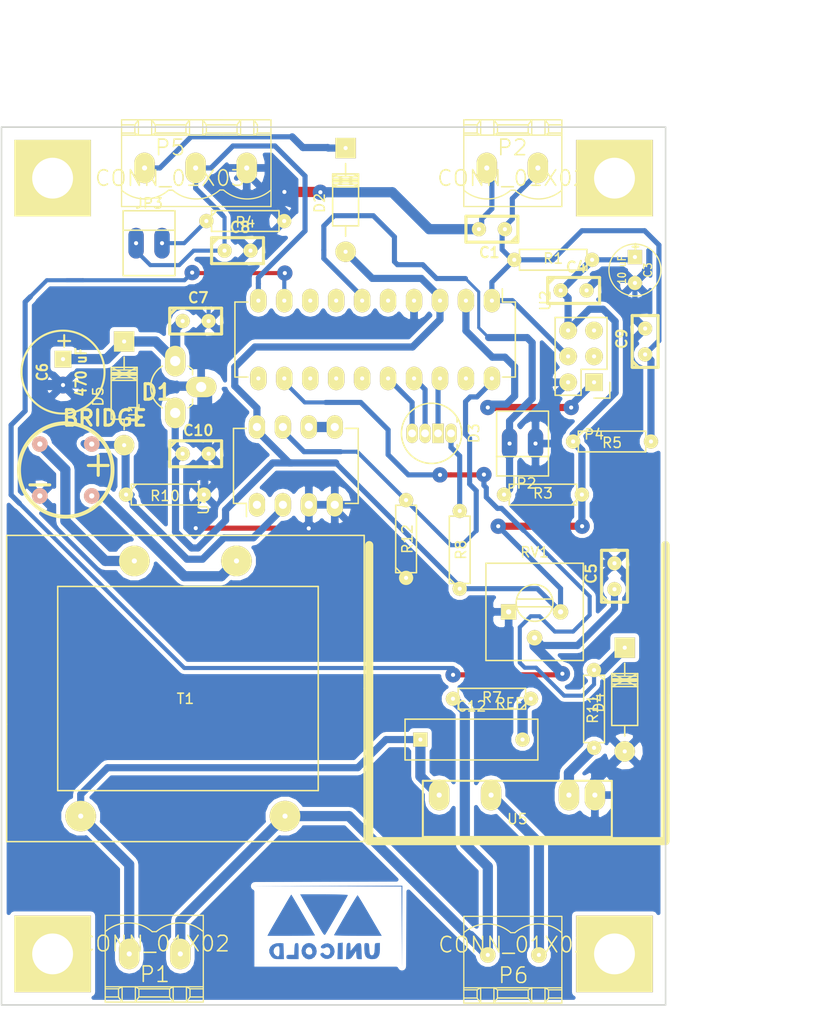
<source format=kicad_pcb>
(kicad_pcb (version 4) (host pcbnew 4.0.0~rc1a-stable)

  (general
    (links 77)
    (no_connects 1)
    (area 43.899999 37.9 126.928572 137.750001)
    (thickness 1.6)
    (drawings 26)
    (tracks 447)
    (zones 0)
    (modules 43)
    (nets 37)
  )

  (page A4)
  (layers
    (0 F.Cu jumper)
    (31 B.Cu signal)
    (32 B.Adhes user)
    (33 F.Adhes user)
    (34 B.Paste user)
    (35 F.Paste user)
    (36 B.SilkS user)
    (37 F.SilkS user)
    (38 B.Mask user)
    (39 F.Mask user)
    (40 Dwgs.User user)
    (41 Cmts.User user)
    (42 Eco1.User user)
    (43 Eco2.User user)
    (44 Edge.Cuts user)
    (45 Margin user)
    (46 B.CrtYd user)
    (47 F.CrtYd user)
    (48 B.Fab user)
    (49 F.Fab user)
  )

  (setup
    (last_trace_width 0.5)
    (trace_clearance 0.4)
    (zone_clearance 0.4)
    (zone_45_only no)
    (trace_min 0.3)
    (segment_width 0.2)
    (edge_width 0.15)
    (via_size 1.5)
    (via_drill 0.4)
    (via_min_size 0.4)
    (via_min_drill 0.3)
    (uvia_size 0.3)
    (uvia_drill 0.1)
    (uvias_allowed no)
    (uvia_min_size 0.2)
    (uvia_min_drill 0.1)
    (pcb_text_width 0.3)
    (pcb_text_size 1.5 1.5)
    (mod_edge_width 0.15)
    (mod_text_size 1 1)
    (mod_text_width 0.15)
    (pad_size 1.397 1.397)
    (pad_drill 0.4)
    (pad_to_mask_clearance 0.2)
    (aux_axis_origin 0 0)
    (visible_elements FFFFFF7F)
    (pcbplotparams
      (layerselection 0x00100_80000000)
      (usegerberextensions false)
      (excludeedgelayer true)
      (linewidth 0.100000)
      (plotframeref false)
      (viasonmask false)
      (mode 1)
      (useauxorigin false)
      (hpglpennumber 1)
      (hpglpenspeed 20)
      (hpglpendiameter 15)
      (hpglpenoverlay 2)
      (psnegative false)
      (psa4output false)
      (plotreference true)
      (plotvalue true)
      (plotinvisibletext false)
      (padsonsilk false)
      (subtractmaskfromsilk false)
      (outputformat 4)
      (mirror false)
      (drillshape 1)
      (scaleselection 1)
      (outputdirectory out/prototipo1.0))
  )

  (net 0 "")
  (net 1 /GM)
  (net 2 GND)
  (net 3 /vreg)
  (net 4 /ST)
  (net 5 "Net-(C6-Pad1)")
  (net 6 "Net-(C8-Pad1)")
  (net 7 /RESET)
  (net 8 /L)
  (net 9 "Net-(C12-Pad2)")
  (net 10 "Net-(D1-Pad2)")
  (net 11 /IZC)
  (net 12 "Net-(D1-Pad4)")
  (net 13 "Net-(D2-Pad1)")
  (net 14 "Net-(D3-Pad1)")
  (net 15 "Net-(D3-Pad2)")
  (net 16 "Net-(D3-Pad3)")
  (net 17 "Net-(D3-Pad4)")
  (net 18 /AcOut)
  (net 19 "Net-(JP2-Pad2)")
  (net 20 "Net-(JP3-Pad2)")
  (net 21 /N)
  (net 22 /BDM)
  (net 23 "Net-(P4-Pad3)")
  (net 24 "Net-(P4-Pad5)")
  (net 25 "Net-(P6-Pad1)")
  (net 26 "Net-(R11-Pad2)")
  (net 27 "Net-(U2-Pad7)")
  (net 28 "Net-(U2-Pad8)")
  (net 29 "Net-(U2-Pad11)")
  (net 30 "Net-(U2-Pad13)")
  (net 31 "Net-(U2-Pad14)")
  (net 32 "Net-(U2-Pad15)")
  (net 33 "Net-(U2-Pad19)")
  (net 34 /ZC)
  (net 35 "Net-(U4-Pad5)")
  (net 36 "Net-(U4-Pad1)")

  (net_class Default "This is the default net class."
    (clearance 0.4)
    (trace_width 0.5)
    (via_dia 1.5)
    (via_drill 0.4)
    (uvia_dia 0.3)
    (uvia_drill 0.1)
    (add_net /AcOut)
    (add_net /BDM)
    (add_net /GM)
    (add_net /L)
    (add_net /N)
    (add_net /RESET)
    (add_net /ST)
    (add_net /ZC)
    (add_net "Net-(C12-Pad2)")
    (add_net "Net-(C6-Pad1)")
    (add_net "Net-(C8-Pad1)")
    (add_net "Net-(D1-Pad2)")
    (add_net "Net-(D1-Pad4)")
    (add_net "Net-(D2-Pad1)")
    (add_net "Net-(D3-Pad1)")
    (add_net "Net-(D3-Pad2)")
    (add_net "Net-(D3-Pad3)")
    (add_net "Net-(D3-Pad4)")
    (add_net "Net-(JP2-Pad2)")
    (add_net "Net-(JP3-Pad2)")
    (add_net "Net-(P4-Pad3)")
    (add_net "Net-(P4-Pad5)")
    (add_net "Net-(P6-Pad1)")
    (add_net "Net-(R11-Pad2)")
    (add_net "Net-(U2-Pad11)")
    (add_net "Net-(U2-Pad13)")
    (add_net "Net-(U2-Pad14)")
    (add_net "Net-(U2-Pad15)")
    (add_net "Net-(U2-Pad19)")
    (add_net "Net-(U2-Pad7)")
    (add_net "Net-(U2-Pad8)")
    (add_net "Net-(U4-Pad1)")
    (add_net "Net-(U4-Pad5)")
  )

  (net_class PW ""
    (clearance 0.4)
    (trace_width 1)
    (via_dia 1.5)
    (via_drill 0.4)
    (uvia_dia 0.3)
    (uvia_drill 0.1)
    (add_net /IZC)
    (add_net /vreg)
    (add_net GND)
  )

  (module Discret:R3 (layer F.Cu) (tedit 5698F5C5) (tstamp 5698F563)
    (at 83.6 90.35 90)
    (descr "Resitance 3 pas")
    (tags R)
    (path /5652FB8A)
    (fp_text reference R12 (at 0 0.127 90) (layer F.SilkS)
      (effects (font (size 1 1) (thickness 0.15)))
    )
    (fp_text value 1M (at 0 0.127 90) (layer F.Fab)
      (effects (font (size 1 1) (thickness 0.15)))
    )
    (fp_line (start -3.81 0) (end -3.302 0) (layer F.SilkS) (width 0.15))
    (fp_line (start 3.81 0) (end 3.302 0) (layer F.SilkS) (width 0.15))
    (fp_line (start 3.302 0) (end 3.302 -1.016) (layer F.SilkS) (width 0.15))
    (fp_line (start 3.302 -1.016) (end -3.302 -1.016) (layer F.SilkS) (width 0.15))
    (fp_line (start -3.302 -1.016) (end -3.302 1.016) (layer F.SilkS) (width 0.15))
    (fp_line (start -3.302 1.016) (end 3.302 1.016) (layer F.SilkS) (width 0.15))
    (fp_line (start 3.302 1.016) (end 3.302 0) (layer F.SilkS) (width 0.15))
    (fp_line (start -3.302 -0.508) (end -2.794 -1.016) (layer F.SilkS) (width 0.15))
    (pad 1 thru_hole circle (at -3.81 0 90) (size 1.397 1.397) (drill 0.4) (layers *.Cu *.Mask F.SilkS)
      (net 2 GND))
    (pad 2 thru_hole circle (at 3.81 0 90) (size 1.397 1.397) (drill 0.4) (layers *.Cu *.Mask F.SilkS)
      (net 34 /ZC))
    (model Discret.3dshapes/R3.wrl
      (at (xyz 0 0 0))
      (scale (xyz 0.3 0.3 0.3))
      (rotate (xyz 0 0 0))
    )
  )

  (module locales:DISIPADOR2 (layer F.Cu) (tedit 565D89F1) (tstamp 565C4EDB)
    (at 94.49 105.45)
    (fp_text reference REF** (at 0 1) (layer F.SilkS)
      (effects (font (size 1 1) (thickness 0.15)))
    )
    (fp_text value DISIPADOR (at 0 -1) (layer F.Fab)
      (effects (font (size 1 1) (thickness 0.15)))
    )
    (fp_line (start 14.5 0) (end 14.5 -14.5) (layer F.SilkS) (width 0.8))
    (fp_line (start 14.5 -14.5) (end 14.5 14.5) (layer F.SilkS) (width 0.8))
    (fp_line (start 14.5 14.5) (end -14.5 14.5) (layer F.SilkS) (width 0.8))
    (fp_line (start -14.5 14.5) (end -14.5 -14.5) (layer F.SilkS) (width 0.8))
  )

  (module Housings_DIP:DIP-20_W7.62mm_LongPads (layer F.Cu) (tedit 565DB3B1) (tstamp 565C4DD6)
    (at 92 67 270)
    (descr "20-lead dip package, row spacing 7.62 mm (300 mils), longer pads")
    (tags "dil dip 2.54 300")
    (path /5652FB51)
    (fp_text reference U2 (at 0 -5.22 270) (layer F.SilkS)
      (effects (font (size 1 1) (thickness 0.15)))
    )
    (fp_text value MC9S08SH8 (at 0 -3.72 270) (layer F.Fab)
      (effects (font (size 1 1) (thickness 0.15)))
    )
    (fp_line (start -1.4 -2.45) (end -1.4 25.35) (layer F.CrtYd) (width 0.05))
    (fp_line (start 9 -2.45) (end 9 25.35) (layer F.CrtYd) (width 0.05))
    (fp_line (start -1.4 -2.45) (end 9 -2.45) (layer F.CrtYd) (width 0.05))
    (fp_line (start -1.4 25.35) (end 9 25.35) (layer F.CrtYd) (width 0.05))
    (fp_line (start 0.135 -2.295) (end 0.135 -1.025) (layer F.SilkS) (width 0.15))
    (fp_line (start 7.485 -2.295) (end 7.485 -1.025) (layer F.SilkS) (width 0.15))
    (fp_line (start 7.485 25.155) (end 7.485 23.885) (layer F.SilkS) (width 0.15))
    (fp_line (start 0.135 25.155) (end 0.135 23.885) (layer F.SilkS) (width 0.15))
    (fp_line (start 0.135 -2.295) (end 7.485 -2.295) (layer F.SilkS) (width 0.15))
    (fp_line (start 0.135 25.155) (end 7.485 25.155) (layer F.SilkS) (width 0.15))
    (fp_line (start 0.135 -1.025) (end -1.15 -1.025) (layer F.SilkS) (width 0.15))
    (pad 1 thru_hole oval (at 0 0 270) (size 2.3 1.6) (drill 0.4) (layers *.Cu *.Mask F.SilkS)
      (net 7 /RESET))
    (pad 2 thru_hole oval (at 0 2.54 270) (size 2.3 1.6) (drill 0.4) (layers *.Cu *.Mask F.SilkS)
      (net 22 /BDM))
    (pad 3 thru_hole oval (at 0 5.08 270) (size 2.3 1.6) (drill 0.4) (layers *.Cu *.Mask F.SilkS)
      (net 3 /vreg))
    (pad 4 thru_hole oval (at 0 7.62 270) (size 2.3 1.6) (drill 0.4) (layers *.Cu *.Mask F.SilkS)
      (net 2 GND))
    (pad 5 thru_hole oval (at 0 10.16 270) (size 2.3 1.6) (drill 0.4) (layers *.Cu *.Mask F.SilkS)
      (net 1 /GM))
    (pad 6 thru_hole oval (at 0 12.7 270) (size 2.3 1.6) (drill 0.4) (layers *.Cu *.Mask F.SilkS)
      (net 19 "Net-(JP2-Pad2)"))
    (pad 7 thru_hole oval (at 0 15.24 270) (size 2.3 1.6) (drill 0.4) (layers *.Cu *.Mask F.SilkS)
      (net 27 "Net-(U2-Pad7)"))
    (pad 8 thru_hole oval (at 0 17.78 270) (size 2.3 1.6) (drill 0.4) (layers *.Cu *.Mask F.SilkS)
      (net 28 "Net-(U2-Pad8)"))
    (pad 9 thru_hole oval (at 0 20.32 270) (size 2.3 1.6) (drill 0.4) (layers *.Cu *.Mask F.SilkS)
      (net 4 /ST))
    (pad 10 thru_hole oval (at 0 22.86 270) (size 2.3 1.6) (drill 0.4) (layers *.Cu *.Mask F.SilkS)
      (net 6 "Net-(C8-Pad1)"))
    (pad 11 thru_hole oval (at 7.62 22.86 270) (size 2.3 1.6) (drill 0.4) (layers *.Cu *.Mask F.SilkS)
      (net 29 "Net-(U2-Pad11)"))
    (pad 12 thru_hole oval (at 7.62 20.32 270) (size 2.3 1.6) (drill 0.4) (layers *.Cu *.Mask F.SilkS)
      (net 18 /AcOut))
    (pad 13 thru_hole oval (at 7.62 17.78 270) (size 2.3 1.6) (drill 0.4) (layers *.Cu *.Mask F.SilkS)
      (net 30 "Net-(U2-Pad13)"))
    (pad 14 thru_hole oval (at 7.62 15.24 270) (size 2.3 1.6) (drill 0.4) (layers *.Cu *.Mask F.SilkS)
      (net 31 "Net-(U2-Pad14)"))
    (pad 15 thru_hole oval (at 7.62 12.7 270) (size 2.3 1.6) (drill 0.4) (layers *.Cu *.Mask F.SilkS)
      (net 32 "Net-(U2-Pad15)"))
    (pad 16 thru_hole oval (at 7.62 10.16 270) (size 2.3 1.6) (drill 0.4) (layers *.Cu *.Mask F.SilkS)
      (net 17 "Net-(D3-Pad4)"))
    (pad 17 thru_hole oval (at 7.62 7.62 270) (size 2.3 1.6) (drill 0.4) (layers *.Cu *.Mask F.SilkS)
      (net 16 "Net-(D3-Pad3)"))
    (pad 18 thru_hole oval (at 7.62 5.08 270) (size 2.3 1.6) (drill 0.4) (layers *.Cu *.Mask F.SilkS)
      (net 15 "Net-(D3-Pad2)"))
    (pad 19 thru_hole oval (at 7.62 2.54 270) (size 2.3 1.6) (drill 0.4) (layers *.Cu *.Mask F.SilkS)
      (net 33 "Net-(U2-Pad19)"))
    (pad 20 thru_hole oval (at 7.62 0 270) (size 2.3 1.6) (drill 0.4) (layers *.Cu *.Mask F.SilkS)
      (net 34 /ZC))
    (model Housings_DIP.3dshapes/DIP-20_W7.62mm_LongPads.wrl
      (at (xyz 0 0 0))
      (scale (xyz 1 1 1))
      (rotate (xyz 0 0 0))
    )
  )

  (module Potentiometers:Potentiometer_Trimmer-Suntan-TSR-3386P (layer F.Cu) (tedit 565F8B59) (tstamp 565C4DAF)
    (at 93.64 97.49)
    (path /5652FB4E)
    (fp_text reference RV1 (at 2.54 -5.842) (layer F.SilkS)
      (effects (font (size 1 1) (thickness 0.15)))
    )
    (fp_text value POT (at 2.54 6.096) (layer F.Fab)
      (effects (font (size 1 1) (thickness 0.15)))
    )
    (fp_line (start 0.84 -1.255) (end 4.24 -1.255) (layer F.SilkS) (width 0.15))
    (fp_line (start 0.84 -0.495) (end 4.24 -0.495) (layer F.SilkS) (width 0.15))
    (fp_line (start -2.225 -4.765) (end 7.305 -4.765) (layer F.SilkS) (width 0.15))
    (fp_line (start 7.305 -4.765) (end 7.305 4.765) (layer F.SilkS) (width 0.15))
    (fp_line (start 7.305 4.765) (end -2.225 4.765) (layer F.SilkS) (width 0.15))
    (fp_line (start -2.225 4.765) (end -2.225 -4.765) (layer F.SilkS) (width 0.15))
    (fp_circle (center 2.54 -0.875) (end 4.115 0) (layer F.SilkS) (width 0.15))
    (pad 3 thru_hole circle (at 5.08 0) (size 1.51 1.51) (drill 0.51) (layers *.Cu *.Mask F.SilkS)
      (net 3 /vreg))
    (pad 1 thru_hole rect (at 0 0) (size 1.51 1.51) (drill 0.51) (layers *.Cu *.Mask F.SilkS)
      (net 2 GND))
    (pad 2 thru_hole circle (at 2.54 2.54) (size 1.51 1.51) (drill 0.51) (layers *.Cu *.Mask F.SilkS)
      (net 4 /ST))
  )

  (module Housings_TO-92:TO-92_Rugged_Reverse (layer F.Cu) (tedit 565DF0FE) (tstamp 565F941A)
    (at 61 78 90)
    (descr "TO-92 rugged, leads molded, wide, reverse, drill 1mm (see NXP sot054_po.pdf)")
    (tags "to-92 sc-43 sc-43a sot54 PA33 transistor")
    (fp_text reference U1 (at 0 -4 90) (layer F.SilkS)
      (effects (font (size 1 1) (thickness 0.15)))
    )
    (fp_text value 78L05 (at 0 6 90) (layer F.Fab)
      (effects (font (size 1 1) (thickness 0.15)))
    )
    (fp_arc (start 2.54 0) (end 0.49 -1.25) (angle 58.62699486) (layer F.SilkS) (width 0.15))
    (fp_arc (start 2.54 0) (end 4.59 -1.25) (angle -58.62699486) (layer F.SilkS) (width 0.15))
    (fp_arc (start 2.54 0) (end 0.84 1.7) (angle 12.99463195) (layer F.SilkS) (width 0.15))
    (fp_arc (start 2.54 0) (end 4.24 1.7) (angle -12.99463195) (layer F.SilkS) (width 0.15))
    (fp_line (start -1.75 4.3) (end -1.75 -2.65) (layer F.CrtYd) (width 0.05))
    (fp_line (start -1.75 4.3) (end 6.85 4.3) (layer F.CrtYd) (width 0.05))
    (fp_line (start 3.74 1.7) (end 4.24 1.7) (layer F.SilkS) (width 0.15))
    (fp_line (start -1.75 -2.65) (end 6.85 -2.65) (layer F.CrtYd) (width 0.05))
    (fp_line (start 6.85 4.3) (end 6.85 -2.65) (layer F.CrtYd) (width 0.05))
    (fp_line (start 0.84 1.7) (end 1.34 1.7) (layer F.SilkS) (width 0.15))
    (pad 2 thru_hole oval (at 2.54 2.54 180) (size 2.99974 1.99898) (drill 1) (layers *.Cu *.Mask F.SilkS)
      (net 2 GND))
    (pad 1 thru_hole oval (at 0 0 180) (size 1.99898 2.99974) (drill 1) (layers *.Cu *.Mask F.SilkS)
      (net 3 /vreg))
    (pad 3 thru_hole oval (at 5.08 0 180) (size 1.99898 2.99974) (drill 1) (layers *.Cu *.Mask F.SilkS)
      (net 5 "Net-(C6-Pad1)"))
    (model Housings_TO-92.3dshapes/TO-92_Rugged_Reverse.wrl
      (at (xyz 0.1 0 0))
      (scale (xyz 1 1 1))
      (rotate (xyz 0 0 -90))
    )
    (model TO_SOT_Packages_THT.3dshapes/TO-92_Rugged.wrl
      (at (xyz 0 0 0))
      (scale (xyz 1 1 1))
      (rotate (xyz 0 0 0))
    )
  )

  (module Discret:R3 (layer F.Cu) (tedit 569CF178) (tstamp 565C4D78)
    (at 98 63 180)
    (descr "Resitance 3 pas")
    (tags R)
    (path /56539ACD)
    (fp_text reference R1 (at 0 0.127 180) (layer F.SilkS)
      (effects (font (size 1 1) (thickness 0.15)))
    )
    (fp_text value 10k (at 0 0.127 180) (layer F.Fab)
      (effects (font (size 1 1) (thickness 0.15)))
    )
    (fp_line (start -3.81 0) (end -3.302 0) (layer F.SilkS) (width 0.15))
    (fp_line (start 3.81 0) (end 3.302 0) (layer F.SilkS) (width 0.15))
    (fp_line (start 3.302 0) (end 3.302 -1.016) (layer F.SilkS) (width 0.15))
    (fp_line (start 3.302 -1.016) (end -3.302 -1.016) (layer F.SilkS) (width 0.15))
    (fp_line (start -3.302 -1.016) (end -3.302 1.016) (layer F.SilkS) (width 0.15))
    (fp_line (start -3.302 1.016) (end 3.302 1.016) (layer F.SilkS) (width 0.15))
    (fp_line (start 3.302 1.016) (end 3.302 0) (layer F.SilkS) (width 0.15))
    (fp_line (start -3.302 -0.508) (end -2.794 -1.016) (layer F.SilkS) (width 0.15))
    (pad 1 thru_hole circle (at -3.81 0 180) (size 1.397 1.397) (drill 0.4) (layers *.Cu *.Mask F.SilkS)
      (net 3 /vreg))
    (pad 2 thru_hole circle (at 3.81 0 180) (size 1.397 1.397) (drill 0.4) (layers *.Cu *.Mask F.SilkS)
      (net 7 /RESET))
    (model Discret.3dshapes/R3.wrl
      (at (xyz 0 0 0))
      (scale (xyz 0.3 0.3 0.3))
      (rotate (xyz 0 0 0))
    )
  )

  (module locales:PHOENIX_MSTBA2,54-G_2 (layer F.Cu) (tedit 569CF166) (tstamp 565C4D55)
    (at 94 54)
    (path /56539AC7)
    (attr virtual)
    (fp_text reference P2 (at 0 -2) (layer F.SilkS)
      (effects (font (thickness 0.15)))
    )
    (fp_text value CONN_01X02 (at 0 1) (layer F.SilkS)
      (effects (font (thickness 0.15)))
    )
    (fp_line (start 4.85 -4.72) (end 4.85 3.78) (layer F.SilkS) (width 0.127))
    (fp_line (start -4.75 -4.72) (end -4.75 3.78) (layer F.SilkS) (width 0.127))
    (fp_line (start -0.15 2.18) (end 0.25 2.18) (layer F.SilkS) (width 0.127))
    (fp_arc (start 2.55 -0.46958) (end 4.8487 2.17964) (angle 81.9) (layer F.SilkS) (width 0.127))
    (fp_line (start 1.55178 -3.41852) (end 1.9023 -3.21786) (layer F.SilkS) (width 0.127))
    (fp_line (start 3.54822 -3.41852) (end 3.1977 -3.21786) (layer F.SilkS) (width 0.127))
    (fp_line (start 3.54822 -3.41852) (end 4.85 -3.41852) (layer F.SilkS) (width 0.127))
    (fp_line (start 1.55178 -3.41852) (end -1.3489 -3.41852) (layer F.SilkS) (width 0.127))
    (fp_line (start 1.9023 -4.719) (end 1.9023 -3.21786) (layer F.SilkS) (width 0.127))
    (fp_line (start 3.1977 -4.719) (end 3.1977 -3.21786) (layer F.SilkS) (width 0.127))
    (fp_line (start 3.1977 -3.21786) (end 3.54822 -3.21786) (layer F.SilkS) (width 0.127))
    (fp_line (start 1.9023 -3.21786) (end 3.1977 -3.21786) (layer F.SilkS) (width 0.127))
    (fp_line (start 1.55178 -3.21786) (end 1.9023 -3.21786) (layer F.SilkS) (width 0.127))
    (fp_line (start 4.85 3.77984) (end -4.7489 3.77984) (layer F.SilkS) (width 0.127))
    (fp_line (start 3.54822 -4.21862) (end 4.85 -4.21862) (layer F.SilkS) (width 0.127))
    (fp_line (start 1.55178 -4.21862) (end -1.3489 -4.21862) (layer F.SilkS) (width 0.127))
    (fp_line (start 3.1977 -4.719) (end 4.85 -4.719) (layer F.SilkS) (width 0.127))
    (fp_line (start 1.9023 -4.719) (end 3.1977 -4.719) (layer F.SilkS) (width 0.127))
    (fp_line (start -1.3489 -4.719) (end 1.9023 -4.719) (layer F.SilkS) (width 0.127))
    (fp_line (start 3.54822 -4.21862) (end 3.54822 -3.41852) (layer F.SilkS) (width 0.127))
    (fp_line (start 3.1977 -4.719) (end 3.54822 -4.21862) (layer F.SilkS) (width 0.127))
    (fp_line (start 1.55178 -4.21862) (end 1.9023 -4.719) (layer F.SilkS) (width 0.127))
    (fp_line (start 1.55178 -3.41852) (end 1.55178 -4.21862) (layer F.SilkS) (width 0.127))
    (fp_line (start 1.55178 -3.21786) (end -1.3489 -3.21786) (layer F.SilkS) (width 0.127))
    (fp_line (start 3.54822 -3.21786) (end 4.85 -3.21786) (layer F.SilkS) (width 0.127))
    (fp_line (start -1.45178 -3.21786) (end 1.4489 -3.21786) (layer F.SilkS) (width 0.127))
    (fp_line (start -3.44822 -3.21786) (end -4.75 -3.21786) (layer F.SilkS) (width 0.127))
    (fp_line (start -3.44822 -3.41852) (end -3.44822 -4.21862) (layer F.SilkS) (width 0.127))
    (fp_line (start -3.44822 -4.21862) (end -3.0977 -4.719) (layer F.SilkS) (width 0.127))
    (fp_line (start -1.8023 -4.719) (end -1.45178 -4.21862) (layer F.SilkS) (width 0.127))
    (fp_line (start -1.45178 -4.21862) (end -1.45178 -3.41852) (layer F.SilkS) (width 0.127))
    (fp_line (start -4.75 -4.719) (end -3.0977 -4.719) (layer F.SilkS) (width 0.127))
    (fp_line (start -3.0977 -4.719) (end -1.8023 -4.719) (layer F.SilkS) (width 0.127))
    (fp_line (start -1.8023 -4.719) (end 1.4489 -4.719) (layer F.SilkS) (width 0.127))
    (fp_line (start -3.44822 -4.21862) (end -4.75 -4.21862) (layer F.SilkS) (width 0.127))
    (fp_line (start -1.45178 -4.21862) (end 1.4489 -4.21862) (layer F.SilkS) (width 0.127))
    (fp_line (start -3.44822 -3.21786) (end -3.0977 -3.21786) (layer F.SilkS) (width 0.127))
    (fp_line (start -3.0977 -3.21786) (end -1.8023 -3.21786) (layer F.SilkS) (width 0.127))
    (fp_line (start -1.8023 -3.21786) (end -1.45178 -3.21786) (layer F.SilkS) (width 0.127))
    (fp_line (start -1.8023 -4.719) (end -1.8023 -3.21786) (layer F.SilkS) (width 0.127))
    (fp_line (start -3.0977 -4.719) (end -3.0977 -3.21786) (layer F.SilkS) (width 0.127))
    (fp_line (start -3.44822 -3.41852) (end -4.75 -3.41852) (layer F.SilkS) (width 0.127))
    (fp_line (start -1.45178 -3.41852) (end 1.4489 -3.41852) (layer F.SilkS) (width 0.127))
    (fp_line (start -1.45178 -3.41852) (end -1.8023 -3.21786) (layer F.SilkS) (width 0.127))
    (fp_line (start -3.44822 -3.41852) (end -3.0977 -3.21786) (layer F.SilkS) (width 0.127))
    (fp_arc (start -2.45 -0.46958) (end -0.1513 2.17964) (angle 81.9) (layer F.SilkS) (width 0.127))
    (pad 1 thru_hole oval (at -2.5 0) (size 2 3) (drill 0.5) (layers *.Cu *.Mask F.SilkS)
      (net 2 GND))
    (pad 2 thru_hole oval (at 2.5 0) (size 2 3) (drill 0.5) (layers *.Cu *.Mask F.SilkS)
      (net 7 /RESET))
  )

  (module locales:PHOENIX_MSTBA2,54-G_3 (layer F.Cu) (tedit 565DA4FC) (tstamp 565C4D6C)
    (at 63 54)
    (path /5653DEDA)
    (attr virtual)
    (fp_text reference P5 (at -2.5 -2) (layer F.SilkS)
      (effects (font (thickness 0.15)))
    )
    (fp_text value CONN_01X03 (at -2.5 1) (layer F.SilkS)
      (effects (font (thickness 0.15)))
    )
    (fp_line (start 7.375 3.77984) (end 7.375 -4.719) (layer F.SilkS) (width 0.127))
    (fp_line (start 2.38 3.78) (end 2.7 3.78) (layer F.SilkS) (width 0.127))
    (fp_line (start 2.36 2.16) (end 2.72 2.16) (layer F.SilkS) (width 0.127))
    (fp_line (start 2.36 -3.22) (end 2.73 -3.22) (layer F.SilkS) (width 0.127))
    (fp_line (start 2.36 -3.42) (end 2.7 -3.42) (layer F.SilkS) (width 0.127))
    (fp_line (start 2.38 -4.22) (end 2.7 -4.22) (layer F.SilkS) (width 0.127))
    (fp_line (start 2.38 -4.72) (end 2.71 -4.72) (layer F.SilkS) (width 0.127))
    (fp_line (start 5.6977 -4.719) (end 7.375 -4.719) (layer F.SilkS) (width 0.127))
    (fp_line (start 6.04822 -3.21786) (end 7.375 -3.21786) (layer F.SilkS) (width 0.127))
    (fp_line (start 4.05178 -3.21786) (end 2.75 -3.21786) (layer F.SilkS) (width 0.127))
    (fp_line (start 4.05178 -3.41852) (end 4.05178 -4.21862) (layer F.SilkS) (width 0.127))
    (fp_line (start 4.05178 -4.21862) (end 4.4023 -4.719) (layer F.SilkS) (width 0.127))
    (fp_line (start 5.6977 -4.719) (end 6.04822 -4.21862) (layer F.SilkS) (width 0.127))
    (fp_line (start 6.04822 -4.21862) (end 6.04822 -3.41852) (layer F.SilkS) (width 0.127))
    (fp_line (start 2.75 -4.719) (end 4.4023 -4.719) (layer F.SilkS) (width 0.127))
    (fp_line (start 4.4023 -4.719) (end 5.6977 -4.719) (layer F.SilkS) (width 0.127))
    (fp_line (start 4.05178 -4.21862) (end 2.75 -4.21862) (layer F.SilkS) (width 0.127))
    (fp_line (start 4.05178 -3.21786) (end 4.4023 -3.21786) (layer F.SilkS) (width 0.127))
    (fp_line (start 4.4023 -3.21786) (end 5.6977 -3.21786) (layer F.SilkS) (width 0.127))
    (fp_line (start 5.6977 -3.21786) (end 6.04822 -3.21786) (layer F.SilkS) (width 0.127))
    (fp_line (start 5.6977 -4.719) (end 5.6977 -3.21786) (layer F.SilkS) (width 0.127))
    (fp_line (start 4.4023 -4.719) (end 4.4023 -3.21786) (layer F.SilkS) (width 0.127))
    (fp_line (start 4.05178 -3.41852) (end 2.75 -3.41852) (layer F.SilkS) (width 0.127))
    (fp_line (start 6.04822 -3.41852) (end 7.375 -3.41852) (layer F.SilkS) (width 0.127))
    (fp_line (start 6.04822 -3.41852) (end 5.6977 -3.21786) (layer F.SilkS) (width 0.127))
    (fp_line (start 4.05178 -3.41852) (end 4.4023 -3.21786) (layer F.SilkS) (width 0.127))
    (fp_arc (start 5.05 -0.46958) (end 7.3487 2.17964) (angle 81.9) (layer F.SilkS) (width 0.127))
    (fp_line (start -7.25 -4.72) (end -7.25 3.78) (layer F.SilkS) (width 0.127))
    (fp_line (start -2.65 2.18) (end -2.25 2.18) (layer F.SilkS) (width 0.127))
    (fp_arc (start 0.05 -0.46958) (end 2.3487 2.17964) (angle 81.9) (layer F.SilkS) (width 0.127))
    (fp_line (start -0.94822 -3.41852) (end -0.5977 -3.21786) (layer F.SilkS) (width 0.127))
    (fp_line (start 1.04822 -3.41852) (end 0.6977 -3.21786) (layer F.SilkS) (width 0.127))
    (fp_line (start 1.04822 -3.41852) (end 2.35 -3.41852) (layer F.SilkS) (width 0.127))
    (fp_line (start -0.94822 -3.41852) (end -3.8489 -3.41852) (layer F.SilkS) (width 0.127))
    (fp_line (start -0.5977 -4.719) (end -0.5977 -3.21786) (layer F.SilkS) (width 0.127))
    (fp_line (start 0.6977 -4.719) (end 0.6977 -3.21786) (layer F.SilkS) (width 0.127))
    (fp_line (start 0.6977 -3.21786) (end 1.04822 -3.21786) (layer F.SilkS) (width 0.127))
    (fp_line (start -0.5977 -3.21786) (end 0.6977 -3.21786) (layer F.SilkS) (width 0.127))
    (fp_line (start -0.94822 -3.21786) (end -0.5977 -3.21786) (layer F.SilkS) (width 0.127))
    (fp_line (start 7.375 3.77984) (end -7.2489 3.77984) (layer F.SilkS) (width 0.127))
    (fp_line (start 1.04822 -4.21862) (end 2.35 -4.21862) (layer F.SilkS) (width 0.127))
    (fp_line (start -0.94822 -4.21862) (end -3.8489 -4.21862) (layer F.SilkS) (width 0.127))
    (fp_line (start 0.6977 -4.719) (end 2.35 -4.719) (layer F.SilkS) (width 0.127))
    (fp_line (start -0.5977 -4.719) (end 0.6977 -4.719) (layer F.SilkS) (width 0.127))
    (fp_line (start -3.8489 -4.719) (end -0.5977 -4.719) (layer F.SilkS) (width 0.127))
    (fp_line (start 1.04822 -4.21862) (end 1.04822 -3.41852) (layer F.SilkS) (width 0.127))
    (fp_line (start 0.6977 -4.719) (end 1.04822 -4.21862) (layer F.SilkS) (width 0.127))
    (fp_line (start -0.94822 -4.21862) (end -0.5977 -4.719) (layer F.SilkS) (width 0.127))
    (fp_line (start -0.94822 -3.41852) (end -0.94822 -4.21862) (layer F.SilkS) (width 0.127))
    (fp_line (start -0.94822 -3.21786) (end -3.8489 -3.21786) (layer F.SilkS) (width 0.127))
    (fp_line (start 1.04822 -3.21786) (end 2.35 -3.21786) (layer F.SilkS) (width 0.127))
    (fp_line (start -3.95178 -3.21786) (end -1.0511 -3.21786) (layer F.SilkS) (width 0.127))
    (fp_line (start -5.94822 -3.21786) (end -7.25 -3.21786) (layer F.SilkS) (width 0.127))
    (fp_line (start -5.94822 -3.41852) (end -5.94822 -4.21862) (layer F.SilkS) (width 0.127))
    (fp_line (start -5.94822 -4.21862) (end -5.5977 -4.719) (layer F.SilkS) (width 0.127))
    (fp_line (start -4.3023 -4.719) (end -3.95178 -4.21862) (layer F.SilkS) (width 0.127))
    (fp_line (start -3.95178 -4.21862) (end -3.95178 -3.41852) (layer F.SilkS) (width 0.127))
    (fp_line (start -7.25 -4.719) (end -5.5977 -4.719) (layer F.SilkS) (width 0.127))
    (fp_line (start -5.5977 -4.719) (end -4.3023 -4.719) (layer F.SilkS) (width 0.127))
    (fp_line (start -4.3023 -4.719) (end -1.0511 -4.719) (layer F.SilkS) (width 0.127))
    (fp_line (start -5.94822 -4.21862) (end -7.25 -4.21862) (layer F.SilkS) (width 0.127))
    (fp_line (start -3.95178 -4.21862) (end -1.0511 -4.21862) (layer F.SilkS) (width 0.127))
    (fp_line (start -5.94822 -3.21786) (end -5.5977 -3.21786) (layer F.SilkS) (width 0.127))
    (fp_line (start -5.5977 -3.21786) (end -4.3023 -3.21786) (layer F.SilkS) (width 0.127))
    (fp_line (start -4.3023 -3.21786) (end -3.95178 -3.21786) (layer F.SilkS) (width 0.127))
    (fp_line (start -4.3023 -4.719) (end -4.3023 -3.21786) (layer F.SilkS) (width 0.127))
    (fp_line (start -5.5977 -4.719) (end -5.5977 -3.21786) (layer F.SilkS) (width 0.127))
    (fp_line (start -5.94822 -3.41852) (end -7.25 -3.41852) (layer F.SilkS) (width 0.127))
    (fp_line (start -3.95178 -3.41852) (end -1.0511 -3.41852) (layer F.SilkS) (width 0.127))
    (fp_line (start -3.95178 -3.41852) (end -4.3023 -3.21786) (layer F.SilkS) (width 0.127))
    (fp_line (start -5.94822 -3.41852) (end -5.5977 -3.21786) (layer F.SilkS) (width 0.127))
    (fp_arc (start -4.95 -0.46958) (end -2.6513 2.17964) (angle 81.9) (layer F.SilkS) (width 0.127))
    (pad 1 thru_hole oval (at -5 0) (size 2 3) (drill 0.5) (layers *.Cu *.Mask F.SilkS)
      (net 13 "Net-(D2-Pad1)"))
    (pad 2 thru_hole oval (at 0 0) (size 2 3) (drill 0.5) (layers *.Cu *.Mask F.SilkS)
      (net 6 "Net-(C8-Pad1)"))
    (pad 3 thru_hole oval (at 5 0) (size 2 3) (drill 0.5) (layers *.Cu *.Mask F.SilkS)
      (net 2 GND))
  )

  (module locales:C1 (layer F.Cu) (tedit 569CF170) (tstamp 565C4CD9)
    (at 92 60 180)
    (descr "Condensateur e = 1 pas")
    (tags C)
    (path /5653A4FA)
    (fp_text reference C1 (at 0.254 -2.286 180) (layer F.SilkS)
      (effects (font (size 1.016 1.016) (thickness 0.2032)))
    )
    (fp_text value "0.1 uF" (at 0 -2.286 180) (layer F.SilkS) hide
      (effects (font (size 1.016 1.016) (thickness 0.2032)))
    )
    (fp_line (start -2.4892 -1.27) (end 2.54 -1.27) (layer F.SilkS) (width 0.3048))
    (fp_line (start 2.54 -1.27) (end 2.54 1.27) (layer F.SilkS) (width 0.3048))
    (fp_line (start 2.54 1.27) (end -2.54 1.27) (layer F.SilkS) (width 0.3048))
    (fp_line (start -2.54 1.27) (end -2.54 -1.27) (layer F.SilkS) (width 0.3048))
    (fp_line (start -2.54 -0.635) (end -1.905 -1.27) (layer F.SilkS) (width 0.3048))
    (pad 1 thru_hole circle (at -1.27 0 180) (size 1.397 1.397) (drill 0.4) (layers *.Cu *.Mask F.SilkS)
      (net 7 /RESET))
    (pad 2 thru_hole circle (at 1.27 0 180) (size 1.397 1.397) (drill 0.4) (layers *.Cu *.Mask F.SilkS)
      (net 2 GND))
    (model discret/capa_1_pas.wrl
      (at (xyz 0 0 0))
      (scale (xyz 1 1 1))
      (rotate (xyz 0 0 0))
    )
  )

  (module locales:C1V5 (layer F.Cu) (tedit 564E0361) (tstamp 565C4CE5)
    (at 106 64 270)
    (descr "Condensateur e = 1 pas")
    (tags C)
    (path /5652FB46)
    (fp_text reference C3 (at 0 -1.26746 270) (layer F.SilkS)
      (effects (font (size 0.762 0.762) (thickness 0.127)))
    )
    (fp_text value "10 uF" (at 0 1.27 270) (layer F.SilkS)
      (effects (font (size 0.762 0.635) (thickness 0.127)))
    )
    (fp_text user + (at -2.286 0 270) (layer F.SilkS)
      (effects (font (size 0.762 0.762) (thickness 0.1905)))
    )
    (fp_circle (center 0 0) (end 0.127 -2.54) (layer F.SilkS) (width 0.127))
    (pad 1 thru_hole rect (at -1.27 0 270) (size 1.397 1.397) (drill 0.4) (layers *.Cu *.Mask F.SilkS)
      (net 3 /vreg))
    (pad 2 thru_hole circle (at 1.27 0 270) (size 1.397 1.397) (drill 0.4) (layers *.Cu *.Mask F.SilkS)
      (net 2 GND))
    (model discret/c_vert_c1v5.wrl
      (at (xyz 0 0 0))
      (scale (xyz 1 1 1))
      (rotate (xyz 0 0 0))
    )
  )

  (module locales:C1 (layer F.Cu) (tedit 564E0249) (tstamp 565C4CEB)
    (at 100 66)
    (descr "Condensateur e = 1 pas")
    (tags C)
    (path /5652FB47)
    (fp_text reference C4 (at 0.254 -2.286) (layer F.SilkS)
      (effects (font (size 1.016 1.016) (thickness 0.2032)))
    )
    (fp_text value "0,1 uF" (at 0 -2.286) (layer F.SilkS) hide
      (effects (font (size 1.016 1.016) (thickness 0.2032)))
    )
    (fp_line (start -2.4892 -1.27) (end 2.54 -1.27) (layer F.SilkS) (width 0.3048))
    (fp_line (start 2.54 -1.27) (end 2.54 1.27) (layer F.SilkS) (width 0.3048))
    (fp_line (start 2.54 1.27) (end -2.54 1.27) (layer F.SilkS) (width 0.3048))
    (fp_line (start -2.54 1.27) (end -2.54 -1.27) (layer F.SilkS) (width 0.3048))
    (fp_line (start -2.54 -0.635) (end -1.905 -1.27) (layer F.SilkS) (width 0.3048))
    (pad 1 thru_hole circle (at -1.27 0) (size 1.397 1.397) (drill 0.4) (layers *.Cu *.Mask F.SilkS)
      (net 3 /vreg))
    (pad 2 thru_hole circle (at 1.27 0) (size 1.397 1.397) (drill 0.4) (layers *.Cu *.Mask F.SilkS)
      (net 2 GND))
    (model discret/capa_1_pas.wrl
      (at (xyz 0 0 0))
      (scale (xyz 1 1 1))
      (rotate (xyz 0 0 0))
    )
  )

  (module locales:C1 (layer F.Cu) (tedit 564E0249) (tstamp 565C4CF1)
    (at 104 94 90)
    (descr "Condensateur e = 1 pas")
    (tags C)
    (path /5652FB50)
    (fp_text reference C5 (at 0.254 -2.286 90) (layer F.SilkS)
      (effects (font (size 1.016 1.016) (thickness 0.2032)))
    )
    (fp_text value "0,1 uF" (at 0 -2.286 90) (layer F.SilkS) hide
      (effects (font (size 1.016 1.016) (thickness 0.2032)))
    )
    (fp_line (start -2.4892 -1.27) (end 2.54 -1.27) (layer F.SilkS) (width 0.3048))
    (fp_line (start 2.54 -1.27) (end 2.54 1.27) (layer F.SilkS) (width 0.3048))
    (fp_line (start 2.54 1.27) (end -2.54 1.27) (layer F.SilkS) (width 0.3048))
    (fp_line (start -2.54 1.27) (end -2.54 -1.27) (layer F.SilkS) (width 0.3048))
    (fp_line (start -2.54 -0.635) (end -1.905 -1.27) (layer F.SilkS) (width 0.3048))
    (pad 1 thru_hole circle (at -1.27 0 90) (size 1.397 1.397) (drill 0.4) (layers *.Cu *.Mask F.SilkS)
      (net 4 /ST))
    (pad 2 thru_hole circle (at 1.27 0 90) (size 1.397 1.397) (drill 0.4) (layers *.Cu *.Mask F.SilkS)
      (net 2 GND))
    (model discret/capa_1_pas.wrl
      (at (xyz 0 0 0))
      (scale (xyz 1 1 1))
      (rotate (xyz 0 0 0))
    )
  )

  (module locales:C1V8 (layer F.Cu) (tedit 564E030C) (tstamp 565C4CF7)
    (at 50.02 74 270)
    (path /5652FB49)
    (fp_text reference C6 (at 0 2.032 270) (layer F.SilkS)
      (effects (font (size 1.016 0.889) (thickness 0.2032)))
    )
    (fp_text value "470 uF" (at 0 -1.77546 270) (layer F.SilkS)
      (effects (font (size 1.016 0.889) (thickness 0.2032)))
    )
    (fp_text user + (at -3.04546 0 270) (layer F.SilkS)
      (effects (font (thickness 0.2032)))
    )
    (fp_circle (center 0 0) (end 4.064 0) (layer F.SilkS) (width 0.2032))
    (pad 1 thru_hole rect (at -1.27 0 270) (size 1.651 1.651) (drill 0.4) (layers *.Cu *.Mask F.SilkS)
      (net 5 "Net-(C6-Pad1)"))
    (pad 2 thru_hole circle (at 1.27 0 270) (size 1.651 1.651) (drill 0.4) (layers *.Cu *.Mask B.Paste)
      (net 2 GND))
    (model discret/c_vert_c1v8.wrl
      (at (xyz 0 0 0))
      (scale (xyz 1 1 1))
      (rotate (xyz 0 0 0))
    )
  )

  (module locales:C1 (layer F.Cu) (tedit 564E0249) (tstamp 565C4CFD)
    (at 63 69)
    (descr "Condensateur e = 1 pas")
    (tags C)
    (path /5652FB4B)
    (fp_text reference C7 (at 0.254 -2.286) (layer F.SilkS)
      (effects (font (size 1.016 1.016) (thickness 0.2032)))
    )
    (fp_text value "0.33 uF" (at 0 -2.286) (layer F.SilkS) hide
      (effects (font (size 1.016 1.016) (thickness 0.2032)))
    )
    (fp_line (start -2.4892 -1.27) (end 2.54 -1.27) (layer F.SilkS) (width 0.3048))
    (fp_line (start 2.54 -1.27) (end 2.54 1.27) (layer F.SilkS) (width 0.3048))
    (fp_line (start 2.54 1.27) (end -2.54 1.27) (layer F.SilkS) (width 0.3048))
    (fp_line (start -2.54 1.27) (end -2.54 -1.27) (layer F.SilkS) (width 0.3048))
    (fp_line (start -2.54 -0.635) (end -1.905 -1.27) (layer F.SilkS) (width 0.3048))
    (pad 1 thru_hole circle (at -1.27 0) (size 1.397 1.397) (drill 0.4) (layers *.Cu *.Mask F.SilkS)
      (net 5 "Net-(C6-Pad1)"))
    (pad 2 thru_hole circle (at 1.27 0) (size 1.397 1.397) (drill 0.4) (layers *.Cu *.Mask F.SilkS)
      (net 2 GND))
    (model discret/capa_1_pas.wrl
      (at (xyz 0 0 0))
      (scale (xyz 1 1 1))
      (rotate (xyz 0 0 0))
    )
  )

  (module locales:C1 (layer F.Cu) (tedit 564E0249) (tstamp 565C4D03)
    (at 67.1 62.1)
    (descr "Condensateur e = 1 pas")
    (tags C)
    (path /5653FAB7)
    (fp_text reference C8 (at 0.254 -2.286) (layer F.SilkS)
      (effects (font (size 1.016 1.016) (thickness 0.2032)))
    )
    (fp_text value C (at 0 -2.286) (layer F.SilkS) hide
      (effects (font (size 1.016 1.016) (thickness 0.2032)))
    )
    (fp_line (start -2.4892 -1.27) (end 2.54 -1.27) (layer F.SilkS) (width 0.3048))
    (fp_line (start 2.54 -1.27) (end 2.54 1.27) (layer F.SilkS) (width 0.3048))
    (fp_line (start 2.54 1.27) (end -2.54 1.27) (layer F.SilkS) (width 0.3048))
    (fp_line (start -2.54 1.27) (end -2.54 -1.27) (layer F.SilkS) (width 0.3048))
    (fp_line (start -2.54 -0.635) (end -1.905 -1.27) (layer F.SilkS) (width 0.3048))
    (pad 1 thru_hole circle (at -1.27 0) (size 1.397 1.397) (drill 0.4) (layers *.Cu *.Mask F.SilkS)
      (net 6 "Net-(C8-Pad1)"))
    (pad 2 thru_hole circle (at 1.27 0) (size 1.397 1.397) (drill 0.4) (layers *.Cu *.Mask F.SilkS)
      (net 2 GND))
    (model discret/capa_1_pas.wrl
      (at (xyz 0 0 0))
      (scale (xyz 1 1 1))
      (rotate (xyz 0 0 0))
    )
  )

  (module locales:C1 (layer F.Cu) (tedit 564E0249) (tstamp 565C4D09)
    (at 107 71 90)
    (descr "Condensateur e = 1 pas")
    (tags C)
    (path /5652FB41)
    (fp_text reference C9 (at 0.254 -2.286 90) (layer F.SilkS)
      (effects (font (size 1.016 1.016) (thickness 0.2032)))
    )
    (fp_text value "0.1 uF" (at 0 -2.286 90) (layer F.SilkS) hide
      (effects (font (size 1.016 1.016) (thickness 0.2032)))
    )
    (fp_line (start -2.4892 -1.27) (end 2.54 -1.27) (layer F.SilkS) (width 0.3048))
    (fp_line (start 2.54 -1.27) (end 2.54 1.27) (layer F.SilkS) (width 0.3048))
    (fp_line (start 2.54 1.27) (end -2.54 1.27) (layer F.SilkS) (width 0.3048))
    (fp_line (start -2.54 1.27) (end -2.54 -1.27) (layer F.SilkS) (width 0.3048))
    (fp_line (start -2.54 -0.635) (end -1.905 -1.27) (layer F.SilkS) (width 0.3048))
    (pad 1 thru_hole circle (at -1.27 0 90) (size 1.397 1.397) (drill 0.4) (layers *.Cu *.Mask F.SilkS)
      (net 7 /RESET))
    (pad 2 thru_hole circle (at 1.27 0 90) (size 1.397 1.397) (drill 0.4) (layers *.Cu *.Mask F.SilkS)
      (net 2 GND))
    (model discret/capa_1_pas.wrl
      (at (xyz 0 0 0))
      (scale (xyz 1 1 1))
      (rotate (xyz 0 0 0))
    )
  )

  (module locales:C1 (layer F.Cu) (tedit 564E0249) (tstamp 565C4D0F)
    (at 63 82)
    (descr "Condensateur e = 1 pas")
    (tags C)
    (path /5652FB4C)
    (fp_text reference C10 (at 0.254 -2.286) (layer F.SilkS)
      (effects (font (size 1.016 1.016) (thickness 0.2032)))
    )
    (fp_text value "0.01 uF" (at 0 -2.286) (layer F.SilkS) hide
      (effects (font (size 1.016 1.016) (thickness 0.2032)))
    )
    (fp_line (start -2.4892 -1.27) (end 2.54 -1.27) (layer F.SilkS) (width 0.3048))
    (fp_line (start 2.54 -1.27) (end 2.54 1.27) (layer F.SilkS) (width 0.3048))
    (fp_line (start 2.54 1.27) (end -2.54 1.27) (layer F.SilkS) (width 0.3048))
    (fp_line (start -2.54 1.27) (end -2.54 -1.27) (layer F.SilkS) (width 0.3048))
    (fp_line (start -2.54 -0.635) (end -1.905 -1.27) (layer F.SilkS) (width 0.3048))
    (pad 1 thru_hole circle (at -1.27 0) (size 1.397 1.397) (drill 0.4) (layers *.Cu *.Mask F.SilkS)
      (net 3 /vreg))
    (pad 2 thru_hole circle (at 1.27 0) (size 1.397 1.397) (drill 0.4) (layers *.Cu *.Mask F.SilkS)
      (net 2 GND))
    (model discret/capa_1_pas.wrl
      (at (xyz 0 0 0))
      (scale (xyz 1 1 1))
      (rotate (xyz 0 0 0))
    )
  )

  (module locales:Bridge-rond (layer F.Cu) (tedit 565DBA2D) (tstamp 565C4D1D)
    (at 47.75 81.05)
    (path /5652FB55)
    (fp_text reference D1 (at 11.43 -5.08) (layer F.SilkS)
      (effects (font (thickness 0.3048)))
    )
    (fp_text value BRIDGE (at 6.35 -2.54) (layer F.SilkS)
      (effects (font (thickness 0.3048)))
    )
    (fp_circle (center 2.54 2.54) (end 6.35 5.08) (layer F.SilkS) (width 0.381))
    (fp_text user + (at 5.715 1.905) (layer F.SilkS)
      (effects (font (size 2.54 2.54) (thickness 0.3048)))
    )
    (fp_text user - (at 0 3.81) (layer F.SilkS)
      (effects (font (size 2.54 2.54) (thickness 0.3048)))
    )
    (pad 1 thru_hole circle (at 0 5.08) (size 1.524 1.524) (drill 0.508) (layers *.Cu *.SilkS *.Mask)
      (net 2 GND))
    (pad 2 thru_hole circle (at 5.08 5.08) (size 1.524 1.524) (drill 0.508) (layers *.Cu *.SilkS *.Mask)
      (net 12 "Net-(D1-Pad4)"))
    (pad 3 thru_hole circle (at 5.08 0) (size 1.524 1.524) (drill 0.508) (layers *.Cu *.SilkS *.Mask)
      (net 11 /IZC))
    (pad 4 thru_hole circle (at 0 0) (size 1.524 1.524) (drill 0.508) (layers *.Cu *.SilkS *.Mask)
      (net 10 "Net-(D1-Pad2)"))
    (model perso/bridge-rond.wrl
      (at (xyz 0 0 0))
      (scale (xyz 1 1 1))
      (rotate (xyz 0 0 0))
    )
  )

  (module Diodes_ThroughHole:Diode_DO-41_SOD81_Horizontal_RM10 (layer F.Cu) (tedit 565DB353) (tstamp 565C4D23)
    (at 77.67746 52.05 270)
    (descr "Diode, DO-41, SOD81, Horizontal, RM 10mm,")
    (tags "Diode, DO-41, SOD81, Horizontal, RM 10mm, 1N4007, SB140,")
    (path /5653E32C)
    (fp_text reference D2 (at 5.38734 2.53746 270) (layer F.SilkS)
      (effects (font (size 1 1) (thickness 0.15)))
    )
    (fp_text value D (at 4.37134 -3.55854 270) (layer F.Fab)
      (effects (font (size 1 1) (thickness 0.15)))
    )
    (fp_line (start 7.62 -0.00254) (end 8.636 -0.00254) (layer F.SilkS) (width 0.15))
    (fp_line (start 2.794 -0.00254) (end 1.524 -0.00254) (layer F.SilkS) (width 0.15))
    (fp_line (start 3.048 -1.27254) (end 3.048 1.26746) (layer F.SilkS) (width 0.15))
    (fp_line (start 3.302 -1.27254) (end 3.302 1.26746) (layer F.SilkS) (width 0.15))
    (fp_line (start 3.556 -1.27254) (end 3.556 1.26746) (layer F.SilkS) (width 0.15))
    (fp_line (start 2.794 -1.27254) (end 2.794 1.26746) (layer F.SilkS) (width 0.15))
    (fp_line (start 3.81 -1.27254) (end 2.54 1.26746) (layer F.SilkS) (width 0.15))
    (fp_line (start 2.54 -1.27254) (end 3.81 1.26746) (layer F.SilkS) (width 0.15))
    (fp_line (start 3.81 -1.27254) (end 3.81 1.26746) (layer F.SilkS) (width 0.15))
    (fp_line (start 3.175 -1.27254) (end 3.175 1.26746) (layer F.SilkS) (width 0.15))
    (fp_line (start 2.54 1.26746) (end 2.54 -1.27254) (layer F.SilkS) (width 0.15))
    (fp_line (start 2.54 -1.27254) (end 7.62 -1.27254) (layer F.SilkS) (width 0.15))
    (fp_line (start 7.62 -1.27254) (end 7.62 1.26746) (layer F.SilkS) (width 0.15))
    (fp_line (start 7.62 1.26746) (end 2.54 1.26746) (layer F.SilkS) (width 0.15))
    (pad 2 thru_hole circle (at 10.16 -0.00254 90) (size 1.99898 1.99898) (drill 0.4) (layers *.Cu *.Mask F.SilkS)
      (net 3 /vreg))
    (pad 1 thru_hole rect (at 0 -0.00254 90) (size 1.99898 1.99898) (drill 0.4) (layers *.Cu *.Mask F.SilkS)
      (net 13 "Net-(D2-Pad1)"))
  )

  (module LEDs:LED-RGB-5MM_Common_Cathode (layer F.Cu) (tedit 55A0859C) (tstamp 565C4D2B)
    (at 88 80 270)
    (descr "5mm common cathode RGB LED")
    (tags "RGB LED 5mm Common Cathode")
    (path /5652FB8E)
    (fp_text reference D3 (at 0 -2.25 270) (layer F.SilkS)
      (effects (font (size 1 1) (thickness 0.15)))
    )
    (fp_text value Led_RGB_CA (at 0 6.25 270) (layer F.Fab)
      (effects (font (size 1 1) (thickness 0.15)))
    )
    (fp_circle (center 0 1.905) (end 3.2 1.905) (layer F.CrtYd) (width 0.05))
    (fp_line (start -1.1 -0.595) (end -1.55 -0.595) (layer F.SilkS) (width 0.15))
    (fp_circle (center 0 1.905) (end 2.95 1.905) (layer F.SilkS) (width 0.15))
    (fp_line (start 1.1 -0.595) (end 1.55 -0.595) (layer F.SilkS) (width 0.15))
    (pad 1 thru_hole oval (at 0 0 270) (size 1.905 1.1176) (drill 0.762) (layers *.Cu *.Mask F.SilkS)
      (net 14 "Net-(D3-Pad1)"))
    (pad 2 thru_hole rect (at 0 1.27 270) (size 1.905 1.1176) (drill 0.762) (layers *.Cu *.Mask F.SilkS)
      (net 15 "Net-(D3-Pad2)"))
    (pad 3 thru_hole oval (at 0 2.54 270) (size 1.905 1.1176) (drill 0.762) (layers *.Cu *.Mask F.SilkS)
      (net 16 "Net-(D3-Pad3)"))
    (pad 4 thru_hole oval (at 0 3.81 270) (size 1.905 1.1176) (drill 0.762) (layers *.Cu *.Mask F.SilkS)
      (net 17 "Net-(D3-Pad4)"))
    (model LEDs.3dshapes/LED-5MM-3.wrl
      (at (xyz 0 0 0))
      (scale (xyz 1 1 1))
      (rotate (xyz 0 0 0))
    )
    (model LEDs.3dshapes/LED-10MM.wrl
      (at (xyz 0 0 0))
      (scale (xyz 1 1 1))
      (rotate (xyz 0 0 0))
    )
  )

  (module Diodes_ThroughHole:Diode_DO-41_SOD81_Horizontal_RM10 (layer F.Cu) (tedit 552FFCCE) (tstamp 565C4D31)
    (at 105 101 270)
    (descr "Diode, DO-41, SOD81, Horizontal, RM 10mm,")
    (tags "Diode, DO-41, SOD81, Horizontal, RM 10mm, 1N4007, SB140,")
    (path /565377BB)
    (fp_text reference D4 (at 5.38734 2.53746 270) (layer F.SilkS)
      (effects (font (size 1 1) (thickness 0.15)))
    )
    (fp_text value 1N4148 (at 4.37134 -3.55854 270) (layer F.Fab)
      (effects (font (size 1 1) (thickness 0.15)))
    )
    (fp_line (start 7.62 -0.00254) (end 8.636 -0.00254) (layer F.SilkS) (width 0.15))
    (fp_line (start 2.794 -0.00254) (end 1.524 -0.00254) (layer F.SilkS) (width 0.15))
    (fp_line (start 3.048 -1.27254) (end 3.048 1.26746) (layer F.SilkS) (width 0.15))
    (fp_line (start 3.302 -1.27254) (end 3.302 1.26746) (layer F.SilkS) (width 0.15))
    (fp_line (start 3.556 -1.27254) (end 3.556 1.26746) (layer F.SilkS) (width 0.15))
    (fp_line (start 2.794 -1.27254) (end 2.794 1.26746) (layer F.SilkS) (width 0.15))
    (fp_line (start 3.81 -1.27254) (end 2.54 1.26746) (layer F.SilkS) (width 0.15))
    (fp_line (start 2.54 -1.27254) (end 3.81 1.26746) (layer F.SilkS) (width 0.15))
    (fp_line (start 3.81 -1.27254) (end 3.81 1.26746) (layer F.SilkS) (width 0.15))
    (fp_line (start 3.175 -1.27254) (end 3.175 1.26746) (layer F.SilkS) (width 0.15))
    (fp_line (start 2.54 1.26746) (end 2.54 -1.27254) (layer F.SilkS) (width 0.15))
    (fp_line (start 2.54 -1.27254) (end 7.62 -1.27254) (layer F.SilkS) (width 0.15))
    (fp_line (start 7.62 -1.27254) (end 7.62 1.26746) (layer F.SilkS) (width 0.15))
    (fp_line (start 7.62 1.26746) (end 2.54 1.26746) (layer F.SilkS) (width 0.15))
    (pad 2 thru_hole circle (at 10.16 -0.00254 90) (size 1.99898 1.99898) (drill 0.4) (layers *.Cu *.Mask F.SilkS)
      (net 2 GND))
    (pad 1 thru_hole rect (at 0 -0.00254 90) (size 1.99898 1.99898) (drill 0.4) (layers *.Cu *.Mask F.SilkS)
      (net 18 /AcOut))
  )

  (module Diodes_ThroughHole:Diode_DO-41_SOD81_Horizontal_RM10 (layer F.Cu) (tedit 565DA36E) (tstamp 565C4D37)
    (at 56 71 270)
    (descr "Diode, DO-41, SOD81, Horizontal, RM 10mm,")
    (tags "Diode, DO-41, SOD81, Horizontal, RM 10mm, 1N4007, SB140,")
    (path /56546A98)
    (fp_text reference D5 (at 5.38734 2.53746 270) (layer F.SilkS)
      (effects (font (size 1 1) (thickness 0.15)))
    )
    (fp_text value DIODE (at 4.37134 -3.55854 270) (layer F.Fab)
      (effects (font (size 1 1) (thickness 0.15)))
    )
    (fp_line (start 7.62 -0.00254) (end 8.636 -0.00254) (layer F.SilkS) (width 0.15))
    (fp_line (start 2.794 -0.00254) (end 1.524 -0.00254) (layer F.SilkS) (width 0.15))
    (fp_line (start 3.048 -1.27254) (end 3.048 1.26746) (layer F.SilkS) (width 0.15))
    (fp_line (start 3.302 -1.27254) (end 3.302 1.26746) (layer F.SilkS) (width 0.15))
    (fp_line (start 3.556 -1.27254) (end 3.556 1.26746) (layer F.SilkS) (width 0.15))
    (fp_line (start 2.794 -1.27254) (end 2.794 1.26746) (layer F.SilkS) (width 0.15))
    (fp_line (start 3.81 -1.27254) (end 2.54 1.26746) (layer F.SilkS) (width 0.15))
    (fp_line (start 2.54 -1.27254) (end 3.81 1.26746) (layer F.SilkS) (width 0.15))
    (fp_line (start 3.81 -1.27254) (end 3.81 1.26746) (layer F.SilkS) (width 0.15))
    (fp_line (start 3.175 -1.27254) (end 3.175 1.26746) (layer F.SilkS) (width 0.15))
    (fp_line (start 2.54 1.26746) (end 2.54 -1.27254) (layer F.SilkS) (width 0.15))
    (fp_line (start 2.54 -1.27254) (end 7.62 -1.27254) (layer F.SilkS) (width 0.15))
    (fp_line (start 7.62 -1.27254) (end 7.62 1.26746) (layer F.SilkS) (width 0.15))
    (fp_line (start 7.62 1.26746) (end 2.54 1.26746) (layer F.SilkS) (width 0.15))
    (pad 2 thru_hole circle (at 10.16 -0.00254 90) (size 1.99898 1.99898) (drill 0.4) (layers *.Cu *.Mask F.SilkS)
      (net 11 /IZC))
    (pad 1 thru_hole rect (at 0 -0.00254 90) (size 1.99898 1.99898) (drill 0.4) (layers *.Cu *.Mask F.SilkS)
      (net 5 "Net-(C6-Pad1)"))
  )

  (module Connect:PINHEAD1-2 (layer F.Cu) (tedit 565DB388) (tstamp 565C4D43)
    (at 95 81 180)
    (path /565407C1)
    (attr virtual)
    (fp_text reference JP2 (at 0 -3.9 180) (layer F.SilkS)
      (effects (font (size 1 1) (thickness 0.15)))
    )
    (fp_text value JUMPER (at 0 3.81 180) (layer F.Fab)
      (effects (font (size 1 1) (thickness 0.15)))
    )
    (fp_line (start 2.54 -1.27) (end -2.54 -1.27) (layer F.SilkS) (width 0.15))
    (fp_line (start 2.54 3.175) (end -2.54 3.175) (layer F.SilkS) (width 0.15))
    (fp_line (start -2.54 -3.175) (end 2.54 -3.175) (layer F.SilkS) (width 0.15))
    (fp_line (start -2.54 -3.175) (end -2.54 3.175) (layer F.SilkS) (width 0.15))
    (fp_line (start 2.54 -3.175) (end 2.54 3.175) (layer F.SilkS) (width 0.15))
    (pad 1 thru_hole oval (at -1.27 0 180) (size 1.50622 3.01498) (drill 0.4) (layers *.Cu *.Mask)
      (net 2 GND))
    (pad 2 thru_hole oval (at 1.27 0 180) (size 1.50622 3.01498) (drill 0.4) (layers *.Cu *.Mask)
      (net 19 "Net-(JP2-Pad2)"))
  )

  (module Connect:PINHEAD1-2 (layer F.Cu) (tedit 0) (tstamp 565C4D49)
    (at 58.44 61.37)
    (path /5653F0A6)
    (attr virtual)
    (fp_text reference JP3 (at 0 -3.9) (layer F.SilkS)
      (effects (font (size 1 1) (thickness 0.15)))
    )
    (fp_text value JUMPER (at 0 3.81) (layer F.Fab)
      (effects (font (size 1 1) (thickness 0.15)))
    )
    (fp_line (start 2.54 -1.27) (end -2.54 -1.27) (layer F.SilkS) (width 0.15))
    (fp_line (start 2.54 3.175) (end -2.54 3.175) (layer F.SilkS) (width 0.15))
    (fp_line (start -2.54 -3.175) (end 2.54 -3.175) (layer F.SilkS) (width 0.15))
    (fp_line (start -2.54 -3.175) (end -2.54 3.175) (layer F.SilkS) (width 0.15))
    (fp_line (start 2.54 -3.175) (end 2.54 3.175) (layer F.SilkS) (width 0.15))
    (pad 1 thru_hole oval (at -1.27 0) (size 1.50622 3.01498) (drill 0.4) (layers *.Cu *.Mask)
      (net 6 "Net-(C8-Pad1)"))
    (pad 2 thru_hole oval (at 1.27 0) (size 1.50622 3.01498) (drill 0.4) (layers *.Cu *.Mask)
      (net 20 "Net-(JP3-Pad2)"))
  )

  (module locales:PHOENIX_MSTBA2,54-G_2 (layer F.Cu) (tedit 565DA53D) (tstamp 565C4D4F)
    (at 59 131 180)
    (path /5652FB53)
    (attr virtual)
    (fp_text reference P1 (at 0 -2 180) (layer F.SilkS)
      (effects (font (thickness 0.15)))
    )
    (fp_text value CONN_01X02 (at 0 1 180) (layer F.SilkS)
      (effects (font (thickness 0.15)))
    )
    (fp_line (start 4.85 -4.72) (end 4.85 3.78) (layer F.SilkS) (width 0.127))
    (fp_line (start -4.75 -4.72) (end -4.75 3.78) (layer F.SilkS) (width 0.127))
    (fp_line (start -0.15 2.18) (end 0.25 2.18) (layer F.SilkS) (width 0.127))
    (fp_arc (start 2.55 -0.46958) (end 4.8487 2.17964) (angle 81.9) (layer F.SilkS) (width 0.127))
    (fp_line (start 1.55178 -3.41852) (end 1.9023 -3.21786) (layer F.SilkS) (width 0.127))
    (fp_line (start 3.54822 -3.41852) (end 3.1977 -3.21786) (layer F.SilkS) (width 0.127))
    (fp_line (start 3.54822 -3.41852) (end 4.85 -3.41852) (layer F.SilkS) (width 0.127))
    (fp_line (start 1.55178 -3.41852) (end -1.3489 -3.41852) (layer F.SilkS) (width 0.127))
    (fp_line (start 1.9023 -4.719) (end 1.9023 -3.21786) (layer F.SilkS) (width 0.127))
    (fp_line (start 3.1977 -4.719) (end 3.1977 -3.21786) (layer F.SilkS) (width 0.127))
    (fp_line (start 3.1977 -3.21786) (end 3.54822 -3.21786) (layer F.SilkS) (width 0.127))
    (fp_line (start 1.9023 -3.21786) (end 3.1977 -3.21786) (layer F.SilkS) (width 0.127))
    (fp_line (start 1.55178 -3.21786) (end 1.9023 -3.21786) (layer F.SilkS) (width 0.127))
    (fp_line (start 4.85 3.77984) (end -4.7489 3.77984) (layer F.SilkS) (width 0.127))
    (fp_line (start 3.54822 -4.21862) (end 4.85 -4.21862) (layer F.SilkS) (width 0.127))
    (fp_line (start 1.55178 -4.21862) (end -1.3489 -4.21862) (layer F.SilkS) (width 0.127))
    (fp_line (start 3.1977 -4.719) (end 4.85 -4.719) (layer F.SilkS) (width 0.127))
    (fp_line (start 1.9023 -4.719) (end 3.1977 -4.719) (layer F.SilkS) (width 0.127))
    (fp_line (start -1.3489 -4.719) (end 1.9023 -4.719) (layer F.SilkS) (width 0.127))
    (fp_line (start 3.54822 -4.21862) (end 3.54822 -3.41852) (layer F.SilkS) (width 0.127))
    (fp_line (start 3.1977 -4.719) (end 3.54822 -4.21862) (layer F.SilkS) (width 0.127))
    (fp_line (start 1.55178 -4.21862) (end 1.9023 -4.719) (layer F.SilkS) (width 0.127))
    (fp_line (start 1.55178 -3.41852) (end 1.55178 -4.21862) (layer F.SilkS) (width 0.127))
    (fp_line (start 1.55178 -3.21786) (end -1.3489 -3.21786) (layer F.SilkS) (width 0.127))
    (fp_line (start 3.54822 -3.21786) (end 4.85 -3.21786) (layer F.SilkS) (width 0.127))
    (fp_line (start -1.45178 -3.21786) (end 1.4489 -3.21786) (layer F.SilkS) (width 0.127))
    (fp_line (start -3.44822 -3.21786) (end -4.75 -3.21786) (layer F.SilkS) (width 0.127))
    (fp_line (start -3.44822 -3.41852) (end -3.44822 -4.21862) (layer F.SilkS) (width 0.127))
    (fp_line (start -3.44822 -4.21862) (end -3.0977 -4.719) (layer F.SilkS) (width 0.127))
    (fp_line (start -1.8023 -4.719) (end -1.45178 -4.21862) (layer F.SilkS) (width 0.127))
    (fp_line (start -1.45178 -4.21862) (end -1.45178 -3.41852) (layer F.SilkS) (width 0.127))
    (fp_line (start -4.75 -4.719) (end -3.0977 -4.719) (layer F.SilkS) (width 0.127))
    (fp_line (start -3.0977 -4.719) (end -1.8023 -4.719) (layer F.SilkS) (width 0.127))
    (fp_line (start -1.8023 -4.719) (end 1.4489 -4.719) (layer F.SilkS) (width 0.127))
    (fp_line (start -3.44822 -4.21862) (end -4.75 -4.21862) (layer F.SilkS) (width 0.127))
    (fp_line (start -1.45178 -4.21862) (end 1.4489 -4.21862) (layer F.SilkS) (width 0.127))
    (fp_line (start -3.44822 -3.21786) (end -3.0977 -3.21786) (layer F.SilkS) (width 0.127))
    (fp_line (start -3.0977 -3.21786) (end -1.8023 -3.21786) (layer F.SilkS) (width 0.127))
    (fp_line (start -1.8023 -3.21786) (end -1.45178 -3.21786) (layer F.SilkS) (width 0.127))
    (fp_line (start -1.8023 -4.719) (end -1.8023 -3.21786) (layer F.SilkS) (width 0.127))
    (fp_line (start -3.0977 -4.719) (end -3.0977 -3.21786) (layer F.SilkS) (width 0.127))
    (fp_line (start -3.44822 -3.41852) (end -4.75 -3.41852) (layer F.SilkS) (width 0.127))
    (fp_line (start -1.45178 -3.41852) (end 1.4489 -3.41852) (layer F.SilkS) (width 0.127))
    (fp_line (start -1.45178 -3.41852) (end -1.8023 -3.21786) (layer F.SilkS) (width 0.127))
    (fp_line (start -3.44822 -3.41852) (end -3.0977 -3.21786) (layer F.SilkS) (width 0.127))
    (fp_arc (start -2.45 -0.46958) (end -0.1513 2.17964) (angle 81.9) (layer F.SilkS) (width 0.127))
    (pad 1 thru_hole oval (at -2.5 0 180) (size 2 3) (drill 0.5) (layers *.Cu *.Mask F.SilkS)
      (net 21 /N))
    (pad 2 thru_hole oval (at 2.5 0 180) (size 2 3) (drill 0.5) (layers *.Cu *.Mask F.SilkS)
      (net 8 /L))
  )

  (module Pin_Headers:Pin_Header_Straight_2x03 (layer F.Cu) (tedit 565DB3CD) (tstamp 565C4D65)
    (at 102 75 180)
    (descr "Through hole pin header")
    (tags "pin header")
    (path /5652FB44)
    (fp_text reference P4 (at 0 -5.1 180) (layer F.SilkS)
      (effects (font (size 1 1) (thickness 0.15)))
    )
    (fp_text value BDM (at 0 -3.1 180) (layer F.Fab)
      (effects (font (size 1 1) (thickness 0.15)))
    )
    (fp_line (start -1.27 1.27) (end -1.27 6.35) (layer F.SilkS) (width 0.15))
    (fp_line (start -1.55 -1.55) (end 0 -1.55) (layer F.SilkS) (width 0.15))
    (fp_line (start -1.75 -1.75) (end -1.75 6.85) (layer F.CrtYd) (width 0.05))
    (fp_line (start 4.3 -1.75) (end 4.3 6.85) (layer F.CrtYd) (width 0.05))
    (fp_line (start -1.75 -1.75) (end 4.3 -1.75) (layer F.CrtYd) (width 0.05))
    (fp_line (start -1.75 6.85) (end 4.3 6.85) (layer F.CrtYd) (width 0.05))
    (fp_line (start 1.27 -1.27) (end 1.27 1.27) (layer F.SilkS) (width 0.15))
    (fp_line (start 1.27 1.27) (end -1.27 1.27) (layer F.SilkS) (width 0.15))
    (fp_line (start -1.27 6.35) (end 3.81 6.35) (layer F.SilkS) (width 0.15))
    (fp_line (start 3.81 6.35) (end 3.81 1.27) (layer F.SilkS) (width 0.15))
    (fp_line (start -1.55 -1.55) (end -1.55 0) (layer F.SilkS) (width 0.15))
    (fp_line (start 3.81 -1.27) (end 1.27 -1.27) (layer F.SilkS) (width 0.15))
    (fp_line (start 3.81 1.27) (end 3.81 -1.27) (layer F.SilkS) (width 0.15))
    (pad 1 thru_hole rect (at 0 0 180) (size 1.7272 1.7272) (drill 0.4) (layers *.Cu *.Mask F.SilkS)
      (net 22 /BDM))
    (pad 2 thru_hole oval (at 2.54 0 180) (size 1.7272 1.7272) (drill 0.4) (layers *.Cu *.Mask F.SilkS)
      (net 2 GND))
    (pad 3 thru_hole oval (at 0 2.54 180) (size 1.7272 1.7272) (drill 0.4) (layers *.Cu *.Mask F.SilkS)
      (net 23 "Net-(P4-Pad3)"))
    (pad 4 thru_hole oval (at 2.54 2.54 180) (size 1.7272 1.7272) (drill 0.4) (layers *.Cu *.Mask F.SilkS)
      (net 7 /RESET))
    (pad 5 thru_hole oval (at 0 5.08 180) (size 1.7272 1.7272) (drill 0.4) (layers *.Cu *.Mask F.SilkS)
      (net 24 "Net-(P4-Pad5)"))
    (pad 6 thru_hole oval (at 2.54 5.08 180) (size 1.7272 1.7272) (drill 0.4) (layers *.Cu *.Mask F.SilkS)
      (net 3 /vreg))
    (model Pin_Headers.3dshapes/Pin_Header_Straight_2x03.wrl
      (at (xyz 0.05 -0.1 0))
      (scale (xyz 1 1 1))
      (rotate (xyz 0 0 90))
    )
  )

  (module Discret:R3 (layer F.Cu) (tedit 0) (tstamp 565C4D84)
    (at 97 86 180)
    (descr "Resitance 3 pas")
    (tags R)
    (path /56540E52)
    (fp_text reference R3 (at 0 0.127 180) (layer F.SilkS)
      (effects (font (size 1 1) (thickness 0.15)))
    )
    (fp_text value R (at 0 0.127 180) (layer F.Fab)
      (effects (font (size 1 1) (thickness 0.15)))
    )
    (fp_line (start -3.81 0) (end -3.302 0) (layer F.SilkS) (width 0.15))
    (fp_line (start 3.81 0) (end 3.302 0) (layer F.SilkS) (width 0.15))
    (fp_line (start 3.302 0) (end 3.302 -1.016) (layer F.SilkS) (width 0.15))
    (fp_line (start 3.302 -1.016) (end -3.302 -1.016) (layer F.SilkS) (width 0.15))
    (fp_line (start -3.302 -1.016) (end -3.302 1.016) (layer F.SilkS) (width 0.15))
    (fp_line (start -3.302 1.016) (end 3.302 1.016) (layer F.SilkS) (width 0.15))
    (fp_line (start 3.302 1.016) (end 3.302 0) (layer F.SilkS) (width 0.15))
    (fp_line (start -3.302 -0.508) (end -2.794 -1.016) (layer F.SilkS) (width 0.15))
    (pad 1 thru_hole circle (at -3.81 0 180) (size 1.397 1.397) (drill 0.4) (layers *.Cu *.Mask F.SilkS)
      (net 3 /vreg))
    (pad 2 thru_hole circle (at 3.81 0 180) (size 1.397 1.397) (drill 0.4) (layers *.Cu *.Mask F.SilkS)
      (net 19 "Net-(JP2-Pad2)"))
    (model Discret.3dshapes/R3.wrl
      (at (xyz 0 0 0))
      (scale (xyz 0.3 0.3 0.3))
      (rotate (xyz 0 0 0))
    )
  )

  (module Discret:R3 (layer F.Cu) (tedit 565DB316) (tstamp 565C4D8A)
    (at 67.86 59.2)
    (descr "Resitance 3 pas")
    (tags R)
    (path /5653F285)
    (fp_text reference R4 (at 0 0.127) (layer F.SilkS)
      (effects (font (size 1 1) (thickness 0.15)))
    )
    (fp_text value R (at 0 0.127) (layer F.Fab)
      (effects (font (size 1 1) (thickness 0.15)))
    )
    (fp_line (start -3.81 0) (end -3.302 0) (layer F.SilkS) (width 0.15))
    (fp_line (start 3.81 0) (end 3.302 0) (layer F.SilkS) (width 0.15))
    (fp_line (start 3.302 0) (end 3.302 -1.016) (layer F.SilkS) (width 0.15))
    (fp_line (start 3.302 -1.016) (end -3.302 -1.016) (layer F.SilkS) (width 0.15))
    (fp_line (start -3.302 -1.016) (end -3.302 1.016) (layer F.SilkS) (width 0.15))
    (fp_line (start -3.302 1.016) (end 3.302 1.016) (layer F.SilkS) (width 0.15))
    (fp_line (start 3.302 1.016) (end 3.302 0) (layer F.SilkS) (width 0.15))
    (fp_line (start -3.302 -0.508) (end -2.794 -1.016) (layer F.SilkS) (width 0.15))
    (pad 1 thru_hole circle (at -3.81 0) (size 1.397 1.397) (drill 0.4) (layers *.Cu *.Mask F.SilkS)
      (net 20 "Net-(JP3-Pad2)"))
    (pad 2 thru_hole circle (at 3.81 0) (size 1.397 1.397) (drill 0.4) (layers *.Cu *.Mask F.SilkS)
      (net 2 GND))
    (model Discret.3dshapes/R3.wrl
      (at (xyz 0 0 0))
      (scale (xyz 0.3 0.3 0.3))
      (rotate (xyz 0 0 0))
    )
  )

  (module Discret:R3 (layer F.Cu) (tedit 0) (tstamp 565C4D90)
    (at 103.76 80.8)
    (descr "Resitance 3 pas")
    (tags R)
    (path /5652FB42)
    (fp_text reference R5 (at 0 0.127) (layer F.SilkS)
      (effects (font (size 1 1) (thickness 0.15)))
    )
    (fp_text value 10K (at 0 0.127) (layer F.Fab)
      (effects (font (size 1 1) (thickness 0.15)))
    )
    (fp_line (start -3.81 0) (end -3.302 0) (layer F.SilkS) (width 0.15))
    (fp_line (start 3.81 0) (end 3.302 0) (layer F.SilkS) (width 0.15))
    (fp_line (start 3.302 0) (end 3.302 -1.016) (layer F.SilkS) (width 0.15))
    (fp_line (start 3.302 -1.016) (end -3.302 -1.016) (layer F.SilkS) (width 0.15))
    (fp_line (start -3.302 -1.016) (end -3.302 1.016) (layer F.SilkS) (width 0.15))
    (fp_line (start -3.302 1.016) (end 3.302 1.016) (layer F.SilkS) (width 0.15))
    (fp_line (start 3.302 1.016) (end 3.302 0) (layer F.SilkS) (width 0.15))
    (fp_line (start -3.302 -0.508) (end -2.794 -1.016) (layer F.SilkS) (width 0.15))
    (pad 1 thru_hole circle (at -3.81 0) (size 1.397 1.397) (drill 0.4) (layers *.Cu *.Mask F.SilkS)
      (net 3 /vreg))
    (pad 2 thru_hole circle (at 3.81 0) (size 1.397 1.397) (drill 0.4) (layers *.Cu *.Mask F.SilkS)
      (net 7 /RESET))
    (model Discret.3dshapes/R3.wrl
      (at (xyz 0 0 0))
      (scale (xyz 0.3 0.3 0.3))
      (rotate (xyz 0 0 0))
    )
  )

  (module Discret:R3 (layer F.Cu) (tedit 0) (tstamp 565C4D96)
    (at 92 106 180)
    (descr "Resitance 3 pas")
    (tags R)
    (path /565364CA)
    (fp_text reference R7 (at 0 0.127 180) (layer F.SilkS)
      (effects (font (size 1 1) (thickness 0.15)))
    )
    (fp_text value 47 (at 0 0.127 180) (layer F.Fab)
      (effects (font (size 1 1) (thickness 0.15)))
    )
    (fp_line (start -3.81 0) (end -3.302 0) (layer F.SilkS) (width 0.15))
    (fp_line (start 3.81 0) (end 3.302 0) (layer F.SilkS) (width 0.15))
    (fp_line (start 3.302 0) (end 3.302 -1.016) (layer F.SilkS) (width 0.15))
    (fp_line (start 3.302 -1.016) (end -3.302 -1.016) (layer F.SilkS) (width 0.15))
    (fp_line (start -3.302 -1.016) (end -3.302 1.016) (layer F.SilkS) (width 0.15))
    (fp_line (start -3.302 1.016) (end 3.302 1.016) (layer F.SilkS) (width 0.15))
    (fp_line (start 3.302 1.016) (end 3.302 0) (layer F.SilkS) (width 0.15))
    (fp_line (start -3.302 -0.508) (end -2.794 -1.016) (layer F.SilkS) (width 0.15))
    (pad 1 thru_hole circle (at -3.81 0 180) (size 1.397 1.397) (drill 0.4) (layers *.Cu *.Mask F.SilkS)
      (net 9 "Net-(C12-Pad2)"))
    (pad 2 thru_hole circle (at 3.81 0 180) (size 1.397 1.397) (drill 0.4) (layers *.Cu *.Mask F.SilkS)
      (net 21 /N))
    (model Discret.3dshapes/R3.wrl
      (at (xyz 0 0 0))
      (scale (xyz 0.3 0.3 0.3))
      (rotate (xyz 0 0 0))
    )
    (model Resistors_ThroughHole.3dshapes/Resistor_Horizontal_RM20mm.wrl
      (at (xyz 0 0 0))
      (scale (xyz 1 1 1))
      (rotate (xyz 0 0 0))
    )
    (model unused_3d.3dshapes/discret.resistors.vertical.r_v_27K.wrl
      (at (xyz 0 0 0))
      (scale (xyz 1 1 1))
      (rotate (xyz 0 0 0))
    )
    (model Discret.3dshapes/R1.wrl
      (at (xyz 0 0 0))
      (scale (xyz 1 1 1))
      (rotate (xyz 0 0 0))
    )
    (model Discret.3dshapes/R3.wrl
      (at (xyz 0 0 0))
      (scale (xyz 1 1 1))
      (rotate (xyz 0 0 0))
    )
  )

  (module Discret:R3 (layer F.Cu) (tedit 0) (tstamp 565C4D9C)
    (at 88.85 91.41 90)
    (descr "Resitance 3 pas")
    (tags R)
    (path /5652FB8A)
    (fp_text reference R8 (at 0 0.127 90) (layer F.SilkS)
      (effects (font (size 1 1) (thickness 0.15)))
    )
    (fp_text value 1k (at 0 0.127 90) (layer F.Fab)
      (effects (font (size 1 1) (thickness 0.15)))
    )
    (fp_line (start -3.81 0) (end -3.302 0) (layer F.SilkS) (width 0.15))
    (fp_line (start 3.81 0) (end 3.302 0) (layer F.SilkS) (width 0.15))
    (fp_line (start 3.302 0) (end 3.302 -1.016) (layer F.SilkS) (width 0.15))
    (fp_line (start 3.302 -1.016) (end -3.302 -1.016) (layer F.SilkS) (width 0.15))
    (fp_line (start -3.302 -1.016) (end -3.302 1.016) (layer F.SilkS) (width 0.15))
    (fp_line (start -3.302 1.016) (end 3.302 1.016) (layer F.SilkS) (width 0.15))
    (fp_line (start 3.302 1.016) (end 3.302 0) (layer F.SilkS) (width 0.15))
    (fp_line (start -3.302 -0.508) (end -2.794 -1.016) (layer F.SilkS) (width 0.15))
    (pad 1 thru_hole circle (at -3.81 0 90) (size 1.397 1.397) (drill 0.4) (layers *.Cu *.Mask F.SilkS)
      (net 3 /vreg))
    (pad 2 thru_hole circle (at 3.81 0 90) (size 1.397 1.397) (drill 0.4) (layers *.Cu *.Mask F.SilkS)
      (net 14 "Net-(D3-Pad1)"))
    (model Discret.3dshapes/R3.wrl
      (at (xyz 0 0 0))
      (scale (xyz 0.3 0.3 0.3))
      (rotate (xyz 0 0 0))
    )
  )

  (module Discret:R3 (layer F.Cu) (tedit 0) (tstamp 565C4DA2)
    (at 60 86)
    (descr "Resitance 3 pas")
    (tags R)
    (path /565489AE)
    (fp_text reference R10 (at 0 0.127) (layer F.SilkS)
      (effects (font (size 1 1) (thickness 0.15)))
    )
    (fp_text value 10k (at 0 0.127) (layer F.Fab)
      (effects (font (size 1 1) (thickness 0.15)))
    )
    (fp_line (start -3.81 0) (end -3.302 0) (layer F.SilkS) (width 0.15))
    (fp_line (start 3.81 0) (end 3.302 0) (layer F.SilkS) (width 0.15))
    (fp_line (start 3.302 0) (end 3.302 -1.016) (layer F.SilkS) (width 0.15))
    (fp_line (start 3.302 -1.016) (end -3.302 -1.016) (layer F.SilkS) (width 0.15))
    (fp_line (start -3.302 -1.016) (end -3.302 1.016) (layer F.SilkS) (width 0.15))
    (fp_line (start -3.302 1.016) (end 3.302 1.016) (layer F.SilkS) (width 0.15))
    (fp_line (start 3.302 1.016) (end 3.302 0) (layer F.SilkS) (width 0.15))
    (fp_line (start -3.302 -0.508) (end -2.794 -1.016) (layer F.SilkS) (width 0.15))
    (pad 1 thru_hole circle (at -3.81 0) (size 1.397 1.397) (drill 0.4) (layers *.Cu *.Mask F.SilkS)
      (net 11 /IZC))
    (pad 2 thru_hole circle (at 3.81 0) (size 1.397 1.397) (drill 0.4) (layers *.Cu *.Mask F.SilkS)
      (net 2 GND))
    (model Discret.3dshapes/R3.wrl
      (at (xyz 0 0 0))
      (scale (xyz 0.3 0.3 0.3))
      (rotate (xyz 0 0 0))
    )
  )

  (module Discret:R3 (layer F.Cu) (tedit 0) (tstamp 565C4DA8)
    (at 102 107 270)
    (descr "Resitance 3 pas")
    (tags R)
    (path /565376F6)
    (fp_text reference R11 (at 0 0.127 270) (layer F.SilkS)
      (effects (font (size 1 1) (thickness 0.15)))
    )
    (fp_text value 220 (at 0 0.127 270) (layer F.Fab)
      (effects (font (size 1 1) (thickness 0.15)))
    )
    (fp_line (start -3.81 0) (end -3.302 0) (layer F.SilkS) (width 0.15))
    (fp_line (start 3.81 0) (end 3.302 0) (layer F.SilkS) (width 0.15))
    (fp_line (start 3.302 0) (end 3.302 -1.016) (layer F.SilkS) (width 0.15))
    (fp_line (start 3.302 -1.016) (end -3.302 -1.016) (layer F.SilkS) (width 0.15))
    (fp_line (start -3.302 -1.016) (end -3.302 1.016) (layer F.SilkS) (width 0.15))
    (fp_line (start -3.302 1.016) (end 3.302 1.016) (layer F.SilkS) (width 0.15))
    (fp_line (start 3.302 1.016) (end 3.302 0) (layer F.SilkS) (width 0.15))
    (fp_line (start -3.302 -0.508) (end -2.794 -1.016) (layer F.SilkS) (width 0.15))
    (pad 1 thru_hole circle (at -3.81 0 270) (size 1.397 1.397) (drill 0.4) (layers *.Cu *.Mask F.SilkS)
      (net 18 /AcOut))
    (pad 2 thru_hole circle (at 3.81 0 270) (size 1.397 1.397) (drill 0.4) (layers *.Cu *.Mask F.SilkS)
      (net 26 "Net-(R11-Pad2)"))
    (model Discret.3dshapes/R3.wrl
      (at (xyz 0 0 0))
      (scale (xyz 0.3 0.3 0.3))
      (rotate (xyz 0 0 0))
    )
    (model Discret.3dshapes/R3-5.wrl
      (at (xyz 0 0 0))
      (scale (xyz 1 1 1))
      (rotate (xyz 0 0 0))
    )
    (model Discret.3dshapes/R3.wrl
      (at (xyz 0 0 0))
      (scale (xyz 1 1 1))
      (rotate (xyz 0 0 0))
    )
  )

  (module locales:TFCOBSIL2209VCA200mA (layer F.Cu) (tedit 565DBAA0) (tstamp 565C4DB7)
    (at 62 105)
    (path /5652FB52)
    (fp_text reference T1 (at 0 1) (layer F.SilkS)
      (effects (font (size 1 1) (thickness 0.15)))
    )
    (fp_text value TRANSFO (at 0 -1.5) (layer F.Fab)
      (effects (font (size 1 1) (thickness 0.15)))
    )
    (fp_line (start 13 -10) (end 13 10) (layer F.SilkS) (width 0.15))
    (fp_line (start 13 10) (end -12.5 10) (layer F.SilkS) (width 0.15))
    (fp_line (start -12.5 10) (end -12.5 -10) (layer F.SilkS) (width 0.15))
    (fp_line (start -12.5 -10) (end 13 -10) (layer F.SilkS) (width 0.15))
    (fp_line (start 17.5 -15) (end -17.5 -15) (layer F.SilkS) (width 0.15))
    (fp_line (start -17.5 -15) (end -17.5 3.5) (layer F.SilkS) (width 0.15))
    (fp_line (start -17.5 3.5) (end -17.5 15) (layer F.SilkS) (width 0.15))
    (fp_line (start -17.5 15) (end 17.5 15) (layer F.SilkS) (width 0.15))
    (fp_line (start 17.5 15) (end 17.5 0) (layer F.SilkS) (width 0.15))
    (fp_line (start 17.5 0) (end 17.5 -15) (layer F.SilkS) (width 0.15))
    (pad 1 thru_hole circle (at -10.25 12.5) (size 3 3) (drill 0.5) (layers *.Cu *.Mask F.SilkS)
      (net 8 /L))
    (pad 2 thru_hole circle (at 9.75 12.5) (size 3 3) (drill 0.5) (layers *.Cu *.Mask F.SilkS)
      (net 21 /N))
    (pad 3 thru_hole circle (at -5 -12.5) (size 3 3) (drill 0.5) (layers *.Cu *.Mask F.SilkS)
      (net 10 "Net-(D1-Pad2)"))
    (pad 4 thru_hole circle (at 5 -12.5) (size 3 3) (drill 0.5) (layers *.Cu *.Mask F.SilkS)
      (net 12 "Net-(D1-Pad4)"))
  )

  (module Housings_DIP:DIP-8_W7.62mm_LongPads (layer F.Cu) (tedit 54130A77) (tstamp 565C4DE2)
    (at 69 87 90)
    (descr "8-lead dip package, row spacing 7.62 mm (300 mils), longer pads")
    (tags "dil dip 2.54 300")
    (path /56544D13)
    (fp_text reference U4 (at 0 -5.22 90) (layer F.SilkS)
      (effects (font (size 1 1) (thickness 0.15)))
    )
    (fp_text value LM311N (at 0 -3.72 90) (layer F.Fab)
      (effects (font (size 1 1) (thickness 0.15)))
    )
    (fp_line (start -1.4 -2.45) (end -1.4 10.1) (layer F.CrtYd) (width 0.05))
    (fp_line (start 9 -2.45) (end 9 10.1) (layer F.CrtYd) (width 0.05))
    (fp_line (start -1.4 -2.45) (end 9 -2.45) (layer F.CrtYd) (width 0.05))
    (fp_line (start -1.4 10.1) (end 9 10.1) (layer F.CrtYd) (width 0.05))
    (fp_line (start 0.135 -2.295) (end 0.135 -1.025) (layer F.SilkS) (width 0.15))
    (fp_line (start 7.485 -2.295) (end 7.485 -1.025) (layer F.SilkS) (width 0.15))
    (fp_line (start 7.485 9.915) (end 7.485 8.645) (layer F.SilkS) (width 0.15))
    (fp_line (start 0.135 9.915) (end 0.135 8.645) (layer F.SilkS) (width 0.15))
    (fp_line (start 0.135 -2.295) (end 7.485 -2.295) (layer F.SilkS) (width 0.15))
    (fp_line (start 0.135 9.915) (end 7.485 9.915) (layer F.SilkS) (width 0.15))
    (fp_line (start 0.135 -1.025) (end -1.15 -1.025) (layer F.SilkS) (width 0.15))
    (pad 1 thru_hole oval (at 0 0 90) (size 2.3 1.6) (drill 0.8) (layers *.Cu *.Mask F.SilkS)
      (net 36 "Net-(U4-Pad1)"))
    (pad 2 thru_hole oval (at 0 2.54 90) (size 2.3 1.6) (drill 0.8) (layers *.Cu *.Mask F.SilkS)
      (net 11 /IZC))
    (pad 3 thru_hole oval (at 0 5.08 90) (size 2.3 1.6) (drill 0.8) (layers *.Cu *.Mask F.SilkS)
      (net 2 GND))
    (pad 4 thru_hole oval (at 0 7.62 90) (size 2.3 1.6) (drill 0.8) (layers *.Cu *.Mask F.SilkS)
      (net 2 GND))
    (pad 5 thru_hole oval (at 7.62 7.62 90) (size 2.3 1.6) (drill 0.8) (layers *.Cu *.Mask F.SilkS)
      (net 35 "Net-(U4-Pad5)"))
    (pad 6 thru_hole oval (at 7.62 5.08 90) (size 2.3 1.6) (drill 0.8) (layers *.Cu *.Mask F.SilkS)
      (net 35 "Net-(U4-Pad5)"))
    (pad 7 thru_hole oval (at 7.62 2.54 90) (size 2.3 1.6) (drill 0.8) (layers *.Cu *.Mask F.SilkS)
      (net 34 /ZC))
    (pad 8 thru_hole oval (at 7.62 0 90) (size 2.3 1.6) (drill 0.8) (layers *.Cu *.Mask F.SilkS)
      (net 3 /vreg))
    (model Housings_DIP.3dshapes/DIP-8_W7.62mm_LongPads.wrl
      (at (xyz 0 0 0))
      (scale (xyz 1 1 1))
      (rotate (xyz 0 0 0))
    )
  )

  (module locales:PAD locked (layer F.Cu) (tedit 565C5274) (tstamp 566293DF)
    (at 104 55)
    (fp_text reference REF** (at 0 0.5) (layer F.SilkS) hide
      (effects (font (size 1 1) (thickness 0.15)))
    )
    (fp_text value PAD (at 0 -0.5) (layer F.Fab) hide
      (effects (font (size 1 1) (thickness 0.15)))
    )
    (pad 1 thru_hole rect (at 0 0) (size 7.5 7.5) (drill 4) (layers *.Cu *.Mask F.SilkS))
  )

  (module locales:PAD locked (layer F.Cu) (tedit 565C5274) (tstamp 566293ED)
    (at 49 55)
    (fp_text reference REF** (at 0 0.5) (layer F.SilkS) hide
      (effects (font (size 1 1) (thickness 0.15)))
    )
    (fp_text value PAD (at 0 -0.5) (layer F.Fab) hide
      (effects (font (size 1 1) (thickness 0.15)))
    )
    (pad 1 thru_hole rect (at 0 0) (size 7.5 7.5) (drill 4) (layers *.Cu *.Mask F.SilkS))
  )

  (module locales:PAD locked (layer F.Cu) (tedit 565C5274) (tstamp 566293F6)
    (at 49 131)
    (fp_text reference REF** (at 0 0.5) (layer F.SilkS) hide
      (effects (font (size 1 1) (thickness 0.15)))
    )
    (fp_text value PAD (at 0 -0.5) (layer F.Fab) hide
      (effects (font (size 1 1) (thickness 0.15)))
    )
    (pad 1 thru_hole rect (at 0 0) (size 7.5 7.5) (drill 4) (layers *.Cu *.Mask F.SilkS))
  )

  (module locales:PAD locked (layer F.Cu) (tedit 565C5274) (tstamp 566293FF)
    (at 104 131)
    (fp_text reference REF** (at 0 0.5) (layer F.SilkS) hide
      (effects (font (size 1 1) (thickness 0.15)))
    )
    (fp_text value PAD (at 0 -0.5) (layer F.Fab) hide
      (effects (font (size 1 1) (thickness 0.15)))
    )
    (pad 1 thru_hole rect (at 0 0) (size 7.5 7.5) (drill 4) (layers *.Cu *.Mask F.SilkS))
  )

  (module locales:SSR2 (layer F.Cu) (tedit 565D9C18) (tstamp 565C4DEA)
    (at 94.49 116.79)
    (path /56531DBF)
    (fp_text reference U5 (at 0 1) (layer F.SilkS)
      (effects (font (size 1 1) (thickness 0.15)))
    )
    (fp_text value SSR_SHARP (at 0.1 -1) (layer F.Fab)
      (effects (font (size 1 1) (thickness 0.15)))
    )
    (fp_line (start 9.25 0) (end 9.25 -2.75) (layer F.SilkS) (width 0.2))
    (fp_line (start 9.25 -2.75) (end -9.25 -2.75) (layer F.SilkS) (width 0.2))
    (fp_line (start -9.25 -2.75) (end -9.25 2.75) (layer F.SilkS) (width 0.2))
    (fp_line (start -9.25 2.75) (end 9.25 2.75) (layer F.SilkS) (width 0.2))
    (fp_line (start 9.25 2.75) (end 9.25 0) (layer F.SilkS) (width 0.2))
    (pad 1 thru_hole oval (at -7.65 -1.35) (size 2 3) (drill 0.5) (layers *.Cu *.Mask F.SilkS)
      (net 8 /L))
    (pad 2 thru_hole oval (at -2.57 -1.35) (size 2 3) (drill 0.5) (layers *.Cu *.Mask F.SilkS)
      (net 25 "Net-(P6-Pad1)"))
    (pad 4 thru_hole oval (at 7.59 -1.35) (size 2 3) (drill 0.5) (layers *.Cu *.Mask F.SilkS)
      (net 2 GND))
    (pad 3 thru_hole oval (at 5.05 -1.35) (size 2 3) (drill 0.5) (layers *.Cu *.Mask F.SilkS)
      (net 26 "Net-(R11-Pad2)"))
  )

  (module Capacitors_ThroughHole:C_Rect_L13_W4_P10 (layer F.Cu) (tedit 565DB376) (tstamp 565C4D15)
    (at 85 110)
    (descr "Film Capacitor Length 13 x Width 4mm, Pitch 10mm")
    (tags Capacitor)
    (path /56536527)
    (fp_text reference C12 (at 5 -3.25) (layer F.SilkS)
      (effects (font (size 1 1) (thickness 0.15)))
    )
    (fp_text value "0.022 uF" (at 5 3.25) (layer F.Fab)
      (effects (font (size 1 1) (thickness 0.15)))
    )
    (fp_line (start -1.75 -2.25) (end 11.75 -2.25) (layer F.CrtYd) (width 0.05))
    (fp_line (start 11.75 -2.25) (end 11.75 2.25) (layer F.CrtYd) (width 0.05))
    (fp_line (start 11.75 2.25) (end -1.75 2.25) (layer F.CrtYd) (width 0.05))
    (fp_line (start -1.75 2.25) (end -1.75 -2.25) (layer F.CrtYd) (width 0.05))
    (fp_line (start -1.5 -2) (end 11.5 -2) (layer F.SilkS) (width 0.15))
    (fp_line (start 11.5 -2) (end 11.5 2) (layer F.SilkS) (width 0.15))
    (fp_line (start 11.5 2) (end -1.5 2) (layer F.SilkS) (width 0.15))
    (fp_line (start -1.5 2) (end -1.5 -2) (layer F.SilkS) (width 0.15))
    (pad 1 thru_hole rect (at 0 0) (size 1.4 1.4) (drill 0.4) (layers *.Cu *.Mask F.SilkS)
      (net 8 /L))
    (pad 2 thru_hole circle (at 10 0) (size 1.4 1.4) (drill 0.4) (layers *.Cu *.Mask F.SilkS)
      (net 9 "Net-(C12-Pad2)"))
    (model Capacitors_ThroughHole.3dshapes/C_Rect_L13_W4_P10.wrl
      (at (xyz 0 0 0))
      (scale (xyz 1 1 1))
      (rotate (xyz 0 0 0))
    )
  )

  (module locales:PHOENIX_MSTBA2,54-G_2 (layer F.Cu) (tedit 564EF862) (tstamp 565C4D72)
    (at 94.1 131.1 180)
    (path /56532EF0)
    (attr virtual)
    (fp_text reference P6 (at 0 -2 180) (layer F.SilkS)
      (effects (font (thickness 0.15)))
    )
    (fp_text value CONN_01X02 (at 0 1 180) (layer F.SilkS)
      (effects (font (thickness 0.15)))
    )
    (fp_line (start 4.85 -4.72) (end 4.85 3.78) (layer F.SilkS) (width 0.127))
    (fp_line (start -4.75 -4.72) (end -4.75 3.78) (layer F.SilkS) (width 0.127))
    (fp_line (start -0.15 2.18) (end 0.25 2.18) (layer F.SilkS) (width 0.127))
    (fp_arc (start 2.55 -0.46958) (end 4.8487 2.17964) (angle 81.9) (layer F.SilkS) (width 0.127))
    (fp_line (start 1.55178 -3.41852) (end 1.9023 -3.21786) (layer F.SilkS) (width 0.127))
    (fp_line (start 3.54822 -3.41852) (end 3.1977 -3.21786) (layer F.SilkS) (width 0.127))
    (fp_line (start 3.54822 -3.41852) (end 4.85 -3.41852) (layer F.SilkS) (width 0.127))
    (fp_line (start 1.55178 -3.41852) (end -1.3489 -3.41852) (layer F.SilkS) (width 0.127))
    (fp_line (start 1.9023 -4.719) (end 1.9023 -3.21786) (layer F.SilkS) (width 0.127))
    (fp_line (start 3.1977 -4.719) (end 3.1977 -3.21786) (layer F.SilkS) (width 0.127))
    (fp_line (start 3.1977 -3.21786) (end 3.54822 -3.21786) (layer F.SilkS) (width 0.127))
    (fp_line (start 1.9023 -3.21786) (end 3.1977 -3.21786) (layer F.SilkS) (width 0.127))
    (fp_line (start 1.55178 -3.21786) (end 1.9023 -3.21786) (layer F.SilkS) (width 0.127))
    (fp_line (start 4.85 3.77984) (end -4.7489 3.77984) (layer F.SilkS) (width 0.127))
    (fp_line (start 3.54822 -4.21862) (end 4.85 -4.21862) (layer F.SilkS) (width 0.127))
    (fp_line (start 1.55178 -4.21862) (end -1.3489 -4.21862) (layer F.SilkS) (width 0.127))
    (fp_line (start 3.1977 -4.719) (end 4.85 -4.719) (layer F.SilkS) (width 0.127))
    (fp_line (start 1.9023 -4.719) (end 3.1977 -4.719) (layer F.SilkS) (width 0.127))
    (fp_line (start -1.3489 -4.719) (end 1.9023 -4.719) (layer F.SilkS) (width 0.127))
    (fp_line (start 3.54822 -4.21862) (end 3.54822 -3.41852) (layer F.SilkS) (width 0.127))
    (fp_line (start 3.1977 -4.719) (end 3.54822 -4.21862) (layer F.SilkS) (width 0.127))
    (fp_line (start 1.55178 -4.21862) (end 1.9023 -4.719) (layer F.SilkS) (width 0.127))
    (fp_line (start 1.55178 -3.41852) (end 1.55178 -4.21862) (layer F.SilkS) (width 0.127))
    (fp_line (start 1.55178 -3.21786) (end -1.3489 -3.21786) (layer F.SilkS) (width 0.127))
    (fp_line (start 3.54822 -3.21786) (end 4.85 -3.21786) (layer F.SilkS) (width 0.127))
    (fp_line (start -1.45178 -3.21786) (end 1.4489 -3.21786) (layer F.SilkS) (width 0.127))
    (fp_line (start -3.44822 -3.21786) (end -4.75 -3.21786) (layer F.SilkS) (width 0.127))
    (fp_line (start -3.44822 -3.41852) (end -3.44822 -4.21862) (layer F.SilkS) (width 0.127))
    (fp_line (start -3.44822 -4.21862) (end -3.0977 -4.719) (layer F.SilkS) (width 0.127))
    (fp_line (start -1.8023 -4.719) (end -1.45178 -4.21862) (layer F.SilkS) (width 0.127))
    (fp_line (start -1.45178 -4.21862) (end -1.45178 -3.41852) (layer F.SilkS) (width 0.127))
    (fp_line (start -4.75 -4.719) (end -3.0977 -4.719) (layer F.SilkS) (width 0.127))
    (fp_line (start -3.0977 -4.719) (end -1.8023 -4.719) (layer F.SilkS) (width 0.127))
    (fp_line (start -1.8023 -4.719) (end 1.4489 -4.719) (layer F.SilkS) (width 0.127))
    (fp_line (start -3.44822 -4.21862) (end -4.75 -4.21862) (layer F.SilkS) (width 0.127))
    (fp_line (start -1.45178 -4.21862) (end 1.4489 -4.21862) (layer F.SilkS) (width 0.127))
    (fp_line (start -3.44822 -3.21786) (end -3.0977 -3.21786) (layer F.SilkS) (width 0.127))
    (fp_line (start -3.0977 -3.21786) (end -1.8023 -3.21786) (layer F.SilkS) (width 0.127))
    (fp_line (start -1.8023 -3.21786) (end -1.45178 -3.21786) (layer F.SilkS) (width 0.127))
    (fp_line (start -1.8023 -4.719) (end -1.8023 -3.21786) (layer F.SilkS) (width 0.127))
    (fp_line (start -3.0977 -4.719) (end -3.0977 -3.21786) (layer F.SilkS) (width 0.127))
    (fp_line (start -3.44822 -3.41852) (end -4.75 -3.41852) (layer F.SilkS) (width 0.127))
    (fp_line (start -1.45178 -3.41852) (end 1.4489 -3.41852) (layer F.SilkS) (width 0.127))
    (fp_line (start -1.45178 -3.41852) (end -1.8023 -3.21786) (layer F.SilkS) (width 0.127))
    (fp_line (start -3.44822 -3.41852) (end -3.0977 -3.21786) (layer F.SilkS) (width 0.127))
    (fp_arc (start -2.45 -0.46958) (end -0.1513 2.17964) (angle 81.9) (layer F.SilkS) (width 0.127))
    (pad 1 thru_hole circle (at -2.5 0 180) (size 1.524 1.524) (drill 0.4) (layers *.Cu *.Mask F.SilkS)
      (net 25 "Net-(P6-Pad1)"))
    (pad 2 thru_hole circle (at 2.5 0 180) (size 1.524 1.524) (drill 0.4) (layers *.Cu *.Mask F.SilkS)
      (net 21 /N))
  )

  (module locales:LOGO (layer B.Cu) (tedit 0) (tstamp 56604905)
    (at 76.04 128.21 180)
    (fp_text reference G*** (at 0 -4.65582 180) (layer B.SilkS) hide
      (effects (font (thickness 0.3048)) (justify mirror))
    )
    (fp_text value LOGO (at 0 4.65582 180) (layer B.SilkS) hide
      (effects (font (thickness 0.3048)) (justify mirror))
    )
    (fp_poly (pts (xy 7.239 3.85318) (xy 0.0635 3.83286) (xy -7.112 3.81) (xy -7.13486 -0.10668)
      (xy -7.15772 -4.02082) (xy -7.17804 -0.0635) (xy -7.19582 3.89382) (xy 0.02032 3.8735)
      (xy 7.239 3.85318) (xy 7.239 3.85318)) (layer B.Cu) (width 0.00254))
    (fp_poly (pts (xy 2.6797 -2.4511) (xy 2.6416 -2.7686) (xy 2.49682 -3.04038) (xy 2.27838 -3.2258)
      (xy 2.27838 -2.56286) (xy 2.2479 -2.3622) (xy 2.1336 -2.20218) (xy 1.97104 -2.12598)
      (xy 1.79832 -2.16662) (xy 1.66116 -2.34188) (xy 1.61036 -2.58572) (xy 1.64084 -2.75844)
      (xy 1.75514 -2.85242) (xy 1.9431 -2.87274) (xy 2.13106 -2.81178) (xy 2.1971 -2.7559)
      (xy 2.27838 -2.56286) (xy 2.27838 -3.2258) (xy 2.26822 -3.23596) (xy 1.98374 -3.3274)
      (xy 1.6891 -3.28422) (xy 1.40462 -3.0988) (xy 1.22936 -2.80162) (xy 1.18618 -2.52984)
      (xy 1.24968 -2.19202) (xy 1.4224 -1.93802) (xy 1.66878 -1.77546) (xy 1.95072 -1.71958)
      (xy 2.23266 -1.778) (xy 2.4765 -1.96088) (xy 2.58572 -2.12344) (xy 2.6797 -2.4511)
      (xy 2.6797 -2.4511)) (layer B.Cu) (width 0.00254))
    (fp_poly (pts (xy -3.47218 -2.286) (xy -3.50012 -2.7305) (xy -3.59918 -3.03276) (xy -3.78206 -3.2131)
      (xy -4.06146 -3.29438) (xy -4.23418 -3.302) (xy -4.5085 -3.28422) (xy -4.68122 -3.21818)
      (xy -4.82092 -3.07848) (xy -4.92252 -2.90576) (xy -4.9784 -2.68224) (xy -4.99618 -2.35458)
      (xy -4.99618 -2.28346) (xy -4.99618 -1.71196) (xy -4.74218 -1.72212) (xy -4.60248 -1.73482)
      (xy -4.52628 -1.78562) (xy -4.4958 -1.91262) (xy -4.48818 -2.15646) (xy -4.48818 -2.25298)
      (xy -4.46024 -2.63652) (xy -4.37388 -2.86258) (xy -4.22656 -2.93624) (xy -4.12242 -2.91338)
      (xy -4.04114 -2.83464) (xy -3.99034 -2.64668) (xy -3.9624 -2.3241) (xy -3.9624 -2.2987)
      (xy -3.94462 -1.99898) (xy -3.91668 -1.8288) (xy -3.8608 -1.7526) (xy -3.75666 -1.72974)
      (xy -3.70332 -1.7272) (xy -3.5814 -1.72974) (xy -3.51028 -1.77038) (xy -3.4798 -1.8923)
      (xy -3.47218 -2.12598) (xy -3.47218 -2.286) (xy -3.47218 -2.286)) (layer B.Cu) (width 0.00254))
    (fp_poly (pts (xy -1.68656 -3.302) (xy -1.92278 -3.302) (xy -2.08534 -3.27152) (xy -2.23012 -3.15468)
      (xy -2.4003 -2.921) (xy -2.413 -2.89814) (xy -2.667 -2.49682) (xy -2.6924 -2.90068)
      (xy -2.71526 -3.14198) (xy -2.76352 -3.26136) (xy -2.86766 -3.29946) (xy -2.9718 -3.302)
      (xy -3.22326 -3.302) (xy -3.2004 -2.5273) (xy -3.18516 -2.16154) (xy -3.16484 -1.9304)
      (xy -3.12928 -1.8034) (xy -3.06832 -1.74498) (xy -2.9845 -1.72212) (xy -2.76606 -1.76784)
      (xy -2.64414 -1.87452) (xy -2.48158 -2.07264) (xy -2.3114 -2.27584) (xy -2.12344 -2.49682)
      (xy -2.1209 -2.09042) (xy -2.11074 -1.84404) (xy -2.07518 -1.72974) (xy -1.99136 -1.7018)
      (xy -1.92532 -1.70942) (xy -1.83642 -1.73228) (xy -1.778 -1.79324) (xy -1.74498 -1.92532)
      (xy -1.72466 -2.16408) (xy -1.71196 -2.51968) (xy -1.68656 -3.302) (xy -1.68656 -3.302)) (layer B.Cu) (width 0.00254))
    (fp_poly (pts (xy -0.84074 -3.302) (xy -1.09728 -3.302) (xy -1.35382 -3.302) (xy -1.35382 -2.49174)
      (xy -1.35382 -1.68148) (xy -1.12268 -1.70942) (xy -0.889 -1.73482) (xy -0.86614 -2.51968)
      (xy -0.84074 -3.302) (xy -0.84074 -3.302)) (layer B.Cu) (width 0.00254))
    (fp_poly (pts (xy 0.82296 -2.77368) (xy 0.8128 -2.921) (xy 0.65024 -3.11658) (xy 0.37338 -3.27152)
      (xy 0.05588 -3.28422) (xy -0.24892 -3.15214) (xy -0.2794 -3.13182) (xy -0.48768 -2.88036)
      (xy -0.56642 -2.5908) (xy -0.53086 -2.30124) (xy -0.39624 -2.03962) (xy -0.18542 -1.84658)
      (xy 0.0889 -1.75006) (xy 0.40894 -1.78562) (xy 0.41402 -1.78816) (xy 0.64516 -1.905)
      (xy 0.77216 -2.04216) (xy 0.77724 -2.16916) (xy 0.66802 -2.24536) (xy 0.48768 -2.25298)
      (xy 0.39624 -2.2098) (xy 0.20828 -2.1209) (xy 0.01524 -2.17424) (xy -0.0889 -2.29362)
      (xy -0.14478 -2.52222) (xy -0.10414 -2.74828) (xy 0.02032 -2.89814) (xy 0.04826 -2.91084)
      (xy 0.21082 -2.91592) (xy 0.38608 -2.84988) (xy 0.49784 -2.75082) (xy 0.508 -2.71272)
      (xy 0.57404 -2.67208) (xy 0.67818 -2.68478) (xy 0.82296 -2.77368) (xy 0.82296 -2.77368)) (layer B.Cu) (width 0.00254))
    (fp_poly (pts (xy 4.14782 -3.09118) (xy 4.1402 -3.2004) (xy 4.0894 -3.2639) (xy 3.95986 -3.29184)
      (xy 3.71348 -3.302) (xy 3.556 -3.302) (xy 2.96418 -3.302) (xy 2.96418 -2.50952)
      (xy 2.96418 -2.13868) (xy 2.97688 -1.90754) (xy 3.00228 -1.78308) (xy 3.05562 -1.73228)
      (xy 3.13944 -1.72466) (xy 3.15468 -1.72466) (xy 3.25628 -1.74498) (xy 3.3147 -1.8161)
      (xy 3.34772 -1.97612) (xy 3.36804 -2.26314) (xy 3.36804 -2.30632) (xy 3.39344 -2.87782)
      (xy 3.7719 -2.87782) (xy 4.00558 -2.88798) (xy 4.1148 -2.93116) (xy 4.14782 -3.0353)
      (xy 4.14782 -3.09118) (xy 4.14782 -3.09118)) (layer B.Cu) (width 0.00254))
    (fp_poly (pts (xy 5.83946 -2.37236) (xy 5.81914 -2.68478) (xy 5.64896 -3.00736) (xy 5.62356 -3.04038)
      (xy 5.48132 -3.19024) (xy 5.41528 -3.22326) (xy 5.41528 -2.49174) (xy 5.34924 -2.26314)
      (xy 5.1943 -2.09296) (xy 4.98856 -2.032) (xy 4.89204 -2.05486) (xy 4.84378 -2.14884)
      (xy 4.826 -2.35712) (xy 4.826 -2.48412) (xy 4.8387 -2.81432) (xy 4.8895 -2.99466)
      (xy 4.9911 -3.04038) (xy 5.15874 -2.96418) (xy 5.22986 -2.91592) (xy 5.37972 -2.72542)
      (xy 5.41528 -2.49174) (xy 5.41528 -3.22326) (xy 5.33654 -3.26644) (xy 5.12826 -3.29692)
      (xy 4.89966 -3.302) (xy 4.39674 -3.302) (xy 4.4196 -2.5273) (xy 4.445 -1.75514)
      (xy 4.74218 -1.72974) (xy 5.15874 -1.75006) (xy 5.49402 -1.8796) (xy 5.72516 -2.0955)
      (xy 5.83946 -2.37236) (xy 5.83946 -2.37236)) (layer B.Cu) (width 0.00254))
    (fp_poly (pts (xy -0.508 -0.96266) (xy -0.58928 -0.97536) (xy -0.81788 -0.98806) (xy -1.17348 -0.99822)
      (xy -1.63322 -1.00838) (xy -2.17424 -1.01346) (xy -2.77876 -1.016) (xy -2.8448 -1.016)
      (xy -5.17906 -1.016) (xy -5.01396 -0.74168) (xy -4.92506 -0.58928) (xy -4.76504 -0.31496)
      (xy -4.54914 0.05334) (xy -4.2926 0.4953) (xy -4.00812 0.98552) (xy -3.85318 1.24968)
      (xy -3.57124 1.73228) (xy -3.3147 2.16408) (xy -3.0988 2.52222) (xy -2.9337 2.78638)
      (xy -2.8321 2.93624) (xy -2.8067 2.96164) (xy -2.75336 2.89052) (xy -2.6289 2.69748)
      (xy -2.44856 2.40284) (xy -2.22504 2.032) (xy -1.97358 1.60528) (xy -1.70434 1.14808)
      (xy -1.43256 0.6858) (xy -1.17348 0.23622) (xy -0.93726 -0.17272) (xy -0.74168 -0.51816)
      (xy -0.5969 -0.77978) (xy -0.51816 -0.93472) (xy -0.508 -0.96266) (xy -0.508 -0.96266)) (layer B.Cu) (width 0.00254))
    (fp_poly (pts (xy 2.8067 3.048) (xy 2.53238 2.56032) (xy 2.33172 2.20726) (xy 2.1082 1.82118)
      (xy 1.98374 1.60782) (xy 1.83896 1.36398) (xy 1.63322 1.01092) (xy 1.39192 0.59944)
      (xy 1.14046 0.1651) (xy 1.07442 0.05334) (xy 0.83058 -0.36576) (xy 0.65532 -0.65532)
      (xy 0.5334 -0.83312) (xy 0.45212 -0.91948) (xy 0.3937 -0.92964) (xy 0.34544 -0.88138)
      (xy 0.31496 -0.83566) (xy 0.17018 -0.59944) (xy -0.02286 -0.26924) (xy -0.25654 0.12954)
      (xy -0.51562 0.57404) (xy -0.78232 1.03886) (xy -1.04902 1.50368) (xy -1.29794 1.9431)
      (xy -1.51638 2.33172) (xy -1.69418 2.64922) (xy -1.81356 2.8702) (xy -1.86182 2.9718)
      (xy -1.86182 2.97434) (xy -1.78308 2.99466) (xy -1.55448 3.0099) (xy -1.19888 3.02514)
      (xy -0.73914 3.03784) (xy -0.19558 3.04546) (xy 0.40894 3.048) (xy 0.47244 3.048)
      (xy 2.8067 3.048) (xy 2.8067 3.048)) (layer B.Cu) (width 0.00254))
    (fp_poly (pts (xy 6.01472 -1.016) (xy 3.68554 -1.016) (xy 3.07594 -1.01346) (xy 2.5273 -1.01092)
      (xy 2.05994 -1.00584) (xy 1.69418 -0.99822) (xy 1.45034 -0.9906) (xy 1.35382 -0.98044)
      (xy 1.39446 -0.90424) (xy 1.50622 -0.70358) (xy 1.67894 -0.40132) (xy 1.89484 -0.0254)
      (xy 2.14376 0.4064) (xy 2.41046 0.86868) (xy 2.68224 1.33604) (xy 2.94386 1.7907)
      (xy 3.1877 2.20472) (xy 3.39344 2.56032) (xy 3.55346 2.82702) (xy 3.64998 2.98958)
      (xy 3.67284 3.02514) (xy 3.7211 2.96418) (xy 3.83286 2.78384) (xy 3.99542 2.51206)
      (xy 4.191 2.17932) (xy 4.45262 1.72212) (xy 4.75742 1.19888) (xy 5.0546 0.68834)
      (xy 5.20954 0.42164) (xy 5.42798 0.04826) (xy 5.6261 -0.29972) (xy 5.78612 -0.57912)
      (xy 5.87248 -0.74168) (xy 6.01472 -1.016) (xy 6.01472 -1.016)) (layer B.Cu) (width 0.00254))
  )

  (dimension 86 (width 0.3) (layer Dwgs.User)
    (gr_text 86,000mm (at 120.85 93 270) (layer Dwgs.User)
      (effects (font (size 1.5 1.5) (thickness 0.3)))
    )
    (feature1 (pts (xy 109 136) (xy 122.2 136)))
    (feature2 (pts (xy 109 50) (xy 122.2 50)))
    (crossbar (pts (xy 119.5 50) (xy 119.5 136)))
    (arrow1a (pts (xy 119.5 136) (xy 118.913579 134.873496)))
    (arrow1b (pts (xy 119.5 136) (xy 120.086421 134.873496)))
    (arrow2a (pts (xy 119.5 50) (xy 118.913579 51.126504)))
    (arrow2b (pts (xy 119.5 50) (xy 120.086421 51.126504)))
  )
  (dimension 65 (width 0.3) (layer Dwgs.User)
    (gr_text 65,000mm (at 76.5 39.4) (layer Dwgs.User)
      (effects (font (size 1.5 1.5) (thickness 0.3)))
    )
    (feature1 (pts (xy 109 50) (xy 109 38.05)))
    (feature2 (pts (xy 44 50) (xy 44 38.05)))
    (crossbar (pts (xy 44 40.75) (xy 109 40.75)))
    (arrow1a (pts (xy 109 40.75) (xy 107.873496 41.336421)))
    (arrow1b (pts (xy 109 40.75) (xy 107.873496 40.163579)))
    (arrow2a (pts (xy 44 40.75) (xy 45.126504 41.336421)))
    (arrow2b (pts (xy 44 40.75) (xy 45.126504 40.163579)))
  )
  (gr_line (start 44 121) (end 109 121) (angle 90) (layer Dwgs.User) (width 0.2) (tstamp 565F7841))
  (gr_line (start 44 65) (end 109 65) (angle 90) (layer Dwgs.User) (width 0.2))
  (gr_line (start 96.5 135) (end 96.5 136.75) (angle 90) (layer Dwgs.User) (width 2) (tstamp 5665F56B))
  (gr_line (start 91.5 135) (end 91.5 136.75) (angle 90) (layer Dwgs.User) (width 2) (tstamp 5665F56A))
  (gr_line (start 86.5 135) (end 86.5 136.75) (angle 90) (layer Dwgs.User) (width 2) (tstamp 5665F569))
  (gr_line (start 81.5 135) (end 81.5 136.75) (angle 90) (layer Dwgs.User) (width 2) (tstamp 5665F568))
  (gr_line (start 76.5 135) (end 76.5 136.75) (angle 90) (layer Dwgs.User) (width 2) (tstamp 5665F567))
  (gr_line (start 71.5 135) (end 71.5 136.75) (angle 90) (layer Dwgs.User) (width 2) (tstamp 5665F566))
  (gr_line (start 66.5 135) (end 66.5 136.75) (angle 90) (layer Dwgs.User) (width 2) (tstamp 5665F565))
  (gr_line (start 61.5 135) (end 61.5 136.75) (angle 90) (layer Dwgs.User) (width 2) (tstamp 5665F564))
  (gr_line (start 56.5 135) (end 56.5 136.75) (angle 90) (layer Dwgs.User) (width 2) (tstamp 5665F561))
  (gr_line (start 96.5 48.75) (end 96.5 50.5) (angle 90) (layer Dwgs.User) (width 2) (tstamp 5665F552))
  (gr_line (start 91.5 48.75) (end 91.5 50.5) (angle 90) (layer Dwgs.User) (width 2) (tstamp 5665F551))
  (gr_line (start 86.5 48.75) (end 86.5 50.5) (angle 90) (layer Dwgs.User) (width 2) (tstamp 5665F550))
  (gr_line (start 81.5 48.75) (end 81.5 50.5) (angle 90) (layer Dwgs.User) (width 2) (tstamp 5665F54F))
  (gr_line (start 76.5 48.75) (end 76.5 50.5) (angle 90) (layer Dwgs.User) (width 2) (tstamp 5665F54E))
  (gr_line (start 71.5 48.75) (end 71.5 50.5) (angle 90) (layer Dwgs.User) (width 2) (tstamp 5665F54D))
  (gr_line (start 66.5 48.75) (end 66.5 50.5) (angle 90) (layer Dwgs.User) (width 2) (tstamp 5665F54C))
  (gr_line (start 61.5 48.75) (end 61.5 50.5) (angle 90) (layer Dwgs.User) (width 2) (tstamp 5665F54B))
  (gr_line (start 56.5 48.75) (end 56.5 50.5) (angle 90) (layer Dwgs.User) (width 2))
  (gr_line (start 44 136) (end 109 136) (angle 90) (layer Edge.Cuts) (width 0.15))
  (gr_line (start 44 136) (end 44 50) (angle 90) (layer Edge.Cuts) (width 0.15))
  (gr_line (start 109 50) (end 109 136) (angle 90) (layer Edge.Cuts) (width 0.15))
  (gr_line (start 44 50) (end 109 50) (angle 90) (layer Edge.Cuts) (width 0.15))

  (segment (start 90.73 60) (end 85.87 60) (width 1) (layer B.Cu) (net 2) (status 400000))
  (via (at 71.69 56.35) (size 1.5) (drill 0.4) (layers F.Cu B.Cu) (net 2))
  (segment (start 75.18 56.35) (end 71.69 56.35) (width 1) (layer F.Cu) (net 2) (tstamp 569CF1F3))
  (segment (start 75.21 56.38) (end 75.18 56.35) (width 1) (layer F.Cu) (net 2) (tstamp 569CF1F2))
  (via (at 75.21 56.38) (size 1.5) (drill 0.4) (layers F.Cu B.Cu) (net 2))
  (segment (start 82.25 56.38) (end 75.21 56.38) (width 1) (layer B.Cu) (net 2) (tstamp 569CF1E6))
  (segment (start 85.87 60) (end 82.25 56.38) (width 1) (layer B.Cu) (net 2) (tstamp 569CF1DF))
  (segment (start 91.5 54) (end 92 54) (width 0.5) (layer B.Cu) (net 2) (status 80000))
  (segment (start 92 54) (end 92 58) (width 0.5) (layer B.Cu) (net 2) (status 80000))
  (segment (start 92 58) (end 91 59) (width 0.5) (layer B.Cu) (net 2) (status 80000))
  (segment (start 91 59) (end 91 60) (width 0.5) (layer B.Cu) (net 2) (status 80000))
  (segment (start 91 60) (end 90.73 60) (width 0.5) (layer B.Cu) (net 2) (tstamp 565F804B) (status 80000))
  (segment (start 90.73 60) (end 91 60) (width 0.5) (layer B.Cu) (net 2) (status 80000))
  (segment (start 102.08 115.44) (end 102.08 114.08254) (width 1) (layer B.Cu) (net 2))
  (segment (start 102.08 114.08254) (end 105.00254 111.16) (width 1) (layer B.Cu) (net 2))
  (segment (start 63.01 89.29) (end 74.05 89.29) (width 0.5) (layer F.Cu) (net 2))
  (segment (start 74.05 89.29) (end 74.07 89.31) (width 0.5) (layer F.Cu) (net 2))
  (segment (start 63.01 89.29) (end 63.01 86.8) (width 0.5) (layer B.Cu) (net 2))
  (segment (start 63.01 86.8) (end 63.81 86) (width 0.5) (layer B.Cu) (net 2))
  (segment (start 74.08 87) (end 74.08 89.3) (width 0.5) (layer B.Cu) (net 2))
  (segment (start 74.08 89.3) (end 74.07 89.31) (width 0.5) (layer B.Cu) (net 2))
  (via (at 63.01 89.29) (size 1.5) (drill 0.4) (layers F.Cu B.Cu) (net 2))
  (via (at 74.07 89.31) (size 1.5) (drill 0.4) (layers F.Cu B.Cu) (net 2))
  (segment (start 83.47 69.76) (end 65.03 69.76) (width 0.7) (layer B.Cu) (net 2))
  (segment (start 65.03 69.76) (end 64.27 69) (width 0.7) (layer B.Cu) (net 2))
  (segment (start 84.38 68.85) (end 83.47 69.76) (width 0.7) (layer B.Cu) (net 2))
  (segment (start 84.38 68.85) (end 84.38 67) (width 0.7) (layer B.Cu) (net 2))
  (segment (start 47.832567 77.7) (end 46.087999 79.444568) (width 0.7) (layer B.Cu) (net 2))
  (segment (start 46.087999 79.444568) (end 46.087999 82.449998) (width 0.7) (layer B.Cu) (net 2))
  (segment (start 46.087999 82.449998) (end 46.988001 83.35) (width 0.7) (layer B.Cu) (net 2))
  (segment (start 46.988001 83.35) (end 46.988001 85.368001) (width 0.7) (layer B.Cu) (net 2))
  (segment (start 46.988001 85.368001) (end 47.75 86.13) (width 0.7) (layer B.Cu) (net 2))
  (segment (start 47.832567 77.7) (end 47.832567 75.27) (width 1) (layer B.Cu) (net 2))
  (segment (start 47.832567 75.27) (end 50.02 75.27) (width 1) (layer B.Cu) (net 2))
  (segment (start 64.27 69) (end 64.27 66.2) (width 0.4) (layer B.Cu) (net 2))
  (segment (start 64.27 66.2) (end 68.37 62.1) (width 0.4) (layer B.Cu) (net 2) (tstamp 566027F2))
  (segment (start 68.37 62.1) (end 68.77 62.1) (width 0.4) (layer B.Cu) (net 2))
  (segment (start 68.77 62.1) (end 71.67 59.2) (width 0.4) (layer B.Cu) (net 2) (tstamp 566027E6))
  (segment (start 93.64 97.49) (end 93.64 103.21) (width 0.4) (layer B.Cu) (net 2))
  (segment (start 100.31 108.07) (end 101.91254 108.07) (width 0.4) (layer B.Cu) (net 2))
  (segment (start 93.64 103.21) (end 94.49 104.06) (width 0.4) (layer B.Cu) (net 2))
  (segment (start 96.3 104.06) (end 100.31 108.07) (width 0.4) (layer B.Cu) (net 2))
  (segment (start 94.49 104.06) (end 96.3 104.06) (width 0.4) (layer B.Cu) (net 2))
  (segment (start 101.91254 108.07) (end 105.00254 111.16) (width 0.4) (layer B.Cu) (net 2))
  (segment (start 103.012172 92.73) (end 104 92.73) (width 0.7) (layer B.Cu) (net 2))
  (segment (start 96.27 89.326482) (end 99.673518 92.73) (width 0.7) (layer B.Cu) (net 2))
  (segment (start 96.27 81) (end 96.27 89.326482) (width 0.7) (layer B.Cu) (net 2))
  (segment (start 99.673518 92.73) (end 103.012172 92.73) (width 0.7) (layer B.Cu) (net 2))
  (segment (start 107.119989 103.33) (end 107.119989 95.849989) (width 0.4) (layer B.Cu) (net 2))
  (segment (start 107.119989 95.849989) (end 104 92.73) (width 0.4) (layer B.Cu) (net 2))
  (segment (start 105.00254 111.16) (end 106.002029 110.160511) (width 0.4) (layer B.Cu) (net 2))
  (segment (start 106.002029 110.160511) (end 106.002029 104.44796) (width 0.4) (layer B.Cu) (net 2))
  (segment (start 106.002029 104.44796) (end 107.119989 103.33) (width 0.4) (layer B.Cu) (net 2))
  (segment (start 93.64 97.49) (end 86.76 97.49) (width 0.7) (layer B.Cu) (net 2))
  (segment (start 86.76 97.49) (end 76.62 87.35) (width 0.7) (layer B.Cu) (net 2))
  (segment (start 76.62 87.35) (end 76.62 87) (width 0.7) (layer B.Cu) (net 2))
  (segment (start 104 92.73) (end 107.48 89.25) (width 0.7) (layer B.Cu) (net 2))
  (segment (start 106.301501 70.428499) (end 107 69.73) (width 0.7) (layer B.Cu) (net 2))
  (segment (start 107.48 89.25) (end 107.48 84.53) (width 0.7) (layer B.Cu) (net 2))
  (segment (start 107.48 84.53) (end 104 81.05) (width 0.7) (layer B.Cu) (net 2))
  (segment (start 104 81.05) (end 104 78.96) (width 0.7) (layer B.Cu) (net 2))
  (segment (start 104 78.96) (end 105.551499 77.408501) (width 0.7) (layer B.Cu) (net 2))
  (segment (start 105.551499 77.408501) (end 105.551499 71.178501) (width 0.7) (layer B.Cu) (net 2))
  (segment (start 105.551499 71.178501) (end 106.301501 70.428499) (width 0.7) (layer B.Cu) (net 2))
  (segment (start 74.08 87) (end 74.08 86.65) (width 0.7) (layer B.Cu) (net 2))
  (segment (start 63.81 86) (end 63.93 86) (width 0.7) (layer B.Cu) (net 2))
  (segment (start 74.08 87) (end 74.041 86.995) (width 0.7) (layer F.Cu) (net 2) (status 80000))
  (segment (start 63.754 85.979) (end 63.81 86) (width 0.7) (layer F.Cu) (net 2) (tstamp 566022F0) (status 80000))
  (segment (start 96.27 81) (end 96.27 78.19) (width 0.7) (layer B.Cu) (net 2))
  (segment (start 96.27 78.19) (end 99.46 75) (width 0.7) (layer B.Cu) (net 2))
  (segment (start 68 54) (end 68 54.5) (width 0.7) (layer B.Cu) (net 2))
  (segment (start 68 54.5) (end 71.81 58.31) (width 0.7) (layer B.Cu) (net 2))
  (segment (start 71.81 58.31) (end 71.81 59.012172) (width 0.7) (layer B.Cu) (net 2))
  (segment (start 74.08 87) (end 76.62 87) (width 0.7) (layer B.Cu) (net 2))
  (segment (start 63.54 75.46) (end 63.54 69.73) (width 0.7) (layer B.Cu) (net 2))
  (segment (start 63.54 69.73) (end 64.27 69) (width 0.7) (layer B.Cu) (net 2))
  (segment (start 64.27 82) (end 64.27 76.19) (width 0.7) (layer B.Cu) (net 2))
  (segment (start 64.27 76.19) (end 63.54 75.46) (width 0.7) (layer B.Cu) (net 2))
  (segment (start 63.81 86) (end 63.81 82.46) (width 0.7) (layer B.Cu) (net 2))
  (segment (start 63.81 82.46) (end 64.27 82) (width 0.7) (layer B.Cu) (net 2))
  (segment (start 49 75.27) (end 63.35 75.27) (width 0.7) (layer B.Cu) (net 2))
  (segment (start 63.35 75.27) (end 63.54 75.46) (width 0.7) (layer B.Cu) (net 2))
  (segment (start 49 75.27) (end 47.832567 75.27) (width 0.7) (layer B.Cu) (net 2))
  (segment (start 104 92.73) (end 103.73 93) (width 1) (layer B.Cu) (net 2))
  (segment (start 96.27 81) (end 96 81) (width 0.5) (layer B.Cu) (net 2) (status 80000))
  (segment (start 105 111) (end 105.00254 111.16) (width 0.5) (layer B.Cu) (net 2) (tstamp 565F805C) (status 80000))
  (segment (start 63.54 75.46) (end 64 75) (width 0.5) (layer B.Cu) (net 2) (status 80000))
  (segment (start 49 75) (end 49 75.27) (width 0.5) (layer B.Cu) (net 2) (tstamp 565F8057) (status 80000))
  (segment (start 74.08 87) (end 74 87) (width 0.5) (layer B.Cu) (net 2) (status 80000))
  (segment (start 74 87) (end 74 86) (width 0.5) (layer B.Cu) (net 2) (status 80000))
  (segment (start 64 86) (end 63.81 86) (width 0.5) (layer B.Cu) (net 2) (tstamp 565F8054) (status 80000))
  (segment (start 67 55) (end 68 54) (width 0.5) (layer B.Cu) (net 2) (status 80000))
  (segment (start 101.27 66) (end 101 66) (width 0.5) (layer B.Cu) (net 2) (status 80000))
  (segment (start 101 66) (end 102 65) (width 0.5) (layer B.Cu) (net 2) (status 80000))
  (segment (start 102 65) (end 106 65) (width 0.5) (layer B.Cu) (net 2) (status 80000))
  (segment (start 106 65) (end 106 65.27) (width 0.5) (layer B.Cu) (net 2) (tstamp 565F804A) (status 80000))
  (segment (start 105.00254 111.16) (end 105 111) (width 0.5) (layer B.Cu) (net 2) (status 80000))
  (segment (start 106 65.27) (end 106 69) (width 0.5) (layer B.Cu) (net 2) (status 80000))
  (segment (start 106 69) (end 107 70) (width 0.5) (layer B.Cu) (net 2) (status 80000))
  (segment (start 107 70) (end 107 69.73) (width 0.5) (layer B.Cu) (net 2) (tstamp 565F8045) (status 80000))
  (segment (start 64.27 82) (end 64 82) (width 0.5) (layer B.Cu) (net 2) (status 80000))
  (segment (start 64 82) (end 64 75) (width 0.5) (layer B.Cu) (net 2) (status 80000))
  (segment (start 64 75) (end 63.54 75.46) (width 0.5) (layer B.Cu) (net 2) (tstamp 565F8042) (status 80000))
  (segment (start 63.54 75.46) (end 64 75) (width 0.5) (layer B.Cu) (net 2) (status 80000))
  (segment (start 64 69) (end 64.27 69) (width 0.5) (layer B.Cu) (net 2) (tstamp 565F8040) (status 80000))
  (segment (start 104 93) (end 104 92.73) (width 0.5) (layer B.Cu) (net 2) (tstamp 565F803E) (status 80000))
  (segment (start 63.81 86) (end 64 86) (width 0.5) (layer B.Cu) (net 2) (status 80000))
  (segment (start 64 86) (end 64 82) (width 0.5) (layer B.Cu) (net 2) (status 80000))
  (segment (start 64 82) (end 64.27 82) (width 0.5) (layer B.Cu) (net 2) (tstamp 565F803B) (status 80000))
  (segment (start 98.72 97.49) (end 98.72 95.2) (width 0.5) (layer B.Cu) (net 3))
  (segment (start 98.72 95.2) (end 92.62 89.1) (width 0.5) (layer B.Cu) (net 3) (tstamp 56603356))
  (segment (start 100.81 89.08) (end 100.83 89.1) (width 0.7) (layer B.Cu) (net 3))
  (segment (start 100.83 89.1) (end 92.62 89.1) (width 0.7) (layer F.Cu) (net 3))
  (via (at 92.62 89.1) (size 1.5) (drill 0.4) (layers F.Cu B.Cu) (net 3))
  (segment (start 100.81 86) (end 100.81 89.08) (width 0.7) (layer B.Cu) (net 3))
  (via (at 100.83 89.1) (size 1.5) (drill 0.4) (layers F.Cu B.Cu) (net 3))
  (segment (start 88.85 95.22) (end 88.85 95.03) (width 0.5) (layer B.Cu) (net 3))
  (segment (start 88.85 95.03) (end 76.719999 82.899999) (width 0.5) (layer B.Cu) (net 3) (tstamp 5660333C))
  (segment (start 88.85 95.22) (end 96.45 95.22) (width 0.5) (layer B.Cu) (net 3))
  (segment (start 96.45 95.22) (end 98.72 97.49) (width 0.5) (layer B.Cu) (net 3) (tstamp 56603337))
  (segment (start 70.540005 82.899999) (end 72.39 82.899999) (width 0.7) (layer B.Cu) (net 3))
  (segment (start 65.930011 87.509993) (end 70.540005 82.899999) (width 0.7) (layer B.Cu) (net 3))
  (segment (start 63.220002 91.230002) (end 65.930011 88.519993) (width 0.7) (layer B.Cu) (net 3))
  (segment (start 61.73 82) (end 61.031501 82.698499) (width 0.7) (layer B.Cu) (net 3))
  (segment (start 61.031501 82.698499) (end 61.031501 89.656067) (width 0.7) (layer B.Cu) (net 3))
  (segment (start 62.605436 91.230002) (end 63.220002 91.230002) (width 0.7) (layer B.Cu) (net 3))
  (segment (start 61.031501 89.656067) (end 62.605436 91.230002) (width 0.7) (layer B.Cu) (net 3))
  (segment (start 65.930011 88.519993) (end 65.930011 87.509993) (width 0.7) (layer B.Cu) (net 3))
  (segment (start 76.719999 82.899999) (end 72.39 82.899999) (width 0.7) (layer B.Cu) (net 3) (tstamp 56603340))
  (segment (start 77.68 62.21) (end 80.290011 64.820011) (width 0.7) (layer B.Cu) (net 3))
  (segment (start 80.290011 64.820011) (end 85.090011 64.820011) (width 0.7) (layer B.Cu) (net 3))
  (segment (start 85.090011 64.820011) (end 86.92 66.65) (width 0.7) (layer B.Cu) (net 3))
  (segment (start 86.92 66.65) (end 86.92 67) (width 0.7) (layer B.Cu) (net 3))
  (segment (start 69 79.38) (end 69 77.53) (width 0.7) (layer B.Cu) (net 3))
  (segment (start 69 77.53) (end 66.83 75.36) (width 0.7) (layer B.Cu) (net 3))
  (segment (start 66.83 75.36) (end 66.83 73.510011) (width 0.7) (layer B.Cu) (net 3))
  (segment (start 66.83 73.510011) (end 68.8 71.540011) (width 0.7) (layer B.Cu) (net 3))
  (segment (start 68.8 71.540011) (end 84.229989 71.540011) (width 0.7) (layer B.Cu) (net 3))
  (segment (start 84.229989 71.540011) (end 86.92 68.85) (width 0.7) (layer B.Cu) (net 3))
  (segment (start 86.92 68.85) (end 86.92 67) (width 0.7) (layer B.Cu) (net 3))
  (segment (start 72.169999 82.899999) (end 72.39 82.899999) (width 0.7) (layer B.Cu) (net 3))
  (segment (start 100.81 86) (end 100.81 86.11) (width 0.7) (layer B.Cu) (net 3))
  (segment (start 99.95 80.8) (end 99.95 80.127202) (width 0.7) (layer B.Cu) (net 3))
  (segment (start 99.95 80.127202) (end 100.125701 79.951501) (width 0.7) (layer B.Cu) (net 3) (tstamp 56602300))
  (segment (start 104.06361 76.013592) (end 104.06361 69.02361) (width 0.7) (layer B.Cu) (net 3))
  (segment (start 104.06361 69.02361) (end 102.88 67.84) (width 0.7) (layer B.Cu) (net 3))
  (segment (start 102.88 67.84) (end 101.54 67.84) (width 0.7) (layer B.Cu) (net 3))
  (segment (start 100.125701 79.951501) (end 104.06361 76.013592) (width 0.7) (layer B.Cu) (net 3))
  (segment (start 99.46 69.92) (end 101.54 67.84) (width 0.7) (layer B.Cu) (net 3))
  (segment (start 69 79.38) (end 69 79.73) (width 0.7) (layer B.Cu) (net 3))
  (segment (start 69 79.73) (end 72.169999 82.899999) (width 0.7) (layer B.Cu) (net 3))
  (segment (start 99.95 80.8) (end 99.949 80.772) (width 0.7) (layer F.Cu) (net 3) (status 80000))
  (segment (start 99.441 69.088) (end 99.441 69.977) (width 0.7) (layer F.Cu) (net 3) (status 80000))
  (segment (start 99.441 69.977) (end 99.46 69.92) (width 0.7) (layer F.Cu) (net 3) (tstamp 566022EF) (status 80000))
  (segment (start 100.81 86) (end 100.81 81.66) (width 0.7) (layer B.Cu) (net 3))
  (segment (start 100.81 81.66) (end 99.95 80.8) (width 0.7) (layer B.Cu) (net 3))
  (segment (start 98.73 66) (end 98.81 66) (width 0.7) (layer B.Cu) (net 3))
  (segment (start 98.81 66) (end 101.81 63) (width 0.7) (layer B.Cu) (net 3))
  (segment (start 99.46 69.92) (end 99.46 66.73) (width 0.7) (layer B.Cu) (net 3))
  (segment (start 99.46 66.73) (end 98.73 66) (width 0.7) (layer B.Cu) (net 3))
  (segment (start 100.81 86) (end 100.81 82.64) (width 0.7) (layer B.Cu) (net 3))
  (segment (start 61 78) (end 61 81.27) (width 0.7) (layer B.Cu) (net 3))
  (segment (start 61 81.27) (end 61.73 82) (width 0.7) (layer B.Cu) (net 3))
  (segment (start 100.81 86) (end 101 86) (width 0.5) (layer B.Cu) (net 3) (status 80000))
  (segment (start 86.92 67) (end 87 67) (width 0.5) (layer B.Cu) (net 3) (status 80000))
  (segment (start 101.81 63) (end 102 63) (width 0.5) (layer B.Cu) (net 3) (status 80000))
  (segment (start 102 63) (end 101 64) (width 0.5) (layer B.Cu) (net 3) (status 80000))
  (segment (start 99 66) (end 98.73 66) (width 0.5) (layer B.Cu) (net 3) (tstamp 565F805A) (status 80000))
  (segment (start 98.73 66) (end 99 66) (width 0.5) (layer B.Cu) (net 3) (status 80000))
  (segment (start 87 67) (end 86.92 67) (width 0.5) (layer B.Cu) (net 3) (tstamp 565F8055) (status 80000))
  (segment (start 99.46 69.92) (end 99 70) (width 0.5) (layer B.Cu) (net 3) (status 80000))
  (segment (start 101 86) (end 100.81 86) (width 0.5) (layer B.Cu) (net 3) (tstamp 565F804C) (status 80000))
  (segment (start 106 62.73) (end 106 63) (width 0.5) (layer B.Cu) (net 3) (status 80000))
  (segment (start 106 63) (end 101.81 63) (width 0.5) (layer B.Cu) (net 3) (status 80000))
  (segment (start 98.73 66) (end 99 66) (width 0.5) (layer B.Cu) (net 3) (status 80000))
  (segment (start 99 70) (end 99.46 69.92) (width 0.5) (layer B.Cu) (net 3) (tstamp 565F803A) (status 80000))
  (segment (start 88.2 103.66) (end 98.79 103.66) (width 0.5) (layer F.Cu) (net 4))
  (segment (start 98.79 103.66) (end 98.9 103.55) (width 0.5) (layer F.Cu) (net 4))
  (segment (start 96.18 100.03) (end 96.18 100.83) (width 1) (layer B.Cu) (net 4))
  (segment (start 96.18 100.83) (end 98.9 103.55) (width 1) (layer B.Cu) (net 4))
  (segment (start 46.31 67.127265) (end 46.827265 66.61) (width 0.5) (layer B.Cu) (net 4))
  (segment (start 44.937988 79.180351) (end 46.31 77.808339) (width 0.5) (layer B.Cu) (net 4))
  (segment (start 46.31 77.808339) (end 46.31 67.127265) (width 0.5) (layer B.Cu) (net 4))
  (segment (start 45.754238 86.85) (end 44.937988 86.03375) (width 0.5) (layer B.Cu) (net 4))
  (segment (start 44.937988 86.03375) (end 44.937988 79.180351) (width 0.5) (layer B.Cu) (net 4))
  (segment (start 48.277265 65.16) (end 46.827265 66.61) (width 0.4) (layer B.Cu) (net 4))
  (segment (start 45.754238 86.85) (end 61.894238 102.99) (width 0.4) (layer B.Cu) (net 4))
  (segment (start 51.97 64.999999) (end 50.382734 64.999999) (width 0.4) (layer B.Cu) (net 4))
  (segment (start 61.910001 64.999999) (end 51.97 64.999999) (width 0.4) (layer B.Cu) (net 4))
  (segment (start 51.97 64.999999) (end 48.437266 64.999999) (width 0.4) (layer B.Cu) (net 4))
  (segment (start 48.437266 64.999999) (end 48.277265 65.16) (width 0.4) (layer B.Cu) (net 4))
  (segment (start 62.66 64.25) (end 61.910001 64.999999) (width 0.4) (layer B.Cu) (net 4))
  (segment (start 71.73 64.3) (end 62.71 64.3) (width 0.4) (layer F.Cu) (net 4))
  (segment (start 62.71 64.3) (end 62.66 64.25) (width 0.4) (layer F.Cu) (net 4))
  (via (at 62.66 64.25) (size 1.5) (drill 0.4) (layers F.Cu B.Cu) (net 4))
  (segment (start 71.68 67) (end 71.68 64.35) (width 0.4) (layer B.Cu) (net 4))
  (segment (start 71.68 64.35) (end 71.73 64.3) (width 0.4) (layer B.Cu) (net 4))
  (via (at 71.73 64.3) (size 1.5) (drill 0.4) (layers F.Cu B.Cu) (net 4))
  (segment (start 96.18 100.03) (end 96.18 100.75) (width 0.4) (layer B.Cu) (net 4))
  (via (at 98.9 103.55) (size 1.5) (drill 0.4) (layers F.Cu B.Cu) (net 4))
  (segment (start 61.894238 102.99) (end 88.2 102.99) (width 0.4) (layer B.Cu) (net 4))
  (via (at 88.2 103.66) (size 1.5) (drill 0.4) (layers F.Cu B.Cu) (net 4))
  (segment (start 71.68 67) (end 71.68 66.65) (width 0.4) (layer B.Cu) (net 4))
  (segment (start 104 96.257828) (end 104 95.27) (width 0.7) (layer B.Cu) (net 4))
  (segment (start 104 97.16) (end 104 96.257828) (width 0.7) (layer B.Cu) (net 4))
  (segment (start 100.375001 100.784999) (end 104 97.16) (width 0.7) (layer B.Cu) (net 4))
  (segment (start 96.934999 100.784999) (end 100.375001 100.784999) (width 0.7) (layer B.Cu) (net 4))
  (segment (start 96.18 100.03) (end 96.934999 100.784999) (width 0.7) (layer B.Cu) (net 4))
  (segment (start 71.628 67.056) (end 71.68 67) (width 0.7) (layer F.Cu) (net 4) (tstamp 566022F1) (status 80000))
  (segment (start 50.02 72.73) (end 54.27254 72.73) (width 1) (layer B.Cu) (net 5))
  (segment (start 54.27254 72.73) (end 56.00254 71) (width 1) (layer B.Cu) (net 5))
  (segment (start 61 72.92) (end 61 69.73) (width 1) (layer B.Cu) (net 5))
  (segment (start 61 69.73) (end 61.73 69) (width 1) (layer B.Cu) (net 5))
  (segment (start 56.00254 71) (end 59.08 71) (width 1) (layer B.Cu) (net 5))
  (segment (start 59.08 71) (end 61 72.92) (width 1) (layer B.Cu) (net 5))
  (segment (start 69.14 65.35) (end 69.14 67) (width 0.5) (layer B.Cu) (net 6))
  (segment (start 70.76999 51.84999) (end 73.710046 54.790046) (width 0.5) (layer B.Cu) (net 6))
  (segment (start 63 54) (end 64.5 54) (width 0.5) (layer B.Cu) (net 6))
  (segment (start 64.5 54) (end 66.65001 51.84999) (width 0.5) (layer B.Cu) (net 6))
  (segment (start 69.14 64.739328) (end 69.14 65.35) (width 0.5) (layer B.Cu) (net 6))
  (segment (start 66.65001 51.84999) (end 70.76999 51.84999) (width 0.5) (layer B.Cu) (net 6))
  (segment (start 73.710046 54.790046) (end 73.710046 60.169282) (width 0.5) (layer B.Cu) (net 6))
  (segment (start 73.710046 60.169282) (end 69.14 64.739328) (width 0.5) (layer B.Cu) (net 6))
  (segment (start 64.842172 62.1) (end 65.83 62.1) (width 0.4) (layer B.Cu) (net 6))
  (segment (start 62.811998 62.1) (end 64.842172 62.1) (width 0.4) (layer B.Cu) (net 6))
  (segment (start 58.56562 63.52) (end 61.391998 63.52) (width 0.4) (layer B.Cu) (net 6))
  (segment (start 57.17 62.12438) (end 58.56562 63.52) (width 0.4) (layer B.Cu) (net 6))
  (segment (start 57.17 61.37) (end 57.17 62.12438) (width 0.4) (layer B.Cu) (net 6))
  (segment (start 61.391998 63.52) (end 62.811998 62.1) (width 0.4) (layer B.Cu) (net 6))
  (segment (start 63 56) (end 65.66 58.66) (width 0.5) (layer B.Cu) (net 6))
  (segment (start 65.83 62.1) (end 65.83 58.83) (width 0.4) (layer B.Cu) (net 6))
  (segment (start 65.83 58.83) (end 65.66 58.66) (width 0.4) (layer B.Cu) (net 6))
  (segment (start 63 54) (end 63 56) (width 0.5) (layer B.Cu) (net 6) (status 80000))
  (segment (start 57 62) (end 56.73 62) (width 0.5) (layer B.Cu) (net 6) (tstamp 565F804E) (status 80000))
  (segment (start 94.19 63) (end 97.96 63) (width 0.5) (layer B.Cu) (net 7))
  (segment (start 108.35 70.92) (end 107 72.27) (width 0.5) (layer B.Cu) (net 7) (tstamp 569CF1BD))
  (segment (start 108.35 61.55) (end 108.35 70.92) (width 0.5) (layer B.Cu) (net 7) (tstamp 569CF1BC))
  (segment (start 106.95 60.15) (end 108.35 61.55) (width 0.5) (layer B.Cu) (net 7) (tstamp 569CF1BB))
  (segment (start 100.81 60.15) (end 106.95 60.15) (width 0.5) (layer B.Cu) (net 7) (tstamp 569CF1B9))
  (segment (start 97.96 63) (end 100.81 60.15) (width 0.5) (layer B.Cu) (net 7) (tstamp 569CF1B7))
  (segment (start 92 67) (end 92 65.19) (width 0.5) (layer B.Cu) (net 7))
  (segment (start 92 65.19) (end 94.19 63) (width 0.5) (layer B.Cu) (net 7) (tstamp 569CF1B3))
  (segment (start 93.27 60) (end 93 60) (width 0.5) (layer B.Cu) (net 7) (status 80000))
  (segment (start 93 60) (end 94 59) (width 0.5) (layer B.Cu) (net 7) (status 80000))
  (segment (start 94 59) (end 94 57) (width 0.5) (layer B.Cu) (net 7) (status 80000))
  (segment (start 94 57) (end 97 54) (width 0.5) (layer B.Cu) (net 7) (status 80000))
  (segment (start 97 54) (end 96.5 54) (width 0.5) (layer B.Cu) (net 7) (tstamp 565F805E) (status 80000))
  (segment (start 93.27 60) (end 93 60) (width 0.5) (layer B.Cu) (net 7) (status 80000))
  (segment (start 93 60) (end 93 62) (width 0.5) (layer B.Cu) (net 7) (status 80000))
  (segment (start 93 62) (end 94 63) (width 0.5) (layer B.Cu) (net 7) (status 80000))
  (segment (start 94 63) (end 94.19 63) (width 0.5) (layer B.Cu) (net 7) (tstamp 565F803F) (status 80000))
  (segment (start 107.57 80.8) (end 107.57 72.84) (width 0.7) (layer B.Cu) (net 7))
  (segment (start 107.57 72.84) (end 107 72.27) (width 0.7) (layer B.Cu) (net 7))
  (segment (start 92 67) (end 94 67) (width 0.5) (layer B.Cu) (net 7))
  (segment (start 94 67) (end 99.46 72.46) (width 0.5) (layer B.Cu) (net 7))
  (segment (start 107 72) (end 107 72.27) (width 0.5) (layer B.Cu) (net 7) (tstamp 565F804F) (status 80000))
  (segment (start 99 72) (end 99.46 72.46) (width 0.5) (layer B.Cu) (net 7) (tstamp 565F8047) (status 80000))
  (segment (start 85 110) (end 85 113.6) (width 1) (layer B.Cu) (net 8))
  (segment (start 85 113.6) (end 86.84 115.44) (width 1) (layer B.Cu) (net 8) (tstamp 566035B8))
  (segment (start 78.87 112.76) (end 81.63 110) (width 0.7) (layer B.Cu) (net 8))
  (segment (start 81.63 110) (end 85 110) (width 0.7) (layer B.Cu) (net 8))
  (segment (start 54.36868 112.76) (end 78.87 112.76) (width 0.7) (layer B.Cu) (net 8))
  (segment (start 51.75 117.5) (end 51.75 115.37868) (width 0.7) (layer B.Cu) (net 8))
  (segment (start 51.75 115.37868) (end 54.36868 112.76) (width 0.7) (layer B.Cu) (net 8))
  (segment (start 56.5 131) (end 56.5 122.25) (width 1) (layer B.Cu) (net 8))
  (segment (start 56.5 122.25) (end 51.75 117.5) (width 1) (layer B.Cu) (net 8))
  (segment (start 51.75 117.5) (end 52 118) (width 0.5) (layer B.Cu) (net 8) (status 80000))
  (segment (start 51.75 117.5) (end 52 118) (width 0.5) (layer B.Cu) (net 8) (status 80000))
  (segment (start 57 131) (end 56.5 131) (width 0.5) (layer B.Cu) (net 8) (tstamp 565F8060) (status 80000))
  (segment (start 95 110) (end 95 106.81) (width 1) (layer B.Cu) (net 9))
  (segment (start 95 106.81) (end 95.81 106) (width 1) (layer B.Cu) (net 9))
  (segment (start 47.75 81.05) (end 50.25 83.55) (width 1) (layer B.Cu) (net 10))
  (segment (start 50.25 83.55) (end 50.25 88.59) (width 1) (layer B.Cu) (net 10))
  (segment (start 50.25 88.59) (end 54.16 92.5) (width 1) (layer B.Cu) (net 10))
  (segment (start 54.16 92.5) (end 57 92.5) (width 1) (layer B.Cu) (net 10))
  (segment (start 56.888499 86.698499) (end 56.19 86) (width 0.7) (layer B.Cu) (net 11))
  (segment (start 62.149797 92.330013) (end 56.888499 87.068715) (width 0.7) (layer B.Cu) (net 11))
  (segment (start 65.770013 90.235641) (end 63.675641 92.330013) (width 0.7) (layer B.Cu) (net 11))
  (segment (start 71.54 87.35) (end 68.654359 90.235641) (width 0.7) (layer B.Cu) (net 11))
  (segment (start 63.675641 92.330013) (end 62.149797 92.330013) (width 0.7) (layer B.Cu) (net 11))
  (segment (start 68.654359 90.235641) (end 65.770013 90.235641) (width 0.7) (layer B.Cu) (net 11))
  (segment (start 71.54 87) (end 71.54 87.35) (width 0.7) (layer B.Cu) (net 11))
  (segment (start 56.888499 87.068715) (end 56.888499 86.698499) (width 0.7) (layer B.Cu) (net 11))
  (segment (start 56.00254 81.16) (end 52.24 81.16) (width 0.7) (layer B.Cu) (net 11))
  (segment (start 52.24 81.16) (end 52.08 81) (width 0.7) (layer B.Cu) (net 11))
  (segment (start 56.19 86) (end 56.19 81.34746) (width 0.7) (layer B.Cu) (net 11))
  (segment (start 56.19 81.34746) (end 56.00254 81.16) (width 0.7) (layer B.Cu) (net 11))
  (segment (start 56 86) (end 56.78636 86) (width 0.5) (layer B.Cu) (net 11))
  (segment (start 56.19 86) (end 56 86) (width 0.5) (layer B.Cu) (net 11) (status 80000))
  (segment (start 56.19 86) (end 56 86) (width 0.5) (layer B.Cu) (net 11) (status 80000))
  (segment (start 56 86) (end 56 81) (width 0.5) (layer B.Cu) (net 11) (status 80000))
  (segment (start 56 81) (end 56.00254 81.16) (width 0.5) (layer B.Cu) (net 11) (tstamp 565F803C) (status 80000))
  (segment (start 56.00254 81.16) (end 56 81) (width 0.5) (layer B.Cu) (net 11) (status 80000))
  (segment (start 56 81) (end 52.08 81) (width 0.5) (layer B.Cu) (net 11) (status 80000))
  (segment (start 61.896563 93.999999) (end 65.500001 93.999999) (width 1) (layer B.Cu) (net 12))
  (segment (start 65.500001 93.999999) (end 67 92.5) (width 1) (layer B.Cu) (net 12))
  (segment (start 54.026564 86.13) (end 61.896563 93.999999) (width 1) (layer B.Cu) (net 12))
  (segment (start 52.83 86.13) (end 54.026564 86.13) (width 1) (layer B.Cu) (net 12))
  (segment (start 73.50305 52) (end 72.453029 50.949979) (width 0.7) (layer B.Cu) (net 13))
  (segment (start 77.68 52.05) (end 75.98051 52.05) (width 0.7) (layer B.Cu) (net 13))
  (segment (start 75.98051 52.05) (end 75.93051 52) (width 0.7) (layer B.Cu) (net 13))
  (segment (start 75.93051 52) (end 73.50305 52) (width 0.7) (layer B.Cu) (net 13))
  (segment (start 62.550021 50.949979) (end 72.453029 50.949979) (width 0.5) (layer B.Cu) (net 13))
  (segment (start 59.5 54) (end 62.550021 50.949979) (width 0.5) (layer B.Cu) (net 13))
  (segment (start 58 54) (end 59.5 54) (width 0.5) (layer B.Cu) (net 13))
  (segment (start 73.50305 52) (end 75.00254 52) (width 0.5) (layer B.Cu) (net 13))
  (segment (start 88.85 87.6) (end 88.85 82.22) (width 0.5) (layer B.Cu) (net 14))
  (segment (start 88.85 82.22) (end 88 81.37) (width 0.5) (layer B.Cu) (net 14) (tstamp 56603369))
  (segment (start 88 81.37) (end 88 80) (width 0.5) (layer B.Cu) (net 14) (tstamp 56603370))
  (segment (start 86.73 80) (end 86.73 74.81) (width 0.5) (layer B.Cu) (net 15))
  (segment (start 86.73 74.81) (end 86.92 74.62) (width 0.5) (layer B.Cu) (net 15))
  (segment (start 85.46 80) (end 85.46 75.7) (width 0.5) (layer B.Cu) (net 16))
  (segment (start 85.46 75.7) (end 84.38 74.62) (width 0.5) (layer B.Cu) (net 16))
  (segment (start 84.19 76.97) (end 81.84 74.62) (width 0.5) (layer B.Cu) (net 17))
  (segment (start 84.19 80) (end 84.19 76.97) (width 0.5) (layer B.Cu) (net 17))
  (segment (start 94.89 89.29) (end 95.11 89.51) (width 0.4) (layer B.Cu) (net 18))
  (segment (start 95.11 89.51) (end 101.57 95.97) (width 0.4) (layer B.Cu) (net 18))
  (segment (start 92.948501 87.348501) (end 95.11 89.51) (width 0.5) (layer B.Cu) (net 18))
  (segment (start 91.45 85.33066) (end 91.45 86.255782) (width 0.5) (layer B.Cu) (net 18))
  (segment (start 91.45 86.255782) (end 92.542719 87.348501) (width 0.5) (layer B.Cu) (net 18))
  (segment (start 92.542719 87.348501) (end 92.948501 87.348501) (width 0.5) (layer B.Cu) (net 18))
  (segment (start 91.22 84.04) (end 91.22 85.10066) (width 0.5) (layer B.Cu) (net 18))
  (segment (start 91.22 85.10066) (end 91.45 85.33066) (width 0.5) (layer B.Cu) (net 18))
  (segment (start 91.19 84.07) (end 91.22 84.04) (width 0.5) (layer F.Cu) (net 18))
  (via (at 91.22 84.04) (size 1.5) (drill 0.4) (layers F.Cu B.Cu) (net 18))
  (segment (start 87.98066 84.07) (end 91.19 84.07) (width 0.5) (layer F.Cu) (net 18))
  (segment (start 86.92 84.07) (end 87.98066 84.07) (width 0.5) (layer F.Cu) (net 18))
  (segment (start 81.84 82.09) (end 83.82 84.07) (width 0.5) (layer B.Cu) (net 18))
  (segment (start 83.82 84.07) (end 86.92 84.07) (width 0.5) (layer B.Cu) (net 18))
  (via (at 86.92 84.07) (size 1.5) (drill 0.4) (layers F.Cu B.Cu) (net 18))
  (segment (start 81.84 79.65) (end 81.84 82.09) (width 0.5) (layer B.Cu) (net 18))
  (segment (start 79.16 76.97) (end 81.84 79.65) (width 0.5) (layer B.Cu) (net 18))
  (segment (start 75.72 76.97) (end 77.28 76.97) (width 0.4) (layer B.Cu) (net 18))
  (segment (start 73.68 76.97) (end 75.72 76.97) (width 0.4) (layer B.Cu) (net 18))
  (segment (start 75.72 76.97) (end 79.16 76.97) (width 0.5) (layer B.Cu) (net 18))
  (segment (start 79.127496 76.97) (end 77.986 76.97) (width 0.4) (layer B.Cu) (net 18))
  (segment (start 77.28 76.97) (end 77.986 76.97) (width 0.4) (layer B.Cu) (net 18))
  (segment (start 71.68 74.97) (end 73.68 76.97) (width 0.4) (layer B.Cu) (net 18))
  (segment (start 94.79 89.19) (end 94.89 89.29) (width 0.4) (layer B.Cu) (net 18))
  (segment (start 71.68 74.62) (end 71.68 74.97) (width 0.4) (layer B.Cu) (net 18))
  (segment (start 94.73 102.47) (end 95.22 102.96) (width 0.4) (layer B.Cu) (net 18))
  (segment (start 101.57 97.8) (end 99.95 99.42) (width 0.4) (layer B.Cu) (net 18))
  (segment (start 99.071384 105.7) (end 100.9 105.7) (width 0.4) (layer B.Cu) (net 18))
  (segment (start 95.22 102.96) (end 96.331384 102.96) (width 0.4) (layer B.Cu) (net 18))
  (segment (start 101.57 95.97) (end 101.57 97.8) (width 0.4) (layer B.Cu) (net 18))
  (segment (start 99.95 99.42) (end 98.16 99.42) (width 0.4) (layer B.Cu) (net 18))
  (segment (start 98.16 99.42) (end 96.66 97.92) (width 0.4) (layer B.Cu) (net 18))
  (segment (start 94.73 98.990002) (end 94.73 102.47) (width 0.4) (layer B.Cu) (net 18))
  (segment (start 96.66 97.92) (end 95.800002 97.92) (width 0.4) (layer B.Cu) (net 18))
  (segment (start 95.800002 97.92) (end 94.73 98.990002) (width 0.4) (layer B.Cu) (net 18))
  (segment (start 96.331384 102.96) (end 99.071384 105.7) (width 0.4) (layer B.Cu) (net 18))
  (segment (start 100.9 105.7) (end 102 104.6) (width 0.4) (layer B.Cu) (net 18))
  (segment (start 102 104.6) (end 102 103.19) (width 0.4) (layer B.Cu) (net 18))
  (segment (start 102 103.19) (end 102 102.71) (width 0.4) (layer B.Cu) (net 18))
  (segment (start 102 103.19) (end 101.981 103.251) (width 0.7) (layer F.Cu) (net 18) (status 80000))
  (segment (start 102 103.19) (end 102.81254 103.19) (width 1) (layer B.Cu) (net 18))
  (segment (start 102.81254 103.19) (end 105.00254 101) (width 1) (layer B.Cu) (net 18))
  (segment (start 105.00254 101) (end 105 101) (width 0.5) (layer B.Cu) (net 18) (status 80000))
  (segment (start 103 103) (end 102 103) (width 0.5) (layer B.Cu) (net 18) (status 80000))
  (segment (start 102 103) (end 102 103.19) (width 0.5) (layer B.Cu) (net 18) (tstamp 565F8050) (status 80000))
  (segment (start 79.3 67) (end 79.3 66.62) (width 0.5) (layer B.Cu) (net 19))
  (segment (start 79.3 66.62) (end 75.55 62.87) (width 0.5) (layer B.Cu) (net 19) (tstamp 566034FE))
  (segment (start 75.55 62.87) (end 75.55 62.04) (width 0.5) (layer B.Cu) (net 19) (tstamp 56603502))
  (segment (start 82.76 63.48) (end 85.23 63.48) (width 0.5) (layer B.Cu) (net 19))
  (segment (start 85.23 63.48) (end 85.4 63.65) (width 0.5) (layer B.Cu) (net 19) (tstamp 566034F8))
  (segment (start 75.55 62.04) (end 75.55 59.68) (width 0.5) (layer B.Cu) (net 19))
  (segment (start 82.46 60.75) (end 82.46 63.18) (width 0.5) (layer B.Cu) (net 19) (tstamp 566034ED))
  (segment (start 80.39 58.68) (end 82.46 60.75) (width 0.5) (layer B.Cu) (net 19) (tstamp 566034EB))
  (segment (start 76.55 58.68) (end 80.39 58.68) (width 0.5) (layer B.Cu) (net 19) (tstamp 566034EA))
  (segment (start 75.55 59.68) (end 76.55 58.68) (width 0.5) (layer B.Cu) (net 19) (tstamp 566034E9))
  (segment (start 90.71001 66.132229) (end 89.41 64.832219) (width 0.3) (layer B.Cu) (net 19))
  (segment (start 89.41 64.832219) (end 86.582219 64.832219) (width 0.5) (layer B.Cu) (net 19))
  (segment (start 86.582219 64.832219) (end 85.4 63.65) (width 0.5) (layer B.Cu) (net 19))
  (segment (start 85.4 63.65) (end 85.23 63.48) (width 0.5) (layer B.Cu) (net 19) (tstamp 566034FB))
  (segment (start 82.46 63.18) (end 82.76 63.48) (width 0.5) (layer B.Cu) (net 19) (tstamp 566034F3))
  (segment (start 75.55 62.9) (end 75.55 62.04) (width 0.4) (layer B.Cu) (net 19))
  (segment (start 85.23 63.48) (end 85.67 63.92) (width 0.4) (layer B.Cu) (net 19))
  (segment (start 79.3 66.65) (end 75.55 62.9) (width 0.3) (layer B.Cu) (net 19))
  (segment (start 91.68 70.61999) (end 90.71001 69.65) (width 0.3) (layer B.Cu) (net 19))
  (segment (start 95.94 71.11) (end 95.44999 70.61999) (width 0.7) (layer B.Cu) (net 19))
  (segment (start 95.44999 70.61999) (end 91.68 70.61999) (width 0.7) (layer B.Cu) (net 19))
  (segment (start 95.94 76.58251) (end 95.94 71.11) (width 0.7) (layer B.Cu) (net 19))
  (segment (start 93.73 81) (end 93.73 78.79251) (width 0.7) (layer B.Cu) (net 19))
  (segment (start 93.73 78.79251) (end 95.94 76.58251) (width 0.7) (layer B.Cu) (net 19))
  (segment (start 93.73 81) (end 93.73 85.46) (width 0.7) (layer B.Cu) (net 19))
  (segment (start 93.73 85.46) (end 93.19 86) (width 0.7) (layer B.Cu) (net 19))
  (segment (start 90.71001 69.65) (end 90.71001 66.132229) (width 0.3) (layer B.Cu) (net 19))
  (segment (start 79.3 67) (end 79.3 66.65) (width 0.3) (layer B.Cu) (net 19))
  (segment (start 79.3 66.65) (end 77.1 64.45) (width 0.3) (layer B.Cu) (net 19))
  (segment (start 93.73 81) (end 94 81) (width 0.5) (layer B.Cu) (net 19) (status 80000))
  (segment (start 93 86) (end 93.19 86) (width 0.5) (layer B.Cu) (net 19) (tstamp 565F8048) (status 80000))
  (segment (start 59.71 61.37) (end 61.88 61.37) (width 0.4) (layer B.Cu) (net 20))
  (segment (start 61.88 61.37) (end 64.05 59.2) (width 0.4) (layer B.Cu) (net 20) (tstamp 566027CF))
  (segment (start 89.35 120.2) (end 89.35 107.16) (width 1) (layer B.Cu) (net 21))
  (segment (start 89.35 107.16) (end 88.19 106) (width 1) (layer B.Cu) (net 21))
  (segment (start 91.6 122.45) (end 89.35 120.2) (width 1) (layer B.Cu) (net 21))
  (segment (start 91.6 131.1) (end 91.6 122.45) (width 1) (layer B.Cu) (net 21))
  (segment (start 71.75 117.5) (end 78 117.5) (width 1) (layer B.Cu) (net 21))
  (segment (start 78 117.5) (end 91.6 131.1) (width 1) (layer B.Cu) (net 21))
  (segment (start 61.5 131) (end 61.5 127.75) (width 1) (layer B.Cu) (net 21))
  (segment (start 61.5 127.75) (end 71.75 117.5) (width 1) (layer B.Cu) (net 21))
  (segment (start 72 118) (end 71.75 117.5) (width 0.5) (layer B.Cu) (net 21) (tstamp 565F8066) (status 80000))
  (segment (start 71.75 117.5) (end 72 118) (width 0.5) (layer B.Cu) (net 21) (status 80000))
  (segment (start 62 131) (end 61.5 131) (width 0.5) (layer B.Cu) (net 21) (tstamp 565F8065) (status 80000))
  (segment (start 90 129) (end 92 131) (width 0.5) (layer B.Cu) (net 21) (status 80000))
  (segment (start 92 131) (end 91.6 131.1) (width 0.5) (layer B.Cu) (net 21) (tstamp 565F8063) (status 80000))
  (segment (start 71.27 117.5) (end 71.75 117.5) (width 1) (layer B.Cu) (net 21) (tstamp 565F7A10))
  (segment (start 91.6 77.47) (end 99.76 77.47) (width 0.7) (layer F.Cu) (net 22))
  (segment (start 99.76 77.14) (end 99.77 77.13) (width 0.7) (layer F.Cu) (net 22))
  (segment (start 99.77 77.13) (end 99.87 77.13) (width 0.7) (layer B.Cu) (net 22))
  (segment (start 99.87 77.13) (end 102 75) (width 0.7) (layer B.Cu) (net 22))
  (segment (start 91.66 77.14) (end 93.42 77.14) (width 0.7) (layer B.Cu) (net 22))
  (segment (start 93.42 77.14) (end 94.23 76.33) (width 0.7) (layer B.Cu) (net 22))
  (segment (start 94.23 76.33) (end 94.11 76.45) (width 0.7) (layer B.Cu) (net 22))
  (via (at 99.76 77.47) (size 1.5) (drill 0.4) (layers F.Cu B.Cu) (net 22))
  (via (at 91.6 77.47) (size 1.5) (drill 0.4) (layers F.Cu B.Cu) (net 22))
  (segment (start 94.23 73.49) (end 94.23 76.33) (width 0.7) (layer B.Cu) (net 22))
  (segment (start 93.28 72.54) (end 94.23 73.49) (width 0.7) (layer B.Cu) (net 22))
  (segment (start 89.46 67) (end 89.46 69.955639) (width 0.7) (layer B.Cu) (net 22))
  (segment (start 89.46 69.955639) (end 92.044361 72.54) (width 0.7) (layer B.Cu) (net 22))
  (segment (start 92.044361 72.54) (end 93.28 72.54) (width 0.7) (layer B.Cu) (net 22))
  (segment (start 102 75) (end 102 74.97) (width 0.3) (layer B.Cu) (net 22))
  (segment (start 96.6 120.12) (end 91.92 115.44) (width 1) (layer B.Cu) (net 25))
  (segment (start 96.6 131.1) (end 96.6 120.12) (width 1) (layer B.Cu) (net 25))
  (segment (start 99.54 115.44) (end 99.54 113.27) (width 1) (layer B.Cu) (net 26))
  (segment (start 99.54 113.27) (end 102 110.81) (width 1) (layer B.Cu) (net 26))
  (segment (start 101.05 111.76) (end 102 110.81) (width 1) (layer B.Cu) (net 26))
  (segment (start 92 74.97) (end 92 74.62) (width 0.5) (layer B.Cu) (net 34))
  (segment (start 90.54 76.43) (end 92 74.97) (width 0.5) (layer B.Cu) (net 34))
  (segment (start 89.42 76.89) (end 89.88 76.43) (width 0.5) (layer B.Cu) (net 34))
  (segment (start 89.819999 80.499999) (end 89.42 80.1) (width 0.5) (layer B.Cu) (net 34))
  (segment (start 89.819999 84.973466) (end 89.819999 80.499999) (width 0.5) (layer B.Cu) (net 34))
  (segment (start 89.88 76.43) (end 90.54 76.43) (width 0.5) (layer B.Cu) (net 34))
  (segment (start 90.465 85.618467) (end 89.819999 84.973466) (width 0.5) (layer B.Cu) (net 34))
  (segment (start 89.42 80.1) (end 89.42 76.89) (width 0.5) (layer B.Cu) (net 34))
  (segment (start 90.465 89.545) (end 90.465 85.618467) (width 0.5) (layer B.Cu) (net 34))
  (segment (start 89.05 90.96) (end 90.465 89.545) (width 0.4) (layer B.Cu) (net 34))
  (segment (start 87.98 90.96) (end 89.05 90.96) (width 0.4) (layer B.Cu) (net 34))
  (segment (start 77.2 81.8) (end 73.61 81.8) (width 0.5) (layer B.Cu) (net 34))
  (segment (start 77.2 81.8) (end 78.82 81.8) (width 0.4) (layer B.Cu) (net 34))
  (segment (start 78.82 81.8) (end 87.98 90.96) (width 0.4) (layer B.Cu) (net 34))
  (segment (start 86.17 89.15) (end 87.98 90.96) (width 0.4) (layer B.Cu) (net 34))
  (segment (start 73.61 81.8) (end 71.54 79.73) (width 0.5) (layer B.Cu) (net 34))
  (segment (start 71.54 79.73) (end 71.54 79.38) (width 0.5) (layer B.Cu) (net 34))
  (segment (start 76.62 79.38) (end 74.08 79.38) (width 1) (layer B.Cu) (net 35))
  (segment (start 74.08 79.38) (end 74 79) (width 0.5) (layer B.Cu) (net 35) (status 80000))
  (segment (start 77 79) (end 76.62 79.38) (width 0.5) (layer B.Cu) (net 35) (tstamp 565F8039) (status 80000))

  (zone (net 2) (net_name GND) (layer B.Cu) (tstamp 56604937) (hatch edge 0.508)
    (connect_pads (clearance 0.4))
    (min_thickness 0.4)
    (fill yes (arc_segments 16) (thermal_gap 0.75) (thermal_bridge_width 0.75))
    (polygon
      (pts
        (xy 108.5 135.5) (xy 44.5 135.5) (xy 44.5 50.5) (xy 108.5 50.5) (xy 108.5 135.5)
      )
    )
    (polygon
      (pts        (xy 68.75 124.25) (xy 68.75 132.25) (xy 83.25 132.25) (xy 83.25 124.25) (xy 68.75 124.25)
      )
    )
    (filled_polygon
      (pts
        (xy 72.860046 55.142128) (xy 72.860046 58.318786) (xy 72.806778 58.310709) (xy 71.917487 59.2) (xy 71.93163 59.214143)
        (xy 71.684143 59.46163) (xy 71.67 59.447487) (xy 70.780709 60.336778) (xy 70.829 60.655265) (xy 71.449924 60.866326)
        (xy 71.836069 60.841177) (xy 69.871106 62.80614) (xy 70.036326 62.320076) (xy 69.993704 61.665648) (xy 69.825265 61.259)
        (xy 69.506778 61.210709) (xy 68.617487 62.1) (xy 68.63163 62.114143) (xy 68.384143 62.36163) (xy 68.37 62.347487)
        (xy 67.480709 63.236778) (xy 67.529 63.555265) (xy 68.149924 63.766326) (xy 68.804352 63.723704) (xy 69.059035 63.618211)
        (xy 68.538959 64.138287) (xy 68.354702 64.414047) (xy 68.29 64.739328) (xy 68.29 65.532255) (xy 68.150051 65.625766)
        (xy 67.846569 66.079958) (xy 67.74 66.615715) (xy 67.74 67.384285) (xy 67.846569 67.920042) (xy 68.150051 68.374234)
        (xy 68.604243 68.677716) (xy 69.14 68.784285) (xy 69.675757 68.677716) (xy 70.129949 68.374234) (xy 70.41 67.955109)
        (xy 70.690051 68.374234) (xy 71.144243 68.677716) (xy 71.68 68.784285) (xy 72.215757 68.677716) (xy 72.669949 68.374234)
        (xy 72.95 67.955109) (xy 73.230051 68.374234) (xy 73.684243 68.677716) (xy 74.22 68.784285) (xy 74.755757 68.677716)
        (xy 75.209949 68.374234) (xy 75.49 67.955109) (xy 75.770051 68.374234) (xy 76.224243 68.677716) (xy 76.76 68.784285)
        (xy 77.295757 68.677716) (xy 77.749949 68.374234) (xy 78.03 67.955109) (xy 78.310051 68.374234) (xy 78.764243 68.677716)
        (xy 79.3 68.784285) (xy 79.835757 68.677716) (xy 80.289949 68.374234) (xy 80.57 67.955109) (xy 80.850051 68.374234)
        (xy 81.304243 68.677716) (xy 81.84 68.784285) (xy 82.375757 68.677716) (xy 82.829949 68.374234) (xy 82.901181 68.267627)
        (xy 83.266306 68.711181) (xy 83.871982 69.03376) (xy 83.934766 69.042415) (xy 84.205 68.852342) (xy 84.205 67.175)
        (xy 84.185 67.175) (xy 84.185 66.825) (xy 84.205 66.825) (xy 84.205 66.805) (xy 84.555 66.805)
        (xy 84.555 66.825) (xy 84.575 66.825) (xy 84.575 67.175) (xy 84.555 67.175) (xy 84.555 68.852342)
        (xy 84.825234 69.042415) (xy 84.888018 69.03376) (xy 85.493694 68.711181) (xy 85.858819 68.267627) (xy 85.930051 68.374234)
        (xy 85.97 68.400927) (xy 85.97 68.456498) (xy 83.836487 70.590011) (xy 68.8 70.590011) (xy 68.43645 70.662325)
        (xy 68.128249 70.868259) (xy 66.158249 72.83826) (xy 65.952314 73.146461) (xy 65.952314 73.146462) (xy 65.88 73.510011)
        (xy 65.88 74.823517) (xy 65.542621 74.205246) (xy 64.948096 73.725876) (xy 64.21538 73.51051) (xy 63.715 73.51051)
        (xy 63.715 75.285) (xy 63.735 75.285) (xy 63.735 75.635) (xy 63.715 75.635) (xy 63.715 77.40949)
        (xy 64.21538 77.40949) (xy 64.948096 77.194124) (xy 65.542621 76.714754) (xy 65.908443 76.044359) (xy 65.930718 75.936582)
        (xy 65.743403 75.635002) (xy 65.934701 75.635002) (xy 65.937693 75.650042) (xy 65.952314 75.72355) (xy 66.158249 76.031751)
        (xy 68.05 77.923503) (xy 68.05 77.979073) (xy 68.010051 78.005766) (xy 67.706569 78.459958) (xy 67.6 78.995715)
        (xy 67.6 79.764285) (xy 67.706569 80.300042) (xy 68.010051 80.754234) (xy 68.464243 81.057716) (xy 69 81.164285)
        (xy 69.075721 81.149223) (xy 70.039993 82.113495) (xy 69.868254 82.228248) (xy 65.270293 86.826209) (xy 65.476326 86.220076)
        (xy 65.433704 85.565648) (xy 65.265265 85.159) (xy 64.946778 85.110709) (xy 64.057487 86) (xy 64.946778 86.889291)
        (xy 65.25542 86.842493) (xy 65.052325 87.146443) (xy 65.052325 87.146444) (xy 64.980011 87.509993) (xy 64.980011 88.12649)
        (xy 62.912719 90.193783) (xy 61.981501 89.262565) (xy 61.981501 87.136778) (xy 62.920709 87.136778) (xy 62.969 87.455265)
        (xy 63.589924 87.666326) (xy 64.244352 87.623704) (xy 64.651 87.455265) (xy 64.699291 87.136778) (xy 63.81 86.247487)
        (xy 62.920709 87.136778) (xy 61.981501 87.136778) (xy 61.981501 85.779924) (xy 62.143674 85.779924) (xy 62.186296 86.434352)
        (xy 62.354735 86.841) (xy 62.673222 86.889291) (xy 63.562513 86) (xy 62.673222 85.110709) (xy 62.354735 85.159)
        (xy 62.143674 85.779924) (xy 61.981501 85.779924) (xy 61.981501 84.863222) (xy 62.920709 84.863222) (xy 63.81 85.752513)
        (xy 64.699291 84.863222) (xy 64.651 84.544735) (xy 64.030076 84.333674) (xy 63.375648 84.376296) (xy 62.969 84.544735)
        (xy 62.920709 84.863222) (xy 61.981501 84.863222) (xy 61.981501 83.29872) (xy 61.987154 83.298725) (xy 62.379096 83.136778)
        (xy 63.380709 83.136778) (xy 63.429 83.455265) (xy 64.049924 83.666326) (xy 64.704352 83.623704) (xy 65.111 83.455265)
        (xy 65.159291 83.136778) (xy 64.27 82.247487) (xy 63.380709 83.136778) (xy 62.379096 83.136778) (xy 62.46458 83.101457)
        (xy 62.788628 82.777973) (xy 62.814735 82.841) (xy 63.133222 82.889291) (xy 64.022513 82) (xy 64.517487 82)
        (xy 65.406778 82.889291) (xy 65.725265 82.841) (xy 65.936326 82.220076) (xy 65.893704 81.565648) (xy 65.725265 81.159)
        (xy 65.406778 81.110709) (xy 64.517487 82) (xy 64.022513 82) (xy 63.133222 81.110709) (xy 62.814735 81.159)
        (xy 62.791998 81.225892) (xy 62.466501 80.899827) (xy 62.378347 80.863222) (xy 63.380709 80.863222) (xy 64.27 81.752513)
        (xy 65.159291 80.863222) (xy 65.111 80.544735) (xy 64.490076 80.333674) (xy 63.835648 80.376296) (xy 63.429 80.544735)
        (xy 63.380709 80.863222) (xy 62.378347 80.863222) (xy 61.989421 80.701726) (xy 61.95 80.701692) (xy 61.95 79.793476)
        (xy 62.13101 79.672529) (xy 62.477736 79.153617) (xy 62.59949 78.541519) (xy 62.59949 77.458481) (xy 62.572676 77.323679)
        (xy 62.86462 77.40949) (xy 63.365 77.40949) (xy 63.365 75.635) (xy 61.336598 75.635) (xy 61.17576 75.893952)
        (xy 61 75.858991) (xy 60.387902 75.980745) (xy 59.86899 76.327471) (xy 59.522264 76.846383) (xy 59.40051 77.458481)
        (xy 59.40051 78.541519) (xy 59.522264 79.153617) (xy 59.86899 79.672529) (xy 60.05 79.793476) (xy 60.05 81.27)
        (xy 60.100209 81.522417) (xy 60.122314 81.63355) (xy 60.328249 81.941751) (xy 60.386498 82) (xy 60.35975 82.026748)
        (xy 60.153815 82.334949) (xy 60.153815 82.33495) (xy 60.081501 82.698499) (xy 60.081501 88.918215) (xy 57.832717 86.669431)
        (xy 57.798981 86.499827) (xy 57.766185 86.334949) (xy 57.614801 86.108387) (xy 57.63636 86) (xy 57.571658 85.674719)
        (xy 57.387401 85.398959) (xy 57.331086 85.361331) (xy 57.291457 85.26542) (xy 57.14 85.113699) (xy 57.14 82.284572)
        (xy 57.357731 82.067221) (xy 57.601752 81.479554) (xy 57.602307 80.843238) (xy 57.359312 80.255145) (xy 56.909761 79.804809)
        (xy 56.322094 79.560788) (xy 55.685778 79.560233) (xy 55.097685 79.803228) (xy 54.750307 80.15) (xy 53.85605 80.15)
        (xy 53.602518 79.896026) (xy 53.102107 79.688237) (xy 52.56027 79.687764) (xy 52.059497 79.894679) (xy 51.860085 80.093744)
        (xy 51.71645 80.122314) (xy 51.408249 80.328249) (xy 51.202314 80.63645) (xy 51.130001 81) (xy 51.202314 81.36355)
        (xy 51.408249 81.671751) (xy 51.568248 81.831751) (xy 51.87645 82.037686) (xy 51.895208 82.041417) (xy 52.057482 82.203974)
        (xy 52.557893 82.411763) (xy 53.09973 82.412236) (xy 53.600503 82.205321) (xy 53.69599 82.11) (xy 54.690834 82.11)
        (xy 55.095319 82.515191) (xy 55.15 82.537897) (xy 55.15 85.203431) (xy 55.089827 85.263499) (xy 54.980056 85.527858)
        (xy 54.804381 85.352183) (xy 54.759634 85.322284) (xy 54.447516 85.113733) (xy 54.026564 85.03) (xy 53.656398 85.03)
        (xy 53.602518 84.976026) (xy 53.102107 84.768237) (xy 52.56027 84.767764) (xy 52.059497 84.974679) (xy 51.676026 85.357482)
        (xy 51.468237 85.857893) (xy 51.467764 86.39973) (xy 51.674679 86.900503) (xy 52.057482 87.283974) (xy 52.557893 87.491763)
        (xy 53.09973 87.492236) (xy 53.600503 87.285321) (xy 53.613388 87.272458) (xy 56.740703 90.399774) (xy 56.584117 90.399637)
        (xy 55.812 90.718669) (xy 55.220745 91.308893) (xy 55.182914 91.4) (xy 54.615634 91.4) (xy 51.35 88.134366)
        (xy 51.35 83.55) (xy 51.266267 83.129048) (xy 51.139949 82.94) (xy 51.027818 82.772183) (xy 49.112169 80.856535)
        (xy 49.112236 80.78027) (xy 48.905321 80.279497) (xy 48.522518 79.896026) (xy 48.022107 79.688237) (xy 47.48027 79.687764)
        (xy 46.979497 79.894679) (xy 46.596026 80.277482) (xy 46.388237 80.777893) (xy 46.387764 81.31973) (xy 46.594679 81.820503)
        (xy 46.977482 82.203974) (xy 47.477893 82.411763) (xy 47.556197 82.411831) (xy 49.15 84.005635) (xy 49.15 85.232104)
        (xy 48.932885 85.194602) (xy 47.997487 86.13) (xy 48.932885 87.065398) (xy 49.15 87.027896) (xy 49.15 88.59)
        (xy 49.233733 89.010952) (xy 49.362626 89.203853) (xy 49.472183 89.367817) (xy 53.382183 93.277817) (xy 53.739048 93.516267)
        (xy 54.16 93.6) (xy 55.182308 93.6) (xy 55.218669 93.688) (xy 55.808893 94.279255) (xy 56.580452 94.599634)
        (xy 57.415883 94.600363) (xy 58.188 94.281331) (xy 58.779255 93.691107) (xy 59.099634 92.919548) (xy 59.099774 92.758845)
        (xy 61.118745 94.777816) (xy 61.395662 94.962846) (xy 61.475611 95.016266) (xy 61.896563 95.099999) (xy 65.500001 95.099999)
        (xy 65.920953 95.016266) (xy 66.277818 94.777816) (xy 66.492515 94.563119) (xy 66.580452 94.599634) (xy 67.415883 94.600363)
        (xy 68.188 94.281331) (xy 68.779255 93.691107) (xy 69.099634 92.919548) (xy 69.100363 92.084117) (xy 68.781331 91.312)
        (xy 68.655054 91.185503) (xy 68.957592 91.125324) (xy 69.017909 91.113327) (xy 69.32611 90.907392) (xy 71.46428 88.769223)
        (xy 71.54 88.784285) (xy 72.075757 88.677716) (xy 72.529949 88.374234) (xy 72.601181 88.267627) (xy 72.966306 88.711181)
        (xy 73.571982 89.03376) (xy 73.634766 89.042415) (xy 73.905 88.852342) (xy 73.905 87.175) (xy 74.255 87.175)
        (xy 74.255 88.852342) (xy 74.525234 89.042415) (xy 74.588018 89.03376) (xy 75.193694 88.711181) (xy 75.35 88.5213)
        (xy 75.506306 88.711181) (xy 76.111982 89.03376) (xy 76.174766 89.042415) (xy 76.445 88.852342) (xy 76.445 87.175)
        (xy 76.795 87.175) (xy 76.795 88.852342) (xy 77.065234 89.042415) (xy 77.128018 89.03376) (xy 77.733694 88.711181)
        (xy 78.16982 88.181375) (xy 78.37 87.525) (xy 78.37 87.175) (xy 76.795 87.175) (xy 76.445 87.175)
        (xy 74.255 87.175) (xy 73.905 87.175) (xy 73.885 87.175) (xy 73.885 86.825) (xy 73.905 86.825)
        (xy 73.905 85.147658) (xy 74.255 85.147658) (xy 74.255 86.825) (xy 76.445 86.825) (xy 76.445 85.147658)
        (xy 76.795 85.147658) (xy 76.795 86.825) (xy 78.37 86.825) (xy 78.37 86.475) (xy 78.16982 85.818625)
        (xy 77.733694 85.288819) (xy 77.128018 84.96624) (xy 77.065234 84.957585) (xy 76.795 85.147658) (xy 76.445 85.147658)
        (xy 76.174766 84.957585) (xy 76.111982 84.96624) (xy 75.506306 85.288819) (xy 75.35 85.4787) (xy 75.193694 85.288819)
        (xy 74.588018 84.96624) (xy 74.525234 84.957585) (xy 74.255 85.147658) (xy 73.905 85.147658) (xy 73.634766 84.957585)
        (xy 73.571982 84.96624) (xy 72.966306 85.288819) (xy 72.601181 85.732373) (xy 72.529949 85.625766) (xy 72.075757 85.322284)
        (xy 71.54 85.215715) (xy 71.004243 85.322284) (xy 70.550051 85.625766) (xy 70.27 86.044891) (xy 69.989949 85.625766)
        (xy 69.535757 85.322284) (xy 69.473588 85.309918) (xy 70.933507 83.849999) (xy 76.467917 83.849999) (xy 87.559581 94.941663)
        (xy 87.551726 94.960579) (xy 87.551275 95.477154) (xy 87.748543 95.95458) (xy 88.113499 96.320173) (xy 88.590579 96.518274)
        (xy 89.107154 96.518725) (xy 89.58458 96.321457) (xy 89.836476 96.07) (xy 92.206497 96.07) (xy 92.079629 96.196868)
        (xy 91.935 96.546033) (xy 91.935 97.0775) (xy 92.1725 97.315) (xy 93.465 97.315) (xy 93.465 97.295)
        (xy 93.815 97.295) (xy 93.815 97.315) (xy 93.835 97.315) (xy 93.835 97.665) (xy 93.815 97.665)
        (xy 93.815 98.9575) (xy 93.93 99.0725) (xy 93.93 102.47) (xy 93.970721 102.674719) (xy 93.990896 102.776147)
        (xy 94.164315 103.035685) (xy 94.654315 103.525686) (xy 94.913853 103.699104) (xy 95.22 103.76) (xy 96.000014 103.76)
        (xy 98.505698 106.265685) (xy 98.680049 106.382183) (xy 98.765237 106.439104) (xy 99.071384 106.5) (xy 100.9 106.5)
        (xy 101.206147 106.439104) (xy 101.465685 106.265685) (xy 102.565685 105.165685) (xy 102.739104 104.906147) (xy 102.74028 104.900234)
        (xy 102.8 104.6) (xy 102.8 104.29) (xy 102.81254 104.29) (xy 103.233492 104.206267) (xy 103.590357 103.967817)
        (xy 104.946931 102.611244) (xy 106.00203 102.611244) (xy 106.224376 102.569407) (xy 106.428588 102.438) (xy 106.565586 102.237497)
        (xy 106.613784 101.99949) (xy 106.613784 100.00051) (xy 106.571947 99.778164) (xy 106.44054 99.573952) (xy 106.240037 99.436954)
        (xy 106.00203 99.388756) (xy 104.00305 99.388756) (xy 103.780704 99.430593) (xy 103.576492 99.562) (xy 103.439494 99.762503)
        (xy 103.391296 100.00051) (xy 103.391296 101.055609) (xy 102.468403 101.978503) (xy 102.259421 101.891726) (xy 101.742846 101.891275)
        (xy 101.26542 102.088543) (xy 100.899827 102.453499) (xy 100.701726 102.930579) (xy 100.701275 103.447154) (xy 100.898543 103.92458)
        (xy 101.2 104.226563) (xy 101.2 104.26863) (xy 100.56863 104.9) (xy 99.402755 104.9) (xy 99.334093 104.831338)
        (xy 99.663715 104.695142) (xy 100.043807 104.315712) (xy 100.249765 103.81971) (xy 100.250234 103.282647) (xy 100.045142 102.786285)
        (xy 99.665712 102.406193) (xy 99.16971 102.200235) (xy 99.105814 102.200179) (xy 98.640634 101.734999) (xy 100.375001 101.734999)
        (xy 100.70177 101.670001) (xy 100.738551 101.662685) (xy 101.046752 101.45675) (xy 104.671752 97.831751) (xy 104.877686 97.52355)
        (xy 104.95 97.16) (xy 104.95 96.156412) (xy 105.100173 96.006501) (xy 105.298274 95.529421) (xy 105.298725 95.012846)
        (xy 105.101457 94.53542) (xy 104.777973 94.211372) (xy 104.841 94.185265) (xy 104.889291 93.866778) (xy 104 92.977487)
        (xy 103.110709 93.866778) (xy 103.159 94.185265) (xy 103.225892 94.208002) (xy 102.899827 94.533499) (xy 102.701726 95.010579)
        (xy 102.701275 95.527154) (xy 102.898543 96.00458) (xy 103.05 96.156301) (xy 103.05 96.766497) (xy 102.37 97.446497)
        (xy 102.37 95.97) (xy 102.309104 95.663853) (xy 102.28718 95.631041) (xy 102.135686 95.404315) (xy 99.241295 92.509924)
        (xy 102.333674 92.509924) (xy 102.376296 93.164352) (xy 102.544735 93.571) (xy 102.863222 93.619291) (xy 103.752513 92.73)
        (xy 104.247487 92.73) (xy 105.136778 93.619291) (xy 105.455265 93.571) (xy 105.666326 92.950076) (xy 105.623704 92.295648)
        (xy 105.455265 91.889) (xy 105.136778 91.840709) (xy 104.247487 92.73) (xy 103.752513 92.73) (xy 102.863222 91.840709)
        (xy 102.544735 91.889) (xy 102.333674 92.509924) (xy 99.241295 92.509924) (xy 98.324593 91.593222) (xy 103.110709 91.593222)
        (xy 104 92.482513) (xy 104.889291 91.593222) (xy 104.841 91.274735) (xy 104.220076 91.063674) (xy 103.565648 91.106296)
        (xy 103.159 91.274735) (xy 103.110709 91.593222) (xy 98.324593 91.593222) (xy 95.853432 89.122062) (xy 95.711041 88.908959)
        (xy 93.909691 87.107609) (xy 93.92458 87.101457) (xy 94.290173 86.736501) (xy 94.488274 86.259421) (xy 94.488499 86.001925)
        (xy 94.568287 85.882513) (xy 94.607686 85.823549) (xy 94.68 85.46) (xy 94.68 82.757) (xy 94.686793 82.752461)
        (xy 94.789326 82.59901) (xy 95.189463 83.082404) (xy 95.779927 83.394818) (xy 95.83214 83.400242) (xy 96.095 83.209505)
        (xy 96.095 81.175) (xy 96.445 81.175) (xy 96.445 83.209505) (xy 96.70786 83.400242) (xy 96.760073 83.394818)
        (xy 97.350537 83.082404) (xy 97.776499 82.567811) (xy 97.97311 81.92938) (xy 97.97311 81.175) (xy 96.445 81.175)
        (xy 96.095 81.175) (xy 96.075 81.175) (xy 96.075 80.825) (xy 96.095 80.825) (xy 96.095 78.790495)
        (xy 96.445 78.790495) (xy 96.445 80.825) (xy 97.97311 80.825) (xy 97.97311 80.07062) (xy 97.776499 79.432189)
        (xy 97.350537 78.917596) (xy 96.760073 78.605182) (xy 96.70786 78.599758) (xy 96.445 78.790495) (xy 96.095 78.790495)
        (xy 95.83214 78.599758) (xy 95.779927 78.605182) (xy 95.189463 78.917596) (xy 94.789326 79.40099) (xy 94.686793 79.247539)
        (xy 94.68 79.243) (xy 94.68 79.186012) (xy 96.611751 77.254261) (xy 96.817686 76.94606) (xy 96.840661 76.830554)
        (xy 96.89 76.58251) (xy 96.89 71.11) (xy 96.885551 71.087633) (xy 98.015872 72.217954) (xy 97.967726 72.46)
        (xy 98.079136 73.020095) (xy 98.396405 73.494921) (xy 98.43415 73.520142) (xy 98.3676 73.552295) (xy 97.896741 74.080538)
        (xy 97.704463 74.544769) (xy 97.893646 74.825) (xy 99.285 74.825) (xy 99.285 74.805) (xy 99.635 74.805)
        (xy 99.635 74.825) (xy 99.655 74.825) (xy 99.655 75.175) (xy 99.635 75.175) (xy 99.635 75.195)
        (xy 99.285 75.195) (xy 99.285 75.175) (xy 97.893646 75.175) (xy 97.704463 75.455231) (xy 97.896741 75.919462)
        (xy 98.3676 76.447705) (xy 98.70832 76.612322) (xy 98.616193 76.704288) (xy 98.410235 77.20029) (xy 98.409766 77.737353)
        (xy 98.614858 78.233715) (xy 98.994288 78.613807) (xy 99.49029 78.819765) (xy 99.913565 78.820135) (xy 99.453953 79.279747)
        (xy 99.45395 79.279749) (xy 99.278249 79.455451) (xy 99.072314 79.763652) (xy 99.064895 79.800952) (xy 99.053018 79.860662)
        (xy 98.849827 80.063499) (xy 98.651726 80.540579) (xy 98.651275 81.057154) (xy 98.848543 81.53458) (xy 99.213499 81.900173)
        (xy 99.690579 82.098274) (xy 99.86 82.098422) (xy 99.86 85.113588) (xy 99.709827 85.263499) (xy 99.511726 85.740579)
        (xy 99.511275 86.257154) (xy 99.708543 86.73458) (xy 99.86 86.886301) (xy 99.86 88.160784) (xy 99.686193 88.334288)
        (xy 99.480235 88.83029) (xy 99.479766 89.367353) (xy 99.684858 89.863715) (xy 100.064288 90.243807) (xy 100.56029 90.449765)
        (xy 101.097353 90.450234) (xy 101.593715 90.245142) (xy 101.973807 89.865712) (xy 102.179765 89.36971) (xy 102.180234 88.832647)
        (xy 101.975142 88.336285) (xy 101.76 88.120768) (xy 101.76 86.886412) (xy 101.910173 86.736501) (xy 102.108274 86.259421)
        (xy 102.108725 85.742846) (xy 101.911457 85.26542) (xy 101.76 85.113699) (xy 101.76 81.66) (xy 101.751837 81.61896)
        (xy 101.687686 81.29645) (xy 101.481752 80.988249) (xy 101.24854 80.755037) (xy 101.248725 80.542846) (xy 101.14029 80.280414)
        (xy 104.735361 76.685344) (xy 104.894146 76.447705) (xy 104.941296 76.377141) (xy 105.01361 76.013592) (xy 105.01361 69.509924)
        (xy 105.333674 69.509924) (xy 105.376296 70.164352) (xy 105.544735 70.571) (xy 105.863222 70.619291) (xy 106.752513 69.73)
        (xy 105.863222 68.840709) (xy 105.544735 68.889) (xy 105.333674 69.509924) (xy 105.01361 69.509924) (xy 105.01361 69.02361)
        (xy 104.941296 68.660061) (xy 104.842198 68.511751) (xy 104.735361 68.351858) (xy 103.551751 67.168249) (xy 103.24355 66.962314)
        (xy 103.181637 66.949999) (xy 102.88 66.89) (xy 102.40749 66.89) (xy 102.406781 66.889291) (xy 102.725265 66.841)
        (xy 102.872863 66.406778) (xy 105.110709 66.406778) (xy 105.159 66.725265) (xy 105.779924 66.936326) (xy 106.434352 66.893704)
        (xy 106.841 66.725265) (xy 106.889291 66.406778) (xy 106 65.517487) (xy 105.110709 66.406778) (xy 102.872863 66.406778)
        (xy 102.936326 66.220076) (xy 102.893704 65.565648) (xy 102.725265 65.159) (xy 102.406778 65.110709) (xy 101.517487 66)
        (xy 101.53163 66.014143) (xy 101.284143 66.26163) (xy 101.27 66.247487) (xy 101.255858 66.26163) (xy 101.008371 66.014143)
        (xy 101.022513 66) (xy 101.008371 65.985858) (xy 101.255858 65.738371) (xy 101.27 65.752513) (xy 101.972589 65.049924)
        (xy 104.333674 65.049924) (xy 104.376296 65.704352) (xy 104.544735 66.111) (xy 104.863222 66.159291) (xy 105.752513 65.27)
        (xy 104.863222 64.380709) (xy 104.544735 64.429) (xy 104.333674 65.049924) (xy 101.972589 65.049924) (xy 102.159291 64.863222)
        (xy 102.111 64.544735) (xy 101.772431 64.429651) (xy 101.9035 64.298582) (xy 102.067154 64.298725) (xy 102.54458 64.101457)
        (xy 102.796476 63.85) (xy 104.859735 63.85) (xy 104.86299 63.855058) (xy 105.063493 63.992056) (xy 105.130069 64.005538)
        (xy 105.110709 64.133222) (xy 106 65.022513) (xy 106.889291 64.133222) (xy 106.870293 64.007929) (xy 106.920846 63.998417)
        (xy 107.125058 63.86701) (xy 107.262056 63.666507) (xy 107.310254 63.4285) (xy 107.310254 62.052336) (xy 107.51 62.252082)
        (xy 107.51 64.561142) (xy 107.455265 64.429) (xy 107.136778 64.380709) (xy 106.247487 65.27) (xy 107.136778 66.159291)
        (xy 107.455265 66.111) (xy 107.51 65.949974) (xy 107.51 68.162223) (xy 107.220076 68.063674) (xy 106.565648 68.106296)
        (xy 106.159 68.274735) (xy 106.110709 68.593222) (xy 107 69.482513) (xy 107.014143 69.468371) (xy 107.26163 69.715858)
        (xy 107.247487 69.73) (xy 107.26163 69.744143) (xy 107.014143 69.99163) (xy 107 69.977487) (xy 106.110709 70.866778)
        (xy 106.159 71.185265) (xy 106.225892 71.208002) (xy 105.899827 71.533499) (xy 105.701726 72.010579) (xy 105.701275 72.527154)
        (xy 105.898543 73.00458) (xy 106.263499 73.370173) (xy 106.62 73.518205) (xy 106.62 79.913588) (xy 106.469827 80.063499)
        (xy 106.271726 80.540579) (xy 106.271275 81.057154) (xy 106.468543 81.53458) (xy 106.833499 81.900173) (xy 107.310579 82.098274)
        (xy 107.827154 82.098725) (xy 108.3 81.903349) (xy 108.3 126.996702) (xy 108.18851 126.823442) (xy 107.988007 126.686444)
        (xy 107.75 126.638246) (xy 100.25 126.638246) (xy 100.027654 126.680083) (xy 99.823442 126.81149) (xy 99.686444 127.011993)
        (xy 99.638246 127.25) (xy 99.638246 134.75) (xy 99.680083 134.972346) (xy 99.81149 135.176558) (xy 99.992153 135.3)
        (xy 53.003298 135.3) (xy 53.176558 135.18851) (xy 53.313556 134.988007) (xy 53.361754 134.75) (xy 53.361754 127.25)
        (xy 53.319917 127.027654) (xy 53.18851 126.823442) (xy 52.988007 126.686444) (xy 52.75 126.638246) (xy 45.25 126.638246)
        (xy 45.027654 126.680083) (xy 44.823442 126.81149) (xy 44.7 126.992153) (xy 44.7 86.997844) (xy 45.153197 87.451041)
        (xy 45.3663 87.593432) (xy 61.328553 103.555685) (xy 61.588091 103.729104) (xy 61.894238 103.79) (xy 86.849886 103.79)
        (xy 86.849766 103.927353) (xy 87.054858 104.423715) (xy 87.434288 104.803807) (xy 87.559184 104.855669) (xy 87.45542 104.898543)
        (xy 87.089827 105.263499) (xy 86.891726 105.740579) (xy 86.891275 106.257154) (xy 87.088543 106.73458) (xy 87.453499 107.100173)
        (xy 87.930579 107.298274) (xy 87.932641 107.298276) (xy 88.25 107.615635) (xy 88.25 114.184487) (xy 87.971371 113.767488)
        (xy 87.452293 113.420652) (xy 86.84 113.298859) (xy 86.351635 113.396001) (xy 86.1 113.144366) (xy 86.1 111.1556)
        (xy 86.126558 111.13851) (xy 86.263556 110.938007) (xy 86.311754 110.7) (xy 86.311754 109.3) (xy 86.269917 109.077654)
        (xy 86.13851 108.873442) (xy 85.938007 108.736444) (xy 85.7 108.688246) (xy 84.3 108.688246) (xy 84.077654 108.730083)
        (xy 83.873442 108.86149) (xy 83.744638 109.05) (xy 81.63 109.05) (xy 81.266451 109.122314) (xy 81.266449 109.122315)
        (xy 81.26645 109.122315) (xy 80.958248 109.328249) (xy 78.476498 111.81) (xy 54.36868 111.81) (xy 54.00513 111.882314)
        (xy 53.696929 112.088248) (xy 51.078249 114.706929) (xy 50.872314 115.01513) (xy 50.860317 115.075447) (xy 50.8 115.37868)
        (xy 50.8 115.620329) (xy 50.562 115.718669) (xy 49.970745 116.308893) (xy 49.650366 117.080452) (xy 49.649637 117.915883)
        (xy 49.968669 118.688) (xy 50.558893 119.279255) (xy 51.330452 119.599634) (xy 52.165883 119.600363) (xy 52.257057 119.562691)
        (xy 55.4 122.705635) (xy 55.4 129.306527) (xy 55.368629 129.327488) (xy 55.021793 129.846566) (xy 54.9 130.458859)
        (xy 54.9 131.541141) (xy 55.021793 132.153434) (xy 55.368629 132.672512) (xy 55.887707 133.019348) (xy 56.5 133.141141)
        (xy 57.112293 133.019348) (xy 57.631371 132.672512) (xy 57.978207 132.153434) (xy 58.1 131.541141) (xy 58.1 130.458859)
        (xy 57.978207 129.846566) (xy 57.631371 129.327488) (xy 57.6 129.306527) (xy 57.6 122.25) (xy 57.516267 121.829048)
        (xy 57.411453 121.672183) (xy 57.277817 121.472182) (xy 53.813119 118.007485) (xy 53.849634 117.919548) (xy 53.850363 117.084117)
        (xy 53.531331 116.312) (xy 52.941107 115.720745) (xy 52.807087 115.665095) (xy 54.762183 113.71) (xy 78.87 113.71)
        (xy 79.173233 113.649683) (xy 79.23355 113.637686) (xy 79.541751 113.431751) (xy 82.023503 110.95) (xy 83.747878 110.95)
        (xy 83.86149 111.126558) (xy 83.9 111.152871) (xy 83.9 113.6) (xy 83.983733 114.020952) (xy 83.991174 114.032088)
        (xy 84.222183 114.377817) (xy 85.24 115.395634) (xy 85.24 115.981141) (xy 85.361793 116.593434) (xy 85.708629 117.112512)
        (xy 86.227707 117.459348) (xy 86.84 117.581141) (xy 87.452293 117.459348) (xy 87.971371 117.112512) (xy 88.25 116.695513)
        (xy 88.25 120.2) (xy 88.333733 120.620952) (xy 88.518729 120.897817) (xy 88.572183 120.977817) (xy 90.5 122.905635)
        (xy 90.5 128.331446) (xy 90.325281 128.214702) (xy 90.256694 128.201059) (xy 78.777817 116.722183) (xy 78.672987 116.652138)
        (xy 78.420952 116.483733) (xy 78 116.4) (xy 73.567692 116.4) (xy 73.531331 116.312) (xy 72.941107 115.720745)
        (xy 72.169548 115.400366) (xy 71.334117 115.399637) (xy 70.562 115.718669) (xy 69.970745 116.308893) (xy 69.650366 117.080452)
        (xy 69.649637 117.915883) (xy 69.687309 118.007057) (xy 60.722183 126.972183) (xy 60.483733 127.329048) (xy 60.4 127.75)
        (xy 60.4 129.306527) (xy 60.368629 129.327488) (xy 60.021793 129.846566) (xy 59.9 130.458859) (xy 59.9 131.541141)
        (xy 60.021793 132.153434) (xy 60.368629 132.672512) (xy 60.887707 133.019348) (xy 61.5 133.141141) (xy 62.112293 133.019348)
        (xy 62.631371 132.672512) (xy 62.978207 132.153434) (xy 63.1 131.541141) (xy 63.1 130.458859) (xy 62.978207 129.846566)
        (xy 62.631371 129.327488) (xy 62.6 129.306527) (xy 62.6 128.205634) (xy 71.242515 119.563119) (xy 71.330452 119.599634)
        (xy 72.165883 119.600363) (xy 72.938 119.281331) (xy 73.529255 118.691107) (xy 73.567086 118.6) (xy 77.544366 118.6)
        (xy 82.660892 123.716526) (xy 76.017987 123.735232) (xy 68.799307 123.755552) (xy 68.685917 123.778439) (xy 68.572478 123.80067)
        (xy 68.571038 123.801627) (xy 68.569341 123.801969) (xy 68.473294 123.866537) (xy 68.377044 123.930456) (xy 68.37608 123.93189)
        (xy 68.374643 123.932856) (xy 68.31066 124.0292) (xy 68.246153 124.125152) (xy 68.24581 124.126849) (xy 68.244854 124.128289)
        (xy 68.222623 124.241718) (xy 68.199732 124.355117) (xy 68.200065 124.356815) (xy 68.199732 124.358513) (xy 68.222619 124.471903)
        (xy 68.24485 124.585342) (xy 68.245807 124.586782) (xy 68.246149 124.588479) (xy 68.310717 124.684526) (xy 68.374636 124.780776)
        (xy 68.37607 124.78174) (xy 68.377036 124.783177) (xy 68.47338 124.84716) (xy 68.55 124.89867) (xy 68.55 132.25)
        (xy 68.565757 132.327811) (xy 68.610546 132.393362) (xy 68.677309 132.436322) (xy 68.75 132.45) (xy 82.639485 132.45)
        (xy 82.641045 132.458061) (xy 82.642897 132.460864) (xy 82.643572 132.464157) (xy 82.707535 132.558684) (xy 82.770381 132.653793)
        (xy 82.773163 132.655673) (xy 82.775048 132.658458) (xy 82.870328 132.721321) (xy 82.964775 132.785132) (xy 82.968065 132.785804)
        (xy 82.970872 132.787656) (xy 83.08293 132.809266) (xy 83.194633 132.832082) (xy 83.197931 132.831443) (xy 83.201232 132.83208)
        (xy 83.313003 132.809168) (xy 83.424961 132.787495) (xy 83.427764 132.785643) (xy 83.431056 132.784968) (xy 83.525562 132.72102)
        (xy 83.620693 132.658159) (xy 83.622573 132.655377) (xy 83.625358 132.653492) (xy 83.6882 132.558242) (xy 83.752032 132.463765)
        (xy 83.752704 132.460473) (xy 83.754555 132.457668) (xy 83.776158 132.345647) (xy 83.798982 132.233907) (xy 83.819302 128.276588)
        (xy 83.819265 128.276395) (xy 83.819304 128.276201) (xy 83.834517 124.890152) (xy 90.237831 131.293466) (xy 90.237764 131.36973)
        (xy 90.444679 131.870503) (xy 90.827482 132.253974) (xy 91.327893 132.461763) (xy 91.86973 132.462236) (xy 92.370503 132.255321)
        (xy 92.753974 131.872518) (xy 92.961763 131.372107) (xy 92.962236 130.83027) (xy 92.755321 130.329497) (xy 92.7 130.274079)
        (xy 92.7 122.45) (xy 92.616268 122.029049) (xy 92.377818 121.672183) (xy 90.45 119.744366) (xy 90.45 116.605717)
        (xy 90.788629 117.112512) (xy 91.307707 117.459348) (xy 91.92 117.581141) (xy 92.408365 117.483999) (xy 95.5 120.575635)
        (xy 95.5 130.273602) (xy 95.446026 130.327482) (xy 95.238237 130.827893) (xy 95.237764 131.36973) (xy 95.444679 131.870503)
        (xy 95.827482 132.253974) (xy 96.327893 132.461763) (xy 96.86973 132.462236) (xy 97.370503 132.255321) (xy 97.753974 131.872518)
        (xy 97.961763 131.372107) (xy 97.962236 130.83027) (xy 97.755321 130.329497) (xy 97.7 130.274079) (xy 97.7 120.12)
        (xy 97.616267 119.699048) (xy 97.549841 119.599634) (xy 97.377817 119.342182) (xy 93.52 115.484366) (xy 93.52 114.898859)
        (xy 97.94 114.898859) (xy 97.94 115.981141) (xy 98.061793 116.593434) (xy 98.408629 117.112512) (xy 98.927707 117.459348)
        (xy 99.54 117.581141) (xy 100.152293 117.459348) (xy 100.598176 117.161419) (xy 100.824886 117.442602) (xy 101.495447 117.808535)
        (xy 101.603338 117.830845) (xy 101.905 117.643535) (xy 101.905 115.615) (xy 102.255 115.615) (xy 102.255 117.643535)
        (xy 102.556662 117.830845) (xy 102.664553 117.808535) (xy 103.335114 117.442602) (xy 103.814595 116.847912) (xy 104.03 116.115)
        (xy 104.03 115.615) (xy 102.255 115.615) (xy 101.905 115.615) (xy 101.885 115.615) (xy 101.885 115.265)
        (xy 101.905 115.265) (xy 101.905 113.236465) (xy 102.255 113.236465) (xy 102.255 115.265) (xy 104.03 115.265)
        (xy 104.03 114.765) (xy 103.814595 114.032088) (xy 103.335114 113.437398) (xy 102.664553 113.071465) (xy 102.556662 113.049155)
        (xy 102.255 113.236465) (xy 101.905 113.236465) (xy 101.603338 113.049155) (xy 101.495447 113.071465) (xy 101.052385 113.313249)
        (xy 101.850526 112.515108) (xy 103.894919 112.515108) (xy 103.980325 112.864687) (xy 104.710491 113.12611) (xy 105.48512 113.08821)
        (xy 106.024755 112.864687) (xy 106.110161 112.515108) (xy 105.00254 111.407487) (xy 103.894919 112.515108) (xy 101.850526 112.515108)
        (xy 102.25691 112.108725) (xy 102.257154 112.108725) (xy 102.73458 111.911457) (xy 103.071052 111.575572) (xy 103.07433 111.64258)
        (xy 103.297853 112.182215) (xy 103.647432 112.267621) (xy 104.755053 111.16) (xy 105.250027 111.16) (xy 106.357648 112.267621)
        (xy 106.707227 112.182215) (xy 106.96865 111.452049) (xy 106.93075 110.67742) (xy 106.707227 110.137785) (xy 106.357648 110.052379)
        (xy 105.250027 111.16) (xy 104.755053 111.16) (xy 103.647432 110.052379) (xy 103.297853 110.137785) (xy 103.218641 110.359028)
        (xy 103.101457 110.07542) (xy 102.831401 109.804892) (xy 103.894919 109.804892) (xy 105.00254 110.912513) (xy 106.110161 109.804892)
        (xy 106.024755 109.455313) (xy 105.294589 109.19389) (xy 104.51996 109.23179) (xy 103.980325 109.455313) (xy 103.894919 109.804892)
        (xy 102.831401 109.804892) (xy 102.736501 109.709827) (xy 102.259421 109.511726) (xy 101.742846 109.511275) (xy 101.26542 109.708543)
        (xy 100.899827 110.073499) (xy 100.701726 110.550579) (xy 100.701724 110.552641) (xy 98.762183 112.492183) (xy 98.523733 112.849048)
        (xy 98.44 113.27) (xy 98.44 113.746527) (xy 98.408629 113.767488) (xy 98.061793 114.286566) (xy 97.94 114.898859)
        (xy 93.52 114.898859) (xy 93.398207 114.286566) (xy 93.051371 113.767488) (xy 92.532293 113.420652) (xy 91.92 113.298859)
        (xy 91.307707 113.420652) (xy 90.788629 113.767488) (xy 90.45 114.274283) (xy 90.45 110.257452) (xy 93.699774 110.257452)
        (xy 93.897271 110.735429) (xy 94.262647 111.101444) (xy 94.740279 111.299774) (xy 95.257452 111.300226) (xy 95.735429 111.102729)
        (xy 96.101444 110.737353) (xy 96.299774 110.259721) (xy 96.300226 109.742548) (xy 96.102729 109.264571) (xy 96.1 109.261837)
        (xy 96.1 107.285153) (xy 96.54458 107.101457) (xy 96.910173 106.736501) (xy 97.108274 106.259421) (xy 97.108725 105.742846)
        (xy 96.911457 105.26542) (xy 96.546501 104.899827) (xy 96.069421 104.701726) (xy 95.552846 104.701275) (xy 95.07542 104.898543)
        (xy 94.709827 105.263499) (xy 94.511726 105.740579) (xy 94.511724 105.742642) (xy 94.222183 106.032183) (xy 93.983733 106.389048)
        (xy 93.9 106.81) (xy 93.9 109.261206) (xy 93.898556 109.262647) (xy 93.700226 109.740279) (xy 93.699774 110.257452)
        (xy 90.45 110.257452) (xy 90.45 107.16) (xy 90.366267 106.739048) (xy 90.20654 106.5) (xy 90.127818 106.382183)
        (xy 89.488725 105.74309) (xy 89.488725 105.742846) (xy 89.291457 105.26542) (xy 88.926501 104.899827) (xy 88.830767 104.860075)
        (xy 88.963715 104.805142) (xy 89.343807 104.425712) (xy 89.549765 103.92971) (xy 89.550234 103.392647) (xy 89.345142 102.896285)
        (xy 88.965712 102.516193) (xy 88.773841 102.436521) (xy 88.765685 102.424315) (xy 88.506147 102.250896) (xy 88.2 102.19)
        (xy 62.225608 102.19) (xy 57.938108 97.9025) (xy 91.935 97.9025) (xy 91.935 98.433967) (xy 92.079629 98.783132)
        (xy 92.346868 99.050371) (xy 92.696033 99.195) (xy 93.2275 99.195) (xy 93.465 98.9575) (xy 93.465 97.665)
        (xy 92.1725 97.665) (xy 91.935 97.9025) (xy 57.938108 97.9025) (xy 47.873267 87.837659) (xy 48.194532 87.817988)
        (xy 48.629255 87.637919) (xy 48.685398 87.312885) (xy 47.75 86.377487) (xy 47.735858 86.39163) (xy 47.488371 86.144143)
        (xy 47.502513 86.13) (xy 46.567115 85.194602) (xy 46.242081 85.250745) (xy 46.020388 85.894729) (xy 46.021649 85.915329)
        (xy 45.787988 85.681668) (xy 45.787988 84.947115) (xy 46.814602 84.947115) (xy 47.75 85.882513) (xy 48.685398 84.947115)
        (xy 48.629255 84.622081) (xy 47.985271 84.400388) (xy 47.305468 84.442012) (xy 46.870745 84.622081) (xy 46.814602 84.947115)
        (xy 45.787988 84.947115) (xy 45.787988 79.532433) (xy 46.911041 78.40938) (xy 47.095298 78.13362) (xy 47.16 77.808339)
        (xy 47.16 76.498964) (xy 49.038523 76.498964) (xy 49.102503 76.830554) (xy 49.769541 77.062875) (xy 50.47471 77.022247)
        (xy 50.937497 76.830554) (xy 51.001477 76.498964) (xy 50.02 75.517487) (xy 49.038523 76.498964) (xy 47.16 76.498964)
        (xy 47.16 75.019541) (xy 48.227125 75.019541) (xy 48.267753 75.72471) (xy 48.459446 76.187497) (xy 48.791036 76.251477)
        (xy 49.772513 75.27) (xy 50.267487 75.27) (xy 51.248964 76.251477) (xy 51.580554 76.187497) (xy 51.812875 75.520459)
        (xy 51.772247 74.81529) (xy 51.580554 74.352503) (xy 51.248964 74.288523) (xy 50.267487 75.27) (xy 49.772513 75.27)
        (xy 48.791036 74.288523) (xy 48.459446 74.352503) (xy 48.227125 75.019541) (xy 47.16 75.019541) (xy 47.16 71.9045)
        (xy 48.582746 71.9045) (xy 48.582746 73.5555) (xy 48.624583 73.777846) (xy 48.75599 73.982058) (xy 48.956493 74.119056)
        (xy 49.157184 74.159697) (xy 50.02 75.022513) (xy 50.882156 74.160357) (xy 51.067846 74.125417) (xy 51.272058 73.99401)
        (xy 51.384121 73.83) (xy 54.27254 73.83) (xy 54.693492 73.746267) (xy 55.050357 73.507817) (xy 55.946931 72.611244)
        (xy 57.00203 72.611244) (xy 57.224376 72.569407) (xy 57.428588 72.438) (xy 57.565586 72.237497) (xy 57.59343 72.1)
        (xy 58.624366 72.1) (xy 59.40051 72.876144) (xy 59.40051 73.461519) (xy 59.522264 74.073617) (xy 59.86899 74.592529)
        (xy 60.387902 74.939255) (xy 61 75.061009) (xy 61.17576 75.026048) (xy 61.336598 75.285) (xy 63.365 75.285)
        (xy 63.365 73.51051) (xy 62.86462 73.51051) (xy 62.572676 73.596321) (xy 62.59949 73.461519) (xy 62.59949 72.378481)
        (xy 62.477736 71.766383) (xy 62.13101 71.247471) (xy 62.1 71.226751) (xy 62.1 70.252098) (xy 62.379096 70.136778)
        (xy 63.380709 70.136778) (xy 63.429 70.455265) (xy 64.049924 70.666326) (xy 64.704352 70.623704) (xy 65.111 70.455265)
        (xy 65.159291 70.136778) (xy 64.27 69.247487) (xy 63.380709 70.136778) (xy 62.379096 70.136778) (xy 62.46458 70.101457)
        (xy 62.788628 69.777973) (xy 62.814735 69.841) (xy 63.133222 69.889291) (xy 64.022513 69) (xy 64.517487 69)
        (xy 65.406778 69.889291) (xy 65.725265 69.841) (xy 65.936326 69.220076) (xy 65.893704 68.565648) (xy 65.725265 68.159)
        (xy 65.406778 68.110709) (xy 64.517487 69) (xy 64.022513 69) (xy 63.133222 68.110709) (xy 62.814735 68.159)
        (xy 62.791998 68.225892) (xy 62.466501 67.899827) (xy 62.378347 67.863222) (xy 63.380709 67.863222) (xy 64.27 68.752513)
        (xy 65.159291 67.863222) (xy 65.111 67.544735) (xy 64.490076 67.333674) (xy 63.835648 67.376296) (xy 63.429 67.544735)
        (xy 63.380709 67.863222) (xy 62.378347 67.863222) (xy 61.989421 67.701726) (xy 61.472846 67.701275) (xy 60.99542 67.898543)
        (xy 60.629827 68.263499) (xy 60.431726 68.740579) (xy 60.431724 68.742642) (xy 60.222183 68.952183) (xy 59.983733 69.309048)
        (xy 59.9 69.73) (xy 59.9 70.264366) (xy 59.857817 70.222183) (xy 59.500952 69.983733) (xy 59.08 69.9)
        (xy 57.594872 69.9) (xy 57.571947 69.778164) (xy 57.44054 69.573952) (xy 57.240037 69.436954) (xy 57.00203 69.388756)
        (xy 55.00305 69.388756) (xy 54.780704 69.430593) (xy 54.576492 69.562) (xy 54.439494 69.762503) (xy 54.391296 70.00051)
        (xy 54.391296 71.055609) (xy 53.816906 71.63) (xy 51.381857 71.63) (xy 51.28401 71.477942) (xy 51.083507 71.340944)
        (xy 50.8455 71.292746) (xy 49.1945 71.292746) (xy 48.972154 71.334583) (xy 48.767942 71.46599) (xy 48.630944 71.666493)
        (xy 48.582746 71.9045) (xy 47.16 71.9045) (xy 47.16 67.479347) (xy 47.428306 67.211041) (xy 47.570697 66.997939)
        (xy 48.768637 65.799999) (xy 61.910001 65.799999) (xy 62.216148 65.739103) (xy 62.424636 65.599795) (xy 62.927353 65.600234)
        (xy 63.423715 65.395142) (xy 63.803807 65.015712) (xy 64.009765 64.51971) (xy 64.010234 63.982647) (xy 63.805142 63.486285)
        (xy 63.425712 63.106193) (xy 63.080514 62.962854) (xy 63.143369 62.9) (xy 64.793849 62.9) (xy 65.093499 63.200173)
        (xy 65.570579 63.398274) (xy 66.087154 63.398725) (xy 66.56458 63.201457) (xy 66.888628 62.877973) (xy 66.914735 62.941)
        (xy 67.233222 62.989291) (xy 68.122513 62.1) (xy 67.233222 61.210709) (xy 66.914735 61.259) (xy 66.891998 61.325892)
        (xy 66.63 61.063437) (xy 66.63 60.963222) (xy 67.480709 60.963222) (xy 68.37 61.852513) (xy 69.259291 60.963222)
        (xy 69.211 60.644735) (xy 68.590076 60.433674) (xy 67.935648 60.476296) (xy 67.529 60.644735) (xy 67.480709 60.963222)
        (xy 66.63 60.963222) (xy 66.63 58.979924) (xy 70.003674 58.979924) (xy 70.046296 59.634352) (xy 70.214735 60.041)
        (xy 70.533222 60.089291) (xy 71.422513 59.2) (xy 70.533222 58.310709) (xy 70.214735 58.359) (xy 70.003674 58.979924)
        (xy 66.63 58.979924) (xy 66.63 58.83) (xy 66.569104 58.523853) (xy 66.53006 58.46542) (xy 66.446387 58.340195)
        (xy 66.445298 58.334719) (xy 66.26389 58.063222) (xy 70.780709 58.063222) (xy 71.67 58.952513) (xy 72.559291 58.063222)
        (xy 72.511 57.744735) (xy 71.890076 57.533674) (xy 71.235648 57.576296) (xy 70.829 57.744735) (xy 70.780709 58.063222)
        (xy 66.26389 58.063222) (xy 66.261041 58.058959) (xy 63.977444 55.775362) (xy 64.131371 55.672512) (xy 64.478207 55.153434)
        (xy 64.540153 54.842013) (xy 64.825281 54.785298) (xy 65.101041 54.601041) (xy 65.527082 54.175) (xy 66.05 54.175)
        (xy 66.05 54.675) (xy 66.265405 55.407912) (xy 66.744886 56.002602) (xy 67.415447 56.368535) (xy 67.523338 56.390845)
        (xy 67.825 56.203535) (xy 67.825 54.175) (xy 68.175 54.175) (xy 68.175 56.203535) (xy 68.476662 56.390845)
        (xy 68.584553 56.368535) (xy 69.255114 56.002602) (xy 69.734595 55.407912) (xy 69.95 54.675) (xy 69.95 54.175)
        (xy 68.175 54.175) (xy 67.825 54.175) (xy 66.05 54.175) (xy 65.527082 54.175) (xy 66.05 53.652082)
        (xy 66.05 53.825) (xy 67.825 53.825) (xy 67.825 53.805) (xy 68.175 53.805) (xy 68.175 53.825)
        (xy 69.95 53.825) (xy 69.95 53.325) (xy 69.766308 52.69999) (xy 70.417908 52.69999)
      )
    )
  )
)

</source>
